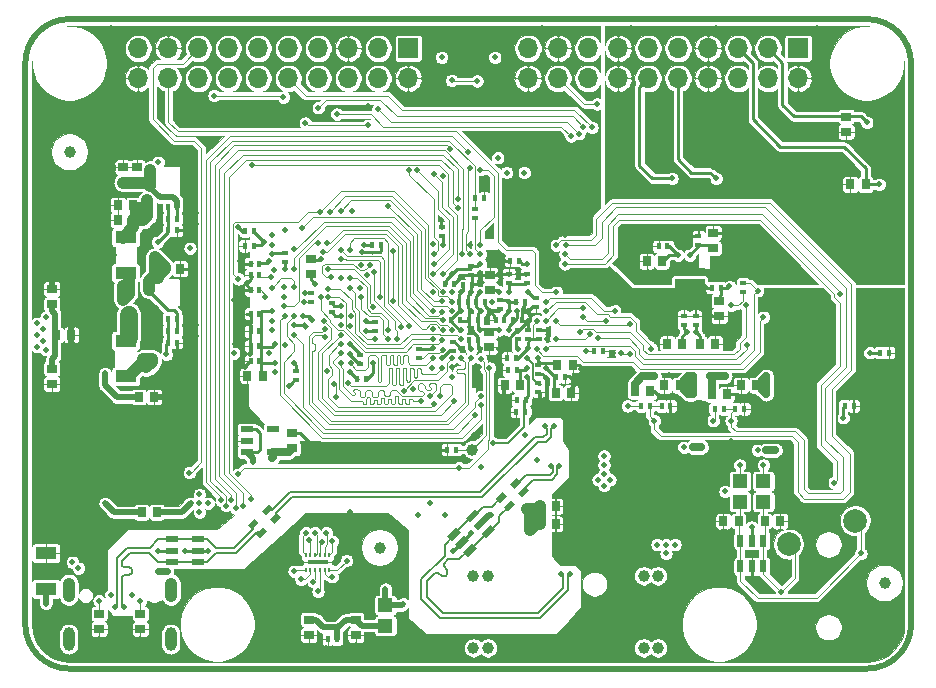
<source format=gbr>
%TF.GenerationSoftware,KiCad,Pcbnew,(5.1.10-1-10_14)*%
%TF.CreationDate,2021-07-27T15:44:47+02:00*%
%TF.ProjectId,EX-PCB-10108-001,45582d50-4342-42d3-9130-3130382d3030,A*%
%TF.SameCoordinates,Original*%
%TF.FileFunction,Copper,L4,Bot*%
%TF.FilePolarity,Positive*%
%FSLAX46Y46*%
G04 Gerber Fmt 4.6, Leading zero omitted, Abs format (unit mm)*
G04 Created by KiCad (PCBNEW (5.1.10-1-10_14)) date 2021-07-27 15:44:47*
%MOMM*%
%LPD*%
G01*
G04 APERTURE LIST*
%TA.AperFunction,Profile*%
%ADD10C,0.500000*%
%TD*%
%TA.AperFunction,SMDPad,CuDef*%
%ADD11C,2.000000*%
%TD*%
%TA.AperFunction,ComponentPad*%
%ADD12O,1.000000X2.000000*%
%TD*%
%TA.AperFunction,ComponentPad*%
%ADD13O,1.050000X2.100000*%
%TD*%
%TA.AperFunction,SMDPad,CuDef*%
%ADD14R,0.510000X0.450000*%
%TD*%
%TA.AperFunction,SMDPad,CuDef*%
%ADD15R,0.450000X0.510000*%
%TD*%
%TA.AperFunction,SMDPad,CuDef*%
%ADD16R,0.710000X0.810000*%
%TD*%
%TA.AperFunction,SMDPad,CuDef*%
%ADD17R,0.810000X0.710000*%
%TD*%
%TA.AperFunction,ComponentPad*%
%ADD18C,0.500000*%
%TD*%
%TA.AperFunction,SMDPad,CuDef*%
%ADD19R,2.500000X2.500000*%
%TD*%
%TA.AperFunction,SMDPad,CuDef*%
%ADD20R,0.200000X0.450000*%
%TD*%
%TA.AperFunction,SMDPad,CuDef*%
%ADD21R,1.800000X0.400000*%
%TD*%
%TA.AperFunction,SMDPad,CuDef*%
%ADD22C,1.000000*%
%TD*%
%TA.AperFunction,SMDPad,CuDef*%
%ADD23R,1.250000X1.150000*%
%TD*%
%TA.AperFunction,SMDPad,CuDef*%
%ADD24R,1.800000X1.070000*%
%TD*%
%TA.AperFunction,ComponentPad*%
%ADD25R,1.700000X1.700000*%
%TD*%
%TA.AperFunction,ComponentPad*%
%ADD26O,1.700000X1.700000*%
%TD*%
%TA.AperFunction,ComponentPad*%
%ADD27C,1.000000*%
%TD*%
%TA.AperFunction,SMDPad,CuDef*%
%ADD28R,0.550000X1.060000*%
%TD*%
%TA.AperFunction,SMDPad,CuDef*%
%ADD29R,1.060000X0.550000*%
%TD*%
%TA.AperFunction,SMDPad,CuDef*%
%ADD30C,0.100000*%
%TD*%
%TA.AperFunction,SMDPad,CuDef*%
%ADD31R,1.060000X0.500000*%
%TD*%
%TA.AperFunction,ViaPad*%
%ADD32C,0.500000*%
%TD*%
%TA.AperFunction,Conductor*%
%ADD33C,0.250000*%
%TD*%
%TA.AperFunction,Conductor*%
%ADD34C,0.125000*%
%TD*%
%TA.AperFunction,Conductor*%
%ADD35C,0.500000*%
%TD*%
%TA.AperFunction,Conductor*%
%ADD36C,1.000000*%
%TD*%
%TA.AperFunction,Conductor*%
%ADD37C,0.650000*%
%TD*%
%TA.AperFunction,Conductor*%
%ADD38C,0.200000*%
%TD*%
%TA.AperFunction,Conductor*%
%ADD39C,0.115000*%
%TD*%
%TA.AperFunction,Conductor*%
%ADD40C,0.100000*%
%TD*%
%TA.AperFunction,Conductor*%
%ADD41C,0.700000*%
%TD*%
%TA.AperFunction,Conductor*%
%ADD42C,0.600000*%
%TD*%
%TA.AperFunction,Conductor*%
%ADD43C,1.500000*%
%TD*%
G04 APERTURE END LIST*
D10*
X117700000Y-81500000D02*
G75*
G02*
X121450000Y-85250000I0J-3750000D01*
G01*
X46450000Y-85250000D02*
G75*
G02*
X50200000Y-81500000I3750000J0D01*
G01*
X50200000Y-136500000D02*
G75*
G02*
X46450000Y-132750000I0J3750000D01*
G01*
X121450000Y-132750000D02*
G75*
G02*
X117700000Y-136500000I-3750000J0D01*
G01*
X46450000Y-85250000D02*
X46450000Y-132750000D01*
X117700000Y-136500000D02*
X50200000Y-136500000D01*
X117700000Y-81500000D02*
X50200000Y-81500000D01*
X121450000Y-85250000D02*
X121450000Y-132750000D01*
D11*
X116725000Y-123975000D03*
X111075000Y-125950000D03*
D12*
X50130000Y-134000000D03*
X58770000Y-134000000D03*
D13*
X50130000Y-129820000D03*
X58770000Y-129820000D03*
D14*
X103450000Y-99875000D03*
X103450000Y-100625000D03*
X102200000Y-106625000D03*
X102200000Y-107375000D03*
D15*
X104575000Y-104250000D03*
X105325000Y-104250000D03*
D14*
X103200000Y-106625000D03*
X103200000Y-107375000D03*
D15*
X119575000Y-109750000D03*
X118825000Y-109750000D03*
X116575000Y-114250000D03*
X115825000Y-114250000D03*
D16*
X100345000Y-102000000D03*
X99055000Y-102000000D03*
D15*
X100075000Y-100750000D03*
X100825000Y-100750000D03*
D17*
X104700000Y-100895000D03*
X104700000Y-99605000D03*
D16*
X102095000Y-109000000D03*
X100805000Y-109000000D03*
D17*
X105200000Y-105355000D03*
X105200000Y-106645000D03*
D16*
X103555000Y-109000000D03*
X104845000Y-109000000D03*
D15*
X88075000Y-113750000D03*
X88825000Y-113750000D03*
X88025000Y-114750000D03*
X88775000Y-114750000D03*
X87325000Y-111250000D03*
X88075000Y-111250000D03*
D14*
X89700000Y-105875000D03*
X89700000Y-105125000D03*
X107200000Y-103875000D03*
X107200000Y-104625000D03*
D18*
X101700000Y-105750000D03*
X101700000Y-104750000D03*
X101700000Y-103750000D03*
X102700000Y-105750000D03*
X102700000Y-104750000D03*
X102700000Y-103750000D03*
X103700000Y-105750000D03*
X103700000Y-104750000D03*
X103700000Y-103750000D03*
D19*
X102700000Y-104750000D03*
D20*
X71000000Y-128125000D03*
X71400000Y-128125000D03*
X71800000Y-128125000D03*
X72200000Y-128125000D03*
X70200000Y-128125000D03*
X70600000Y-128125000D03*
X71800000Y-126875000D03*
X72200000Y-126875000D03*
X71000000Y-126875000D03*
X71400000Y-126875000D03*
X70600000Y-126875000D03*
X70200000Y-126875000D03*
D21*
X71200000Y-127500000D03*
D17*
X56200000Y-133145000D03*
X56200000Y-131855000D03*
X52700000Y-133145000D03*
X52700000Y-131855000D03*
X115950000Y-91045000D03*
X115950000Y-89755000D03*
D16*
X116305000Y-95500000D03*
X117595000Y-95500000D03*
D15*
X100325000Y-114250000D03*
X101075000Y-114250000D03*
X98575000Y-114250000D03*
X99325000Y-114250000D03*
X106575000Y-114500000D03*
X107325000Y-114500000D03*
X104825000Y-114500000D03*
X105575000Y-114500000D03*
D22*
X119200000Y-129250000D03*
D23*
X106950000Y-122375000D03*
X106950000Y-120625000D03*
X108950000Y-122375000D03*
X108950000Y-120625000D03*
X76950000Y-131125000D03*
X76950000Y-132875000D03*
D24*
X54950000Y-111755000D03*
X54950000Y-108745000D03*
X54950000Y-103005000D03*
X54950000Y-99995000D03*
D16*
X56305000Y-123250000D03*
X57595000Y-123250000D03*
X106845000Y-124000000D03*
X105555000Y-124000000D03*
X109055000Y-124000000D03*
X110345000Y-124000000D03*
X88345000Y-112500000D03*
X87055000Y-112500000D03*
X101845000Y-112500000D03*
X100555000Y-112500000D03*
X104555000Y-113250000D03*
X105845000Y-113250000D03*
D17*
X74450000Y-132355000D03*
X74450000Y-133645000D03*
X70450000Y-132355000D03*
X70450000Y-133645000D03*
D15*
X72075000Y-134000000D03*
X72825000Y-134000000D03*
D16*
X108345000Y-112500000D03*
X107055000Y-112500000D03*
X56055000Y-113500000D03*
X57345000Y-113500000D03*
X49055000Y-108250000D03*
X50345000Y-108250000D03*
X90055000Y-122750000D03*
X91345000Y-122750000D03*
X90055000Y-124250000D03*
X91345000Y-124250000D03*
D17*
X48700000Y-111105000D03*
X48700000Y-112395000D03*
D16*
X98055000Y-113000000D03*
X99345000Y-113000000D03*
D17*
X48700000Y-105645000D03*
X48700000Y-104355000D03*
D25*
X111880000Y-83980000D03*
D26*
X111880000Y-86520000D03*
X109340000Y-83980000D03*
X109340000Y-86520000D03*
X106800000Y-83980000D03*
X106800000Y-86520000D03*
X104260000Y-83980000D03*
X104260000Y-86520000D03*
X101720000Y-83980000D03*
X101720000Y-86520000D03*
X99180000Y-83980000D03*
X99180000Y-86520000D03*
X96640000Y-83980000D03*
X96640000Y-86520000D03*
X94100000Y-83980000D03*
X94100000Y-86520000D03*
X91560000Y-83980000D03*
X91560000Y-86520000D03*
X89020000Y-83980000D03*
X89020000Y-86520000D03*
D25*
X78880000Y-83980000D03*
D26*
X78880000Y-86520000D03*
X76340000Y-83980000D03*
X76340000Y-86520000D03*
X73800000Y-83980000D03*
X73800000Y-86520000D03*
X71260000Y-83980000D03*
X71260000Y-86520000D03*
X68720000Y-83980000D03*
X68720000Y-86520000D03*
X66180000Y-83980000D03*
X66180000Y-86520000D03*
X63640000Y-83980000D03*
X63640000Y-86520000D03*
X61100000Y-83980000D03*
X61100000Y-86520000D03*
X58560000Y-83980000D03*
X58560000Y-86520000D03*
X56020000Y-83980000D03*
X56020000Y-86520000D03*
D27*
X98800000Y-128650000D03*
X100000000Y-128650000D03*
X100000000Y-134750000D03*
X98800000Y-134750000D03*
X84400000Y-134750000D03*
X85600000Y-134750000D03*
X84400000Y-128650000D03*
X85600000Y-128650000D03*
D28*
X108900000Y-127850000D03*
X107950000Y-127850000D03*
X107000000Y-127850000D03*
X107000000Y-125650000D03*
X108900000Y-125650000D03*
X107950000Y-125650000D03*
D29*
X61050000Y-125550000D03*
X61050000Y-126500000D03*
X61050000Y-127450000D03*
X58850000Y-127450000D03*
X58850000Y-125550000D03*
X58850000Y-126500000D03*
%TA.AperFunction,SMDPad,CuDef*%
D30*
G36*
X83913622Y-127018790D02*
G01*
X83524713Y-126629881D01*
X84274246Y-125880348D01*
X84663155Y-126269257D01*
X83913622Y-127018790D01*
G37*
%TD.AperFunction*%
%TA.AperFunction,SMDPad,CuDef*%
G36*
X83241871Y-126347038D02*
G01*
X82852962Y-125958129D01*
X83602495Y-125208596D01*
X83991404Y-125597505D01*
X83241871Y-126347038D01*
G37*
%TD.AperFunction*%
%TA.AperFunction,SMDPad,CuDef*%
G36*
X82570119Y-125675287D02*
G01*
X82181210Y-125286378D01*
X82930743Y-124536845D01*
X83319652Y-124925754D01*
X82570119Y-125675287D01*
G37*
%TD.AperFunction*%
%TA.AperFunction,SMDPad,CuDef*%
G36*
X84125754Y-124119652D02*
G01*
X83736845Y-123730743D01*
X84486378Y-122981210D01*
X84875287Y-123370119D01*
X84125754Y-124119652D01*
G37*
%TD.AperFunction*%
%TA.AperFunction,SMDPad,CuDef*%
G36*
X85469257Y-125463155D02*
G01*
X85080348Y-125074246D01*
X85829881Y-124324713D01*
X86218790Y-124713622D01*
X85469257Y-125463155D01*
G37*
%TD.AperFunction*%
%TA.AperFunction,SMDPad,CuDef*%
G36*
X84797505Y-124791404D02*
G01*
X84408596Y-124402495D01*
X85158129Y-123652962D01*
X85547038Y-124041871D01*
X84797505Y-124791404D01*
G37*
%TD.AperFunction*%
%TA.AperFunction,SMDPad,CuDef*%
G36*
X67760660Y-123292894D02*
G01*
X68114213Y-123646447D01*
X67548528Y-124212132D01*
X67194975Y-123858579D01*
X67760660Y-123292894D01*
G37*
%TD.AperFunction*%
%TA.AperFunction,SMDPad,CuDef*%
G36*
X66558579Y-124494975D02*
G01*
X66912132Y-124848528D01*
X66346447Y-125414213D01*
X65992894Y-125060660D01*
X66558579Y-124494975D01*
G37*
%TD.AperFunction*%
%TA.AperFunction,SMDPad,CuDef*%
G36*
X65851472Y-123787868D02*
G01*
X66205025Y-124141421D01*
X65639340Y-124707106D01*
X65285787Y-124353553D01*
X65851472Y-123787868D01*
G37*
%TD.AperFunction*%
%TA.AperFunction,SMDPad,CuDef*%
G36*
X67053553Y-122585787D02*
G01*
X67407106Y-122939340D01*
X66841421Y-123505025D01*
X66487868Y-123151472D01*
X67053553Y-122585787D01*
G37*
%TD.AperFunction*%
D24*
X48200000Y-129755000D03*
X48200000Y-126745000D03*
%TA.AperFunction,SMDPad,CuDef*%
D30*
G36*
X88760660Y-121042894D02*
G01*
X89114213Y-121396447D01*
X88548528Y-121962132D01*
X88194975Y-121608579D01*
X88760660Y-121042894D01*
G37*
%TD.AperFunction*%
%TA.AperFunction,SMDPad,CuDef*%
G36*
X87558579Y-122244975D02*
G01*
X87912132Y-122598528D01*
X87346447Y-123164213D01*
X86992894Y-122810660D01*
X87558579Y-122244975D01*
G37*
%TD.AperFunction*%
%TA.AperFunction,SMDPad,CuDef*%
G36*
X86851472Y-121537868D02*
G01*
X87205025Y-121891421D01*
X86639340Y-122457106D01*
X86285787Y-122103553D01*
X86851472Y-121537868D01*
G37*
%TD.AperFunction*%
%TA.AperFunction,SMDPad,CuDef*%
G36*
X88053553Y-120335787D02*
G01*
X88407106Y-120689340D01*
X87841421Y-121255025D01*
X87487868Y-120901472D01*
X88053553Y-120335787D01*
G37*
%TD.AperFunction*%
D15*
X95350000Y-109600000D03*
X94600000Y-109600000D03*
D14*
X84500000Y-98325000D03*
X84500000Y-97575000D03*
D15*
X84525000Y-96650000D03*
X85275000Y-96650000D03*
D14*
X81700000Y-99125000D03*
X81700000Y-99875000D03*
D22*
X76450000Y-126250000D03*
X50200000Y-92750000D03*
D15*
X59275000Y-106900000D03*
X58525000Y-106900000D03*
X59275000Y-98400000D03*
X58525000Y-98400000D03*
X58525000Y-99400000D03*
X59275000Y-99400000D03*
X58525000Y-107900000D03*
X59275000Y-107900000D03*
X58525000Y-97400000D03*
X59275000Y-97400000D03*
D16*
X55595000Y-97250000D03*
X54305000Y-97250000D03*
D17*
X69050000Y-117845000D03*
X69050000Y-116555000D03*
D31*
X67400000Y-118150000D03*
X67400000Y-116250000D03*
X65200000Y-116250000D03*
X65200000Y-117200000D03*
X65200000Y-118150000D03*
D22*
X84300000Y-117950000D03*
D15*
X82175000Y-117950000D03*
X82925000Y-117950000D03*
D16*
X55595000Y-98500000D03*
X54305000Y-98500000D03*
D15*
X58525000Y-108900000D03*
X59275000Y-108900000D03*
D16*
X91355000Y-113150000D03*
X92645000Y-113150000D03*
X91505000Y-110750000D03*
X92795000Y-110750000D03*
X58255000Y-102650000D03*
X59545000Y-102650000D03*
D14*
X84200000Y-103175000D03*
X84200000Y-102425000D03*
D15*
X65525000Y-103200000D03*
X66275000Y-103200000D03*
X65525000Y-104450000D03*
X66275000Y-104450000D03*
D14*
X70650000Y-105447599D03*
X70650000Y-104697599D03*
X79750000Y-109475000D03*
X79750000Y-110225000D03*
D17*
X54725000Y-95345000D03*
X54725000Y-94055000D03*
X55925000Y-95345000D03*
X55925000Y-94055000D03*
D15*
X87525000Y-101950000D03*
X88275000Y-101950000D03*
D14*
X89000000Y-107800000D03*
X89000000Y-108550000D03*
D15*
X82775000Y-103950000D03*
X82025000Y-103950000D03*
X65525000Y-102200000D03*
X66275000Y-102200000D03*
X65525000Y-106450000D03*
X66275000Y-106450000D03*
X65525000Y-107950000D03*
X66275000Y-107950000D03*
X65525000Y-110450000D03*
X66275000Y-110450000D03*
D14*
X69400000Y-111325000D03*
X69400000Y-112075000D03*
%TA.AperFunction,SMDPad,CuDef*%
D30*
G36*
X70113622Y-107125754D02*
G01*
X70474246Y-107486378D01*
X70156048Y-107804576D01*
X69795424Y-107443952D01*
X70113622Y-107125754D01*
G37*
%TD.AperFunction*%
%TA.AperFunction,SMDPad,CuDef*%
G36*
X70643952Y-106595424D02*
G01*
X71004576Y-106956048D01*
X70686378Y-107274246D01*
X70325754Y-106913622D01*
X70643952Y-106595424D01*
G37*
%TD.AperFunction*%
D15*
X75275000Y-111950000D03*
X74525000Y-111950000D03*
D14*
X74800000Y-109975000D03*
X74800000Y-110725000D03*
D15*
X76575000Y-100650000D03*
X75825000Y-100650000D03*
D14*
X68400000Y-101325000D03*
X68400000Y-102075000D03*
X72400000Y-105575000D03*
X72400000Y-106325000D03*
X76050000Y-107925000D03*
X76050000Y-107175000D03*
D15*
X65525000Y-109200000D03*
X66275000Y-109200000D03*
D17*
X70650000Y-103095000D03*
X70650000Y-101805000D03*
D15*
X83925000Y-105450000D03*
X83175000Y-105450000D03*
X83275000Y-106950000D03*
X82525000Y-106950000D03*
X84275000Y-104050000D03*
X83525000Y-104050000D03*
D14*
X82650000Y-108825000D03*
X82650000Y-109575000D03*
D15*
X65025000Y-100700000D03*
X65775000Y-100700000D03*
X65025000Y-99450000D03*
X65775000Y-99450000D03*
X84775000Y-108700000D03*
X84025000Y-108700000D03*
D17*
X85800000Y-104420000D03*
X85800000Y-103130000D03*
D14*
X88900000Y-103075000D03*
X88900000Y-103825000D03*
X87400000Y-103075000D03*
X87400000Y-103825000D03*
D15*
X92175000Y-111800000D03*
X91425000Y-111800000D03*
D17*
X85750000Y-107955000D03*
X85750000Y-109245000D03*
D15*
X85375000Y-105450000D03*
X84625000Y-105450000D03*
D14*
X89900000Y-111575000D03*
X89900000Y-110825000D03*
D15*
X88525000Y-106950000D03*
X87775000Y-106950000D03*
D14*
X88150000Y-107825000D03*
X88150000Y-108575000D03*
D15*
X84025000Y-106950000D03*
X84775000Y-106950000D03*
D14*
X89900000Y-113075000D03*
X89900000Y-112325000D03*
D15*
X86275000Y-106950000D03*
X87025000Y-106950000D03*
D14*
X86650000Y-106075000D03*
X86650000Y-105325000D03*
X89950000Y-107800000D03*
X89950000Y-108550000D03*
D15*
X88775000Y-105450000D03*
X88025000Y-105450000D03*
X87275000Y-110200000D03*
X88025000Y-110200000D03*
D16*
X66545000Y-111700000D03*
X65255000Y-111700000D03*
D32*
X84950000Y-109450000D03*
X86550000Y-109450000D03*
X87350000Y-108650000D03*
X86650000Y-108650000D03*
X84834988Y-110956490D03*
X85775000Y-106225000D03*
X84175000Y-107825000D03*
X84175000Y-106225000D03*
X83349998Y-109425000D03*
X80985632Y-109392490D03*
X81000000Y-107762467D03*
X82600000Y-111000000D03*
X67325000Y-101425000D03*
X67350000Y-107040012D03*
X67575000Y-111425000D03*
X67475002Y-102750000D03*
X67325000Y-99800000D03*
X68375000Y-105025000D03*
X68407510Y-109073618D03*
X67350000Y-107855024D03*
X71525000Y-101825000D03*
X69200000Y-107425000D03*
X69175000Y-110650000D03*
X64650000Y-101950000D03*
X80942495Y-104647889D03*
X74150000Y-97750000D03*
X74950000Y-101192490D03*
X75388154Y-103211846D03*
X75300000Y-107950000D03*
X73963466Y-109025000D03*
X72007510Y-111300000D03*
X73999118Y-106616832D03*
X73144696Y-105807655D03*
X90360541Y-113752839D03*
X84951243Y-103001243D03*
X84149996Y-104649996D03*
X84950002Y-103800000D03*
X80923436Y-111027100D03*
X79291743Y-112784562D03*
X65175000Y-112775000D03*
X67050000Y-109750000D03*
X84450000Y-116700000D03*
X90575000Y-111850000D03*
X80964484Y-100587490D03*
X88197515Y-103062509D03*
X86536439Y-103062510D03*
X89039948Y-107029994D03*
X59400000Y-110150000D03*
X60400000Y-102650000D03*
X89030551Y-106221806D03*
X72800000Y-117849990D03*
X93480658Y-111124538D03*
X92937457Y-112497399D03*
X95554994Y-116187510D03*
X95080000Y-114380000D03*
X79199673Y-117621969D03*
X91312510Y-114750000D03*
X65075000Y-110950012D03*
X64860000Y-107210000D03*
X65200000Y-103875000D03*
X90575000Y-101425000D03*
X84145442Y-100606948D03*
X91400978Y-103798391D03*
X93533311Y-117247490D03*
X88800000Y-116700000D03*
X87450000Y-116500000D03*
X65442630Y-109830918D03*
X75892150Y-110582150D03*
X53375000Y-102525000D03*
X53950000Y-101500000D03*
X57500021Y-106000012D03*
X90584263Y-108574989D03*
X112700000Y-112750000D03*
X86520052Y-101429995D03*
X96200000Y-104750000D03*
X96200000Y-105500000D03*
X99450000Y-108500000D03*
X117450000Y-114250000D03*
X120450000Y-109750000D03*
X107700000Y-115500000D03*
X106950000Y-113500000D03*
X103700000Y-114000000D03*
X101200000Y-115250000D03*
X100200000Y-113500000D03*
X100950000Y-111600000D03*
X61950000Y-126500000D03*
X59950000Y-126500000D03*
X52700000Y-134000000D03*
X56200000Y-134000000D03*
X48200000Y-133500000D03*
X60050000Y-92900000D03*
X55950000Y-93000000D03*
X54700000Y-93000000D03*
X53450000Y-97250000D03*
X53450000Y-98500000D03*
X47450000Y-125500000D03*
X48200000Y-125500000D03*
X48950000Y-125500000D03*
X48700000Y-113500000D03*
X50700000Y-109250000D03*
X50700000Y-107250000D03*
X59690000Y-115530000D03*
X59700000Y-114500000D03*
X59700000Y-113500000D03*
X59700000Y-112500000D03*
X59700000Y-111500000D03*
X58450000Y-111000000D03*
X49550010Y-102462363D03*
X96200000Y-109750000D03*
X71950000Y-134750000D03*
X69450000Y-133750000D03*
X74450000Y-134500000D03*
X92450000Y-124250000D03*
X92700000Y-119500000D03*
X93950000Y-119500000D03*
X82700000Y-126500000D03*
X84200000Y-125000000D03*
X102200000Y-121000000D03*
X99200000Y-121000000D03*
X107950000Y-129000000D03*
X81650000Y-98500000D03*
X64750000Y-115400000D03*
X52050000Y-100500000D03*
X52150000Y-98500000D03*
X52250000Y-101900000D03*
X48850000Y-115300000D03*
X48550000Y-116800000D03*
X52250000Y-115300000D03*
X52350000Y-117600000D03*
X75450000Y-88900000D03*
X85350000Y-95600000D03*
X95550000Y-111500000D03*
X68950000Y-89250000D03*
X105950000Y-108500000D03*
X70200000Y-130000000D03*
X69450000Y-132500000D03*
X62025000Y-92000000D03*
X57875000Y-87925000D03*
X56225000Y-101450000D03*
X89780000Y-99830000D03*
X73250000Y-126600000D03*
X68070000Y-127250000D03*
X68790000Y-129110000D03*
X120580000Y-131640000D03*
X114860000Y-135610000D03*
X120700000Y-106250000D03*
X120700000Y-113500000D03*
X120700000Y-119750000D03*
X120700000Y-125500000D03*
X108200000Y-135750000D03*
X81950000Y-135750000D03*
X76200000Y-135750000D03*
X67950000Y-135750000D03*
X60200000Y-135750000D03*
X53200000Y-135750000D03*
X47450000Y-123250000D03*
X47450000Y-116500000D03*
X47450000Y-93500000D03*
X47450000Y-88750000D03*
X53700000Y-82250000D03*
X90200000Y-82250000D03*
X89450000Y-92000000D03*
X90950000Y-95500000D03*
X73950000Y-123250000D03*
X79700000Y-123500000D03*
X77950000Y-128750000D03*
X64200000Y-128500000D03*
X95200000Y-131750000D03*
X104450000Y-127000000D03*
X103200000Y-122750000D03*
X106200000Y-117250000D03*
X99700000Y-117250000D03*
X64100000Y-105250000D03*
X60400000Y-109800000D03*
X57140000Y-108110000D03*
X92181999Y-99787490D03*
X95700000Y-128000000D03*
X96950000Y-126500000D03*
X96950000Y-125500000D03*
X96950000Y-127250000D03*
X95950000Y-128750000D03*
X87750000Y-98800000D03*
X90950000Y-97800000D03*
X60930000Y-97940000D03*
X60910000Y-98890000D03*
X64200000Y-108990000D03*
X60900000Y-107420000D03*
X60900000Y-108370000D03*
X52700000Y-124000000D03*
X113950000Y-109250000D03*
X113950000Y-106000000D03*
X119200000Y-116750000D03*
X95700000Y-122500000D03*
X81950000Y-123500000D03*
X80700000Y-122500000D03*
X110950000Y-119250000D03*
X113700000Y-123500000D03*
X110950000Y-127500000D03*
X112700000Y-129000000D03*
X109950000Y-110500000D03*
X112200000Y-109500000D03*
X109700000Y-108250000D03*
X110200000Y-105750000D03*
X108950000Y-105500000D03*
X111200000Y-105500000D03*
X111700000Y-104500000D03*
X55950000Y-91000000D03*
X51700000Y-95750000D03*
X113450000Y-120750000D03*
X83200000Y-88250000D03*
X85825000Y-99875000D03*
X110375000Y-122575000D03*
X88944989Y-111839545D03*
X54708540Y-104109173D03*
X54700000Y-105250000D03*
X55275000Y-104675000D03*
X105700000Y-111750000D03*
X104450000Y-111750000D03*
X99700000Y-111750000D03*
X98700000Y-111750000D03*
X48945000Y-110045000D03*
X48945000Y-106455000D03*
X48200000Y-106750000D03*
X47950000Y-107750000D03*
X47950000Y-108750000D03*
X48200000Y-109500000D03*
X47450000Y-109250000D03*
X47450000Y-108250000D03*
X47450000Y-107250000D03*
X56450000Y-110250000D03*
X57200000Y-110250000D03*
X56700000Y-111000000D03*
X95450000Y-121000000D03*
X65699990Y-118999990D03*
X95450000Y-120000000D03*
X95950000Y-120500000D03*
X94950000Y-120500000D03*
X95450000Y-119250000D03*
X95450000Y-118500000D03*
X86050000Y-117400000D03*
X57650000Y-100400000D03*
X58400000Y-109900000D03*
X67350000Y-106232510D03*
X67125000Y-102025000D03*
X67567490Y-109025000D03*
X73975000Y-111425000D03*
X67350000Y-100625000D03*
X67575000Y-110625000D03*
X87375000Y-105425000D03*
X75162181Y-100631247D03*
X68742490Y-112550000D03*
X64477521Y-99125000D03*
X83375000Y-104625000D03*
X83375000Y-106225000D03*
X83375000Y-107825000D03*
X73975000Y-109825000D03*
X69950000Y-106650000D03*
X68393161Y-104206839D03*
X73175000Y-103450008D03*
X73981440Y-107451061D03*
X74902057Y-102307510D03*
X73146362Y-106606044D03*
X71000000Y-103900000D03*
X85970001Y-105460000D03*
X87394140Y-106244140D03*
X56900000Y-104400000D03*
X56900000Y-103650000D03*
X57650000Y-103400000D03*
X57400000Y-101650000D03*
X57700000Y-93625000D03*
X89055010Y-104650000D03*
X84991068Y-102267079D03*
X89800000Y-107025000D03*
X82563901Y-103087522D03*
X88962490Y-102225000D03*
X57050000Y-95050000D03*
X57050000Y-95800000D03*
X57050000Y-94275000D03*
X81822394Y-100614389D03*
X88977101Y-109373438D03*
X88700000Y-94500000D03*
X87200000Y-94500000D03*
X86450000Y-93250000D03*
X117950000Y-109750000D03*
X115700000Y-115250000D03*
X104700000Y-115500000D03*
X109949994Y-118000000D03*
X109200000Y-118000000D03*
X108450000Y-118000000D03*
X103699994Y-117750000D03*
X102200000Y-117750000D03*
X102950000Y-117750000D03*
X97450000Y-114250000D03*
X78450000Y-131000000D03*
X76950000Y-129750000D03*
X105700000Y-121500000D03*
X81700000Y-84750000D03*
X86200000Y-84750000D03*
X81846408Y-94791082D03*
X64102510Y-109800000D03*
X84975000Y-107825000D03*
X87375000Y-107825000D03*
X86575000Y-107825000D03*
X85000000Y-106225000D03*
X84975000Y-104625000D03*
X88049990Y-106260057D03*
X88150000Y-109450000D03*
X89839950Y-110229992D03*
X86600000Y-104600000D03*
X87400000Y-104650000D03*
X66675000Y-100350000D03*
X68400000Y-102625000D03*
X81775000Y-110225000D03*
X75300000Y-107050000D03*
X81780000Y-109489961D03*
X70075000Y-105425000D03*
X70100000Y-104675000D03*
X66765728Y-105012811D03*
X67225000Y-103375000D03*
X68350004Y-105825000D03*
X71263617Y-100460044D03*
X67329800Y-104233033D03*
X69175007Y-104187779D03*
X72070394Y-104996702D03*
X80975000Y-108577479D03*
X81782510Y-104576801D03*
X71430092Y-97842490D03*
X64499994Y-103500000D03*
X85027479Y-113446250D03*
X69175000Y-108225000D03*
X68400000Y-106600000D03*
X85000008Y-114200000D03*
X69175000Y-106625000D03*
X84550000Y-115050000D03*
X84175000Y-110224998D03*
X71800000Y-107750000D03*
X82780741Y-113880741D03*
X71749994Y-107050000D03*
X83375000Y-110225000D03*
X71800006Y-108450000D03*
X82575000Y-111825000D03*
X73157855Y-107421056D03*
X78549998Y-112950000D03*
X82550014Y-110225000D03*
X83375000Y-108625004D03*
X72051422Y-104350010D03*
X82553407Y-107830176D03*
X71955654Y-100460045D03*
X69200002Y-102625000D03*
X81800000Y-107000000D03*
X74757692Y-104247843D03*
X82572369Y-104629075D03*
X81557005Y-113377003D03*
X73145314Y-108236067D03*
X81016261Y-114091261D03*
X73159989Y-109043151D03*
X81750000Y-111025000D03*
X73799992Y-112350000D03*
X81775000Y-108655023D03*
X71450381Y-105057737D03*
X81802576Y-107840012D03*
X71640949Y-101203887D03*
X69193161Y-101006839D03*
X81775000Y-106272522D03*
X68425000Y-99350000D03*
X77200002Y-97300000D03*
X82539117Y-106189117D03*
X82575000Y-105425000D03*
X72210613Y-97800000D03*
X80741993Y-113425000D03*
X73166576Y-110640113D03*
X73150000Y-109800000D03*
X79950000Y-113850000D03*
X73995017Y-110641784D03*
X80950000Y-110212089D03*
X80964085Y-106207456D03*
X69900000Y-99200000D03*
X81749936Y-105392444D03*
X73150000Y-97750000D03*
X73974999Y-104262214D03*
X76100000Y-108600000D03*
X75953074Y-102922997D03*
X77950003Y-108599997D03*
X73162247Y-101037013D03*
X78250170Y-107535014D03*
X72050000Y-102675000D03*
X75908195Y-105838089D03*
X72758081Y-113509979D03*
X72610160Y-112363696D03*
X74900002Y-105050000D03*
X77202448Y-108615011D03*
X73975000Y-103425000D03*
X77200000Y-107800000D03*
X73975000Y-101050000D03*
X78950000Y-107519729D03*
X76457510Y-105050000D03*
X73188619Y-101792490D03*
X72304846Y-103374990D03*
X75600000Y-102307510D03*
X77600000Y-105350000D03*
X77600000Y-101175000D03*
X85008768Y-110258768D03*
X85750000Y-111050000D03*
X83150000Y-119500000D03*
X60350000Y-119900000D03*
X64464924Y-120045084D03*
X67300000Y-118700000D03*
X88925000Y-110225002D03*
X85000000Y-119400000D03*
X89750000Y-118800000D03*
X84218902Y-109439227D03*
X90575000Y-111075010D03*
X60400000Y-100900000D03*
X61200000Y-122500000D03*
X57700000Y-128250000D03*
X50950000Y-128000000D03*
X50450000Y-127500000D03*
X58450000Y-128250000D03*
X61200000Y-121750000D03*
X61200000Y-123250000D03*
X61950000Y-122500000D03*
X60450000Y-122500000D03*
X53200000Y-111500000D03*
X53200000Y-122500000D03*
X100700000Y-126000000D03*
X99950000Y-126000000D03*
X101450000Y-126000000D03*
X100700000Y-126750000D03*
X72950000Y-133000000D03*
X71950000Y-133000000D03*
X84700000Y-86750000D03*
X82550000Y-86699996D03*
X84987086Y-101379535D03*
X81025000Y-102275000D03*
X79650000Y-94300000D03*
X54075000Y-131250000D03*
X55450000Y-130250000D03*
X53700000Y-130250000D03*
X54825000Y-131250000D03*
X56775000Y-96825000D03*
X56800000Y-98150000D03*
X56797353Y-97480375D03*
X55300010Y-106145709D03*
X55300010Y-106900000D03*
X55300010Y-107689050D03*
X89200000Y-124750000D03*
X88950000Y-123000000D03*
X85925000Y-123475000D03*
X102450000Y-108000000D03*
X103200000Y-108000000D03*
X106075022Y-104144006D03*
X109200000Y-112500000D03*
X109200000Y-111750000D03*
X109200000Y-113250000D03*
X71612282Y-125736280D03*
X63469029Y-122693891D03*
X102700000Y-101500000D03*
X102950000Y-112500000D03*
X102950000Y-111750000D03*
X102949986Y-113250000D03*
X88944989Y-111026219D03*
X117700000Y-90250000D03*
X118750000Y-95500000D03*
X110200000Y-102750000D03*
X111450000Y-103500000D03*
X108950000Y-103500000D03*
X108950000Y-102750000D03*
X111450000Y-102750000D03*
X97450000Y-94500000D03*
X97700000Y-96250000D03*
X102200000Y-95000000D03*
X104700000Y-94000000D03*
X110700000Y-94000000D03*
X100950000Y-99250000D03*
X102200000Y-100750000D03*
X114950000Y-95500000D03*
X114950000Y-90700000D03*
X120700000Y-87750000D03*
X120700000Y-92250000D03*
X120700000Y-97250000D03*
X120700000Y-102000000D03*
X97700000Y-82250000D03*
X104950000Y-82250000D03*
X113450000Y-82250000D03*
X97450000Y-90200000D03*
X99150000Y-102900000D03*
X105150000Y-102200000D03*
X105950000Y-99500000D03*
X111450000Y-95750000D03*
X117450000Y-102500000D03*
X114200000Y-88500000D03*
X101700000Y-101500000D03*
X101200000Y-95000000D03*
X57700000Y-126500000D03*
X107950000Y-124500000D03*
X48200000Y-131000000D03*
X110450000Y-130000000D03*
X117200000Y-126750000D03*
X104950000Y-95000000D03*
X80975000Y-103075000D03*
X81070052Y-94598104D03*
X91375000Y-108575000D03*
X94250000Y-108200000D03*
X94850000Y-88700000D03*
X76325000Y-89125000D03*
X93337490Y-91200000D03*
X72825000Y-89550000D03*
X92650000Y-91400000D03*
X95641674Y-107025052D03*
X96849954Y-109777035D03*
X97674966Y-109837490D03*
X93650000Y-106700000D03*
X106950000Y-119250000D03*
X90575000Y-106225000D03*
X108950000Y-119250000D03*
X99450000Y-109400000D03*
X91675000Y-119349990D03*
X90925000Y-119349990D03*
X90425000Y-115950000D03*
X91175000Y-115950000D03*
X93900000Y-109600000D03*
X106200000Y-105750000D03*
X107450000Y-105750000D03*
X93450000Y-108000000D03*
X114950000Y-120750000D03*
X92120050Y-102229996D03*
X52700000Y-130750000D03*
X56200000Y-130750000D03*
X70820099Y-129128386D03*
X71240000Y-129959998D03*
X72442185Y-128715876D03*
X73650000Y-127350000D03*
X69200000Y-128250000D03*
X69791639Y-128941636D03*
X84120050Y-101429994D03*
X82450000Y-92500000D03*
X71950000Y-125000000D03*
X63881539Y-122250000D03*
X84066369Y-94144506D03*
X72437294Y-125722191D03*
X83050000Y-97500000D03*
X65550000Y-122150000D03*
X84990002Y-100610000D03*
X84950000Y-94250000D03*
X83950000Y-92750000D03*
X63037490Y-122250000D03*
X70950000Y-125000000D03*
X64294049Y-122933753D03*
X70483312Y-125633310D03*
X83387501Y-101378686D03*
X70200000Y-125000000D03*
X64864566Y-122747944D03*
X83050000Y-96700000D03*
X90550000Y-105425000D03*
X96350006Y-106200000D03*
X91350000Y-107050000D03*
X97658311Y-107291689D03*
X90550000Y-107025000D03*
X93675000Y-90625000D03*
X71259996Y-89015004D03*
X93650000Y-106000000D03*
X94425000Y-90675000D03*
X62425000Y-87975000D03*
X68307490Y-88120811D03*
X81025000Y-101425000D03*
X78950000Y-94312510D03*
X70150000Y-90300000D03*
X75450000Y-90500000D03*
X81808767Y-103058767D03*
X65625000Y-93850000D03*
X91425000Y-104625000D03*
X90575000Y-109400000D03*
X108450000Y-104500000D03*
X89775000Y-109450000D03*
X108950000Y-106750000D03*
X94950000Y-108500000D03*
X107550000Y-109100000D03*
X91825000Y-128500000D03*
X92575000Y-128500000D03*
X106200000Y-115500000D03*
X92200000Y-100650000D03*
X99700000Y-115500000D03*
X91400000Y-100650000D03*
X92151248Y-101401248D03*
X115450000Y-104750000D03*
D33*
X88425000Y-107025000D02*
X88425000Y-107000000D01*
X85775000Y-106225000D02*
X85375000Y-105825000D01*
X85375000Y-105825000D02*
X85375000Y-105425000D01*
X86175000Y-106825000D02*
X86175000Y-106625000D01*
X86175000Y-106625000D02*
X85775000Y-106225000D01*
X84050000Y-107025000D02*
X84050000Y-107700000D01*
X84050000Y-107700000D02*
X84175000Y-107825000D01*
X83300000Y-107025000D02*
X84050000Y-107025000D01*
X84050000Y-107025000D02*
X84050000Y-106350000D01*
X84050000Y-106350000D02*
X84175000Y-106225000D01*
X65625000Y-103300000D02*
X65625000Y-103275000D01*
X65625000Y-102125000D02*
X65525000Y-102125000D01*
X68400000Y-101275000D02*
X67475000Y-101275000D01*
X67475000Y-101275000D02*
X67325000Y-101425000D01*
X82575000Y-108800000D02*
X82724998Y-108800000D01*
X82724998Y-108800000D02*
X83349998Y-109425000D01*
X70725000Y-101875000D02*
X71475000Y-101875000D01*
X71475000Y-101875000D02*
X71525000Y-101825000D01*
X70119670Y-107380330D02*
X69244670Y-107380330D01*
X69244670Y-107380330D02*
X69200000Y-107425000D01*
X69400000Y-111300000D02*
X69400000Y-110875000D01*
X69400000Y-110875000D02*
X69175000Y-110650000D01*
X64899999Y-101700001D02*
X64650000Y-101950000D01*
X65025000Y-101575000D02*
X64899999Y-101700001D01*
X75825000Y-101275000D02*
X75812373Y-101262373D01*
X76467627Y-101262373D02*
X76575000Y-101155000D01*
X76575000Y-101155000D02*
X76575000Y-100650000D01*
X75812373Y-101262373D02*
X76467627Y-101262373D01*
X75812373Y-101262373D02*
X75742490Y-101192490D01*
X75742490Y-101192490D02*
X75303553Y-101192490D01*
X75303553Y-101192490D02*
X74950000Y-101192490D01*
X80903122Y-109475000D02*
X80985632Y-109392490D01*
X79750000Y-109475000D02*
X80903122Y-109475000D01*
X76050000Y-107950000D02*
X75300000Y-107950000D01*
X76100000Y-107900000D02*
X76050000Y-107950000D01*
X74800000Y-109861534D02*
X73963466Y-109025000D01*
X74800000Y-109975000D02*
X74800000Y-109861534D01*
X72791143Y-105807655D02*
X73144696Y-105807655D01*
X72632655Y-105807655D02*
X72791143Y-105807655D01*
X72500000Y-105675000D02*
X72632655Y-105807655D01*
X84149996Y-104296443D02*
X84149996Y-104649996D01*
X84149996Y-104075004D02*
X84149996Y-104296443D01*
X84250000Y-103975000D02*
X84149996Y-104075004D01*
X84951243Y-103798759D02*
X84950002Y-103800000D01*
X84951243Y-103001243D02*
X84951243Y-103798759D01*
X83925000Y-104874992D02*
X84149996Y-104649996D01*
X84175000Y-106225000D02*
X83925000Y-105975000D01*
X83925000Y-105975000D02*
X83925000Y-104874992D01*
X88150000Y-107825000D02*
X88075000Y-107825000D01*
X87599999Y-108400001D02*
X87350000Y-108650000D01*
X87599999Y-108300001D02*
X87599999Y-108400001D01*
X88075000Y-107825000D02*
X87599999Y-108300001D01*
X64650000Y-101950000D02*
X64650000Y-102325000D01*
X84275000Y-103250000D02*
X84200000Y-103175000D01*
X84275000Y-103950000D02*
X84275000Y-103250000D01*
X84800002Y-103950000D02*
X84950002Y-103800000D01*
X84275000Y-103950000D02*
X84800002Y-103950000D01*
X84777486Y-103175000D02*
X84951243Y-103001243D01*
X84200000Y-103175000D02*
X84777486Y-103175000D01*
X84775000Y-108425000D02*
X84175000Y-107825000D01*
X84775000Y-108700000D02*
X84775000Y-108425000D01*
X86475000Y-106225000D02*
X86128553Y-106225000D01*
X86675000Y-106025000D02*
X86475000Y-106225000D01*
X86128553Y-106225000D02*
X85775000Y-106225000D01*
X82775000Y-103950000D02*
X82775000Y-103876957D01*
X90275000Y-111550000D02*
X90325001Y-111600001D01*
X90000000Y-111550000D02*
X90275000Y-111550000D01*
X90325001Y-111600001D02*
X90575000Y-111850000D01*
X86889992Y-103062510D02*
X86536439Y-103062510D01*
X88551068Y-103062509D02*
X88197515Y-103062509D01*
X87262510Y-103062510D02*
X86889992Y-103062510D01*
X88712509Y-103062509D02*
X88551068Y-103062509D01*
X88825000Y-103175000D02*
X88712509Y-103062509D01*
X87375000Y-103175000D02*
X87262510Y-103062510D01*
X86468949Y-103130000D02*
X86536439Y-103062510D01*
X85800000Y-103130000D02*
X86468949Y-103130000D01*
X85080000Y-103130000D02*
X84951243Y-103001243D01*
X85800000Y-103130000D02*
X85080000Y-103130000D01*
X88775000Y-105450000D02*
X88775000Y-105675000D01*
X88775000Y-105675000D02*
X88525000Y-105925000D01*
X88525000Y-105925000D02*
X88525000Y-106950000D01*
X89039948Y-107383547D02*
X89039948Y-107029994D01*
X89039948Y-107785052D02*
X89039948Y-107383547D01*
X88975000Y-107850000D02*
X89039948Y-107785052D01*
X88094942Y-107975000D02*
X88789949Y-107279993D01*
X88025000Y-107975000D02*
X88094942Y-107975000D01*
X88789949Y-107279993D02*
X89039948Y-107029994D01*
X59275000Y-108900000D02*
X59275000Y-110025000D01*
X59275000Y-110025000D02*
X59400000Y-110150000D01*
X59545000Y-102650000D02*
X60400000Y-102650000D01*
X59275000Y-99400000D02*
X60150000Y-99400000D01*
X89452357Y-105800000D02*
X89030551Y-106221806D01*
X89750000Y-105800000D02*
X89452357Y-105800000D01*
X69050000Y-116555000D02*
X69705000Y-116555000D01*
X70999990Y-117849990D02*
X72800000Y-117849990D01*
X69705000Y-116555000D02*
X70999990Y-117849990D01*
X92687458Y-112747398D02*
X92937457Y-112497399D01*
X92575000Y-113125000D02*
X92575000Y-112859856D01*
X92575000Y-112859856D02*
X92687458Y-112747398D01*
X92695000Y-112950000D02*
X92695000Y-112739856D01*
X92695000Y-112739856D02*
X92937457Y-112497399D01*
X84775000Y-109275000D02*
X84950000Y-109450000D01*
X84775000Y-108700000D02*
X84775000Y-109275000D01*
X82175000Y-117950000D02*
X79527704Y-117950000D01*
X79527704Y-117950000D02*
X79199673Y-117621969D01*
X65075000Y-110900000D02*
X65075000Y-110950012D01*
X65525000Y-107950000D02*
X65525000Y-107377516D01*
X65525000Y-107377516D02*
X65472484Y-107325000D01*
X65525000Y-107272484D02*
X65472484Y-107325000D01*
X65525000Y-106450000D02*
X65525000Y-107272484D01*
X88954896Y-107075000D02*
X89039948Y-106989948D01*
X88650000Y-107075000D02*
X88954896Y-107075000D01*
X89039948Y-106989948D02*
X89039948Y-107029994D01*
X88525000Y-106950000D02*
X88650000Y-107075000D01*
X84950002Y-103175000D02*
X84950002Y-103800000D01*
X84200000Y-103175000D02*
X84950002Y-103175000D01*
X93480658Y-110905658D02*
X93480658Y-111124538D01*
X93350000Y-110775000D02*
X93480658Y-110905658D01*
X93100000Y-110775000D02*
X93350000Y-110775000D01*
X92900000Y-112125000D02*
X92900000Y-112459942D01*
X92525000Y-111750000D02*
X92900000Y-112125000D01*
X92900000Y-112459942D02*
X92937457Y-112497399D01*
X92100000Y-111750000D02*
X92525000Y-111750000D01*
X90307702Y-113700000D02*
X90360541Y-113752839D01*
X90025000Y-113700000D02*
X90307702Y-113700000D01*
X90000000Y-113675000D02*
X90025000Y-113700000D01*
X90000000Y-113150000D02*
X90000000Y-113675000D01*
X87486674Y-113300000D02*
X87513325Y-113326651D01*
X86900000Y-113150000D02*
X87050000Y-113300000D01*
X87050000Y-113300000D02*
X87486674Y-113300000D01*
X86900000Y-112400000D02*
X86900000Y-113150000D01*
X65525000Y-106450000D02*
X65150000Y-106450000D01*
X65525000Y-104450000D02*
X64775000Y-104450000D01*
X65200000Y-104050000D02*
X65200000Y-103875000D01*
X65600000Y-104450000D02*
X65200000Y-104050000D01*
X65625000Y-104450000D02*
X65600000Y-104450000D01*
X82775000Y-103950000D02*
X82775000Y-103925000D01*
X83525000Y-103175000D02*
X84200000Y-103175000D01*
X82775000Y-103925000D02*
X83525000Y-103175000D01*
X65472484Y-107325000D02*
X65472484Y-109801064D01*
X65525000Y-109200000D02*
X65525000Y-109748548D01*
X65472484Y-109801064D02*
X65442630Y-109830918D01*
X65525000Y-109748548D02*
X65442630Y-109830918D01*
X75892150Y-111457850D02*
X75892150Y-110935703D01*
X75892150Y-110935703D02*
X75892150Y-110582150D01*
X75375000Y-111975000D02*
X75892150Y-111457850D01*
X89950000Y-107800000D02*
X90455000Y-107800000D01*
X90455000Y-107800000D02*
X90584263Y-107929263D01*
X90584263Y-107929263D02*
X90584263Y-108574989D01*
X87525000Y-101950000D02*
X87040057Y-101950000D01*
X87040057Y-101950000D02*
X86520052Y-101429995D01*
X102700000Y-104750000D02*
X102700000Y-103895000D01*
X104200000Y-104250000D02*
X103700000Y-103750000D01*
X104575000Y-104250000D02*
X104200000Y-104250000D01*
X104595000Y-106645000D02*
X103700000Y-105750000D01*
X105200000Y-106645000D02*
X104595000Y-106645000D01*
D34*
X107325000Y-115125000D02*
X107700000Y-115500000D01*
X107325000Y-114500000D02*
X107325000Y-115125000D01*
D33*
X101075000Y-115125000D02*
X101200000Y-115250000D01*
X101075000Y-114250000D02*
X101075000Y-115125000D01*
D35*
X50345000Y-108895000D02*
X50700000Y-109250000D01*
X50345000Y-108250000D02*
X50345000Y-108895000D01*
X50345000Y-107605000D02*
X50700000Y-107250000D01*
X50345000Y-108250000D02*
X50345000Y-107605000D01*
X57345000Y-113500000D02*
X59700000Y-113500000D01*
X48700000Y-104355000D02*
X48700000Y-103312373D01*
X48700000Y-103312373D02*
X49550010Y-102462363D01*
D33*
X107950000Y-129000000D02*
X107950000Y-127850000D01*
X81775000Y-99200000D02*
X81650000Y-99075000D01*
X81650000Y-99075000D02*
X81650000Y-98853553D01*
X81650000Y-98853553D02*
X81650000Y-98500000D01*
X99700000Y-113000000D02*
X100200000Y-113500000D01*
X99345000Y-113000000D02*
X99700000Y-113000000D01*
X106700000Y-113250000D02*
X106950000Y-113500000D01*
X105845000Y-113250000D02*
X106700000Y-113250000D01*
X65462516Y-107210000D02*
X65525000Y-107272484D01*
X64860000Y-107210000D02*
X65462516Y-107210000D01*
X65525000Y-103550000D02*
X65200000Y-103875000D01*
X65525000Y-103200000D02*
X65525000Y-103550000D01*
X64900000Y-102200000D02*
X64650000Y-101950000D01*
X65525000Y-102200000D02*
X64900000Y-102200000D01*
X65075000Y-110875000D02*
X65075000Y-110950012D01*
X65500000Y-110450000D02*
X65075000Y-110875000D01*
X65525000Y-110450000D02*
X65500000Y-110450000D01*
X61050000Y-126500000D02*
X61950000Y-126500000D01*
X61050000Y-126500000D02*
X59950000Y-126500000D01*
X83422183Y-125777817D02*
X84200000Y-125000000D01*
X83422183Y-125777817D02*
X82700000Y-126500000D01*
X65980000Y-116250000D02*
X66300000Y-116570000D01*
X65200000Y-116250000D02*
X65980000Y-116250000D01*
X66300000Y-116570000D02*
X66300000Y-117950000D01*
X66100000Y-118150000D02*
X65200000Y-118150000D01*
X66300000Y-117950000D02*
X66100000Y-118150000D01*
D36*
X55200000Y-103125000D02*
X55200000Y-103750000D01*
X55200000Y-103750000D02*
X54840827Y-104109173D01*
X54840827Y-104109173D02*
X54708540Y-104109173D01*
X55200000Y-103125000D02*
X55200000Y-104750000D01*
X55200000Y-104750000D02*
X54700000Y-105250000D01*
X55200000Y-103750000D02*
X55200000Y-104627392D01*
X55200000Y-104627392D02*
X55205356Y-104632748D01*
X54708540Y-105241460D02*
X54700000Y-105250000D01*
X54708540Y-104109173D02*
X54708540Y-105241460D01*
D37*
X105700000Y-111750000D02*
X104450000Y-111750000D01*
X104555000Y-111855000D02*
X104450000Y-111750000D01*
X104555000Y-113250000D02*
X104555000Y-111855000D01*
X99700000Y-111750000D02*
X98700000Y-111750000D01*
X98055000Y-112395000D02*
X98700000Y-111750000D01*
X98055000Y-113000000D02*
X98055000Y-112395000D01*
D35*
X48700000Y-110290000D02*
X48945000Y-110045000D01*
X48700000Y-111105000D02*
X48700000Y-110290000D01*
X48700000Y-106210000D02*
X48945000Y-106455000D01*
X48700000Y-105645000D02*
X48700000Y-106210000D01*
X48945000Y-106455000D02*
X48945000Y-110045000D01*
D36*
X56450000Y-110500000D02*
X56450000Y-110250000D01*
X55200000Y-111750000D02*
X56450000Y-110500000D01*
X56450000Y-110250000D02*
X57200000Y-110250000D01*
D33*
X56450000Y-110250000D02*
X56700000Y-110500000D01*
X56949999Y-111249999D02*
X56700000Y-111000000D01*
X56700000Y-110500000D02*
X56700000Y-111000000D01*
D36*
X57200000Y-110500000D02*
X57200000Y-110250000D01*
X56700000Y-111000000D02*
X57200000Y-110500000D01*
D33*
X89000000Y-111894556D02*
X88944989Y-111839545D01*
X89000000Y-113450000D02*
X89000000Y-111894556D01*
X88700000Y-113750000D02*
X89000000Y-113450000D01*
X88700000Y-114750000D02*
X88700000Y-113750000D01*
D35*
X65699990Y-118649990D02*
X65200000Y-118150000D01*
X65699990Y-118999990D02*
X65699990Y-118649990D01*
D38*
X87351776Y-117400000D02*
X86050000Y-117400000D01*
X88700000Y-114750000D02*
X88700000Y-116051776D01*
X88700000Y-116051776D02*
X87351776Y-117400000D01*
D33*
X58525000Y-99400000D02*
X58525000Y-98400000D01*
X58525000Y-98400000D02*
X58525000Y-97400000D01*
X58525000Y-99400000D02*
X58525000Y-99525000D01*
X58525000Y-99525000D02*
X57650000Y-100400000D01*
X58400000Y-109025000D02*
X58525000Y-108900000D01*
X58400000Y-109900000D02*
X58400000Y-109025000D01*
X58525000Y-108900000D02*
X58525000Y-107900000D01*
X58525000Y-107900000D02*
X58525000Y-106900000D01*
X66375000Y-110650000D02*
X66375000Y-111700000D01*
X66375000Y-111700000D02*
X66425000Y-111750000D01*
X66375000Y-109225000D02*
X66375000Y-110650000D01*
X66375000Y-106225000D02*
X67342490Y-106225000D01*
X67342490Y-106225000D02*
X67350000Y-106232510D01*
X66375000Y-107850000D02*
X66375000Y-106225000D01*
X66375000Y-107850000D02*
X66375000Y-109225000D01*
X66375000Y-109225000D02*
X67367490Y-109225000D01*
X67367490Y-109225000D02*
X67567490Y-109025000D01*
X66375000Y-110650000D02*
X67550000Y-110650000D01*
X67550000Y-110650000D02*
X67575000Y-110625000D01*
X74625000Y-111975000D02*
X74525000Y-111975000D01*
X74525000Y-111975000D02*
X73975000Y-111425000D01*
X66375000Y-102125000D02*
X67025000Y-102125000D01*
X67025000Y-102125000D02*
X67125000Y-102025000D01*
X86675000Y-105275000D02*
X87225000Y-105275000D01*
X87225000Y-105275000D02*
X87375000Y-105425000D01*
X88050000Y-105425000D02*
X87375000Y-105425000D01*
X75515734Y-100631247D02*
X75162181Y-100631247D01*
X75718753Y-100631247D02*
X75515734Y-100631247D01*
X75825000Y-100525000D02*
X75718753Y-100631247D01*
X68992489Y-112300001D02*
X68742490Y-112550000D01*
X69400000Y-112050000D02*
X69242490Y-112050000D01*
X69242490Y-112050000D02*
X68992489Y-112300001D01*
X64877521Y-99525000D02*
X64727520Y-99374999D01*
X65025000Y-99525000D02*
X64877521Y-99525000D01*
X64727520Y-99374999D02*
X64477521Y-99125000D01*
X83175000Y-105425000D02*
X83175000Y-106025000D01*
X83175000Y-106025000D02*
X83375000Y-106225000D01*
X83175000Y-105425000D02*
X83175000Y-104825000D01*
X83175000Y-104825000D02*
X83375000Y-104625000D01*
X83500000Y-103975000D02*
X83500000Y-104500000D01*
X83500000Y-104500000D02*
X83375000Y-104625000D01*
X82550000Y-107025000D02*
X82550000Y-107125000D01*
X82550000Y-107125000D02*
X83300000Y-107875000D01*
X83300000Y-107875000D02*
X83350000Y-107825000D01*
X83350000Y-107825000D02*
X83375000Y-107825000D01*
X82550000Y-107025000D02*
X82525000Y-107000000D01*
X82525000Y-107000000D02*
X82525000Y-106950000D01*
X70725000Y-103225000D02*
X70725000Y-103000000D01*
X70725000Y-103225000D02*
X70700000Y-103225000D01*
X70650000Y-106850000D02*
X70450000Y-106650000D01*
X70450000Y-106650000D02*
X69950000Y-106650000D01*
X73975000Y-109950000D02*
X73975000Y-109825000D01*
X74575000Y-110550000D02*
X73975000Y-109950000D01*
X74750000Y-110550000D02*
X74575000Y-110550000D01*
X72681044Y-106606044D02*
X72792809Y-106606044D01*
X72792809Y-106606044D02*
X73146362Y-106606044D01*
X72500000Y-106425000D02*
X72681044Y-106606044D01*
X82525000Y-106875000D02*
X83150000Y-106250000D01*
X82525000Y-106950000D02*
X82525000Y-106875000D01*
X83350000Y-106250000D02*
X83375000Y-106225000D01*
X83150000Y-106250000D02*
X83350000Y-106250000D01*
X70650000Y-103550000D02*
X71000000Y-103900000D01*
X70650000Y-103095000D02*
X70650000Y-103550000D01*
X86925000Y-106825000D02*
X86925000Y-106713280D01*
X87144141Y-106494139D02*
X87394140Y-106244140D01*
X87375000Y-105425000D02*
X87375000Y-106225000D01*
X87375000Y-106225000D02*
X87394140Y-106244140D01*
X86925000Y-106713280D02*
X87144141Y-106494139D01*
D36*
X58255000Y-102505000D02*
X57400000Y-101650000D01*
X58255000Y-102650000D02*
X58255000Y-102505000D01*
X57400000Y-103150000D02*
X57650000Y-103400000D01*
X57400000Y-101650000D02*
X57400000Y-103150000D01*
X57650000Y-103255000D02*
X58255000Y-102650000D01*
X57650000Y-103400000D02*
X57650000Y-103255000D01*
X57150000Y-103400000D02*
X56900000Y-103650000D01*
X57650000Y-103400000D02*
X57150000Y-103400000D01*
X56900000Y-103650000D02*
X56900000Y-104400000D01*
D33*
X59275000Y-107900000D02*
X59275000Y-106900000D01*
X56900000Y-104050000D02*
X56900000Y-104400000D01*
X59075000Y-106150000D02*
X58500000Y-106150000D01*
X56650000Y-104300001D02*
X56900000Y-104050000D01*
X58500000Y-106150000D02*
X56650000Y-104300001D01*
X59275000Y-106350000D02*
X59075000Y-106150000D01*
X59275000Y-106900000D02*
X59275000Y-106350000D01*
D34*
X89450000Y-107375000D02*
X89800000Y-107025000D01*
D33*
X89950000Y-108550000D02*
X89450000Y-108550000D01*
D34*
X89450000Y-108550000D02*
X89450000Y-107375000D01*
D33*
X89450000Y-108550000D02*
X89000000Y-108550000D01*
X82050000Y-103601423D02*
X82313902Y-103337521D01*
X82313902Y-103337521D02*
X82563901Y-103087522D01*
X82050000Y-103950000D02*
X82050000Y-103601423D01*
X84690059Y-102450000D02*
X84050000Y-102450000D01*
X84975005Y-102165054D02*
X84690059Y-102450000D01*
X82976424Y-102674999D02*
X82563901Y-103087522D01*
X83550000Y-102674999D02*
X82976424Y-102674999D01*
X84075001Y-102674999D02*
X83476424Y-102674999D01*
X84300000Y-102450000D02*
X84075001Y-102674999D01*
X59275000Y-98400000D02*
X59275000Y-97400000D01*
X89480010Y-105075000D02*
X89055010Y-104650000D01*
X89750000Y-105075000D02*
X89480010Y-105075000D01*
X88608937Y-102225000D02*
X88962490Y-102225000D01*
X88350000Y-102025000D02*
X88550000Y-102225000D01*
X88550000Y-102225000D02*
X88608937Y-102225000D01*
D36*
X54725000Y-95345000D02*
X56595000Y-95345000D01*
D34*
X88912490Y-102175000D02*
X88962490Y-102225000D01*
X88525000Y-102175000D02*
X88912490Y-102175000D01*
X88300000Y-101950000D02*
X88525000Y-102175000D01*
X88275000Y-101950000D02*
X88300000Y-101950000D01*
D35*
X57850000Y-96600000D02*
X57050000Y-95800000D01*
X58975000Y-96600000D02*
X57850000Y-96600000D01*
X57050000Y-95800000D02*
X57050000Y-94275000D01*
X59275000Y-96900000D02*
X58975000Y-96600000D01*
X59275000Y-97400000D02*
X59275000Y-96900000D01*
D36*
X57050000Y-95670000D02*
X57050000Y-94275000D01*
D33*
X81822394Y-99997394D02*
X81822394Y-100260836D01*
X81775000Y-99950000D02*
X81822394Y-99997394D01*
X81822394Y-100260836D02*
X81822394Y-100614389D01*
X88150000Y-110275000D02*
X88150000Y-110200539D01*
X89125000Y-108725000D02*
X88977101Y-108872899D01*
X88150000Y-110200539D02*
X88727102Y-109623437D01*
X88977101Y-109019885D02*
X88977101Y-109373438D01*
X88977101Y-108872899D02*
X88977101Y-109019885D01*
X88727102Y-109623437D02*
X88977101Y-109373438D01*
X117950000Y-109750000D02*
X118825000Y-109750000D01*
X115700000Y-114375000D02*
X115825000Y-114250000D01*
X115700000Y-115250000D02*
X115700000Y-114375000D01*
D34*
X104825000Y-115375000D02*
X104700000Y-115500000D01*
X104825000Y-114500000D02*
X104825000Y-115375000D01*
D37*
X109949994Y-118000000D02*
X109200000Y-118000000D01*
X103699994Y-117750000D02*
X102950000Y-117750000D01*
D34*
X98575000Y-114250000D02*
X97450000Y-114250000D01*
D35*
X78325000Y-131125000D02*
X78450000Y-131000000D01*
X76950000Y-131125000D02*
X78325000Y-131125000D01*
X76950000Y-131125000D02*
X76950000Y-129750000D01*
D33*
X84800000Y-107025000D02*
X84800000Y-106425000D01*
X84800000Y-106425000D02*
X85000000Y-106225000D01*
X84800000Y-107025000D02*
X84800000Y-107650000D01*
X84800000Y-107650000D02*
X84975000Y-107825000D01*
X85750000Y-107775000D02*
X85025000Y-107775000D01*
X85025000Y-107775000D02*
X84975000Y-107825000D01*
X85750000Y-107775000D02*
X86525000Y-107775000D01*
X86525000Y-107775000D02*
X86575000Y-107825000D01*
X84625000Y-105425000D02*
X84625000Y-104975000D01*
X84625000Y-104975000D02*
X84975000Y-104625000D01*
X84625000Y-105425000D02*
X84625000Y-105850000D01*
X84625000Y-105850000D02*
X85000000Y-106225000D01*
X87375000Y-107825000D02*
X87375000Y-107471447D01*
X87375000Y-107471447D02*
X88049990Y-106796457D01*
X88049990Y-106796457D02*
X88049990Y-106613610D01*
X88049990Y-106613610D02*
X88049990Y-106260057D01*
X88025000Y-108725000D02*
X88025000Y-109325000D01*
X88025000Y-109325000D02*
X88150000Y-109450000D01*
X89900000Y-110290042D02*
X89839950Y-110229992D01*
X89900000Y-110825000D02*
X89900000Y-110290042D01*
X89839950Y-110414950D02*
X89839950Y-110229992D01*
X90025000Y-110600000D02*
X89839950Y-110414950D01*
X91350000Y-110600000D02*
X90025000Y-110600000D01*
X91475000Y-110725000D02*
X91350000Y-110600000D01*
X88825000Y-103925000D02*
X87375000Y-103925000D01*
X87375000Y-103925000D02*
X87375000Y-104625000D01*
X87375000Y-104625000D02*
X87400000Y-104650000D01*
X86400000Y-104400000D02*
X86600000Y-104600000D01*
X85800000Y-104400000D02*
X86400000Y-104400000D01*
X81775000Y-110225000D02*
X82450000Y-109550000D01*
X82450000Y-109550000D02*
X82575000Y-109550000D01*
X68400000Y-102625000D02*
X68400000Y-102025000D01*
X65775000Y-100600000D02*
X66425000Y-100600000D01*
X66425000Y-100600000D02*
X66675000Y-100350000D01*
X65775000Y-99525000D02*
X65850000Y-99525000D01*
X65850000Y-99525000D02*
X66675000Y-100350000D01*
X75400000Y-107150000D02*
X75300000Y-107050000D01*
X76050000Y-107150000D02*
X75400000Y-107150000D01*
D39*
X80120000Y-110225000D02*
X80545000Y-109800000D01*
X79750000Y-110225000D02*
X80120000Y-110225000D01*
X80545000Y-109800000D02*
X81469961Y-109800000D01*
X81469961Y-109800000D02*
X81780000Y-109489961D01*
D40*
X70675000Y-105425000D02*
X70075000Y-105425000D01*
X70675000Y-104675000D02*
X70100000Y-104675000D01*
D39*
X66375000Y-104475000D02*
X66765728Y-104865728D01*
X66375000Y-104450000D02*
X66375000Y-104475000D01*
X66765728Y-104865728D02*
X66765728Y-105012811D01*
X66375000Y-103300000D02*
X67150000Y-103300000D01*
X67150000Y-103300000D02*
X67225000Y-103375000D01*
X68375004Y-105800000D02*
X68350004Y-105825000D01*
X69162502Y-105800000D02*
X68375004Y-105800000D01*
X69625000Y-105337502D02*
X69162502Y-105800000D01*
X69625000Y-101725000D02*
X69625000Y-105337502D01*
X71263617Y-100460044D02*
X70889956Y-100460044D01*
X70889956Y-100460044D02*
X69625000Y-101725000D01*
X73046702Y-104996702D02*
X72070394Y-104996702D01*
X79222521Y-108577479D02*
X78450000Y-109350000D01*
X73567276Y-107617275D02*
X73567276Y-105517276D01*
X78450000Y-109350000D02*
X75300001Y-109350000D01*
X75300001Y-109350000D02*
X73567276Y-107617275D01*
X73567276Y-105517276D02*
X73046702Y-104996702D01*
X80975000Y-108577479D02*
X79222521Y-108577479D01*
X68100618Y-103462215D02*
X67579799Y-103983034D01*
X67579799Y-103983034D02*
X67329800Y-104233033D01*
X68962215Y-103462215D02*
X68100618Y-103462215D01*
X69175007Y-103675007D02*
X68962215Y-103462215D01*
X69175007Y-104187779D02*
X69175007Y-103675007D01*
X70407510Y-97842490D02*
X69550000Y-98700000D01*
X71430092Y-97842490D02*
X70407510Y-97842490D01*
X64070011Y-98876887D02*
X64070011Y-103070017D01*
X69550000Y-98700000D02*
X64246898Y-98700000D01*
X64070011Y-103070017D02*
X64249995Y-103250001D01*
X64246898Y-98700000D02*
X64070011Y-98876887D01*
X64249995Y-103250001D02*
X64499994Y-103500000D01*
X77700000Y-96100000D02*
X73172582Y-96100000D01*
X80515937Y-103310228D02*
X80515937Y-101231499D01*
X81782510Y-104576801D02*
X80515937Y-103310228D01*
X80515937Y-101231499D02*
X80517867Y-101229569D01*
X80517867Y-98917867D02*
X77700000Y-96100000D01*
X80517867Y-101229569D02*
X80517867Y-98917867D01*
X71680091Y-97592491D02*
X71430092Y-97842490D01*
X73172582Y-96100000D02*
X71680091Y-97592491D01*
X71850000Y-116200000D02*
X70000000Y-114350000D01*
X82675000Y-116200000D02*
X71850000Y-116200000D01*
X69424999Y-108474999D02*
X69175000Y-108225000D01*
X70000000Y-114350000D02*
X70000000Y-109050000D01*
X85027479Y-113446250D02*
X85003750Y-113446250D01*
X84500000Y-114375000D02*
X82675000Y-116200000D01*
X85003750Y-113446250D02*
X84500000Y-113950000D01*
X70000000Y-109050000D02*
X69424999Y-108474999D01*
X84500000Y-113950000D02*
X84500000Y-114375000D01*
X85000008Y-114553553D02*
X85000008Y-114200000D01*
X83400000Y-116950000D02*
X85000008Y-115349992D01*
X71600000Y-116950000D02*
X83400000Y-116950000D01*
X85000008Y-115349992D02*
X85000008Y-114553553D01*
X68000000Y-113350000D02*
X71600000Y-116950000D01*
X68000000Y-107000000D02*
X68000000Y-113350000D01*
X68400000Y-106600000D02*
X68000000Y-107000000D01*
X84300001Y-115299999D02*
X84550000Y-115050000D01*
X71700000Y-116550000D02*
X83050000Y-116550000D01*
X68334989Y-113184989D02*
X71700000Y-116550000D01*
X68334989Y-110515011D02*
X68334989Y-113184989D01*
X69225000Y-109625000D02*
X68334989Y-110515011D01*
X83050000Y-116550000D02*
X84300001Y-115299999D01*
X69225000Y-108975000D02*
X69225000Y-109625000D01*
X68575000Y-108325000D02*
X69225000Y-108975000D01*
X68575000Y-107225000D02*
X68575000Y-108325000D01*
X69175000Y-106625000D02*
X68575000Y-107225000D01*
D40*
X70850001Y-107999999D02*
X71550001Y-107999999D01*
X70500000Y-108350000D02*
X70850001Y-107999999D01*
X71550001Y-107999999D02*
X71800000Y-107750000D01*
X70500000Y-114075000D02*
X70500000Y-108350000D01*
X84175000Y-110224998D02*
X83900000Y-110499998D01*
X83900000Y-110499998D02*
X83900000Y-114075000D01*
X72175000Y-115750000D02*
X70500000Y-114075000D01*
X82225000Y-115750000D02*
X72175000Y-115750000D01*
X83900000Y-114075000D02*
X82225000Y-115750000D01*
D39*
X72357501Y-107657507D02*
X71999993Y-107299999D01*
X71999993Y-107299999D02*
X71749994Y-107050000D01*
X82780741Y-113880741D02*
X81611482Y-115050000D01*
X81611482Y-115050000D02*
X72600000Y-115050000D01*
X72600000Y-115050000D02*
X71250000Y-113700000D01*
X71250000Y-113700000D02*
X71250000Y-109703102D01*
X71250000Y-109703102D02*
X72357501Y-108595601D01*
X72357501Y-108595601D02*
X72357501Y-107657507D01*
D40*
X83650000Y-110550000D02*
X83375000Y-110275000D01*
X83650000Y-111000000D02*
X83650000Y-110550000D01*
X83617274Y-111093523D02*
X83635145Y-111065082D01*
X83593523Y-111117274D02*
X83617274Y-111093523D01*
X83565082Y-111135145D02*
X83593523Y-111117274D01*
X83500000Y-111150000D02*
X83533378Y-111146239D01*
X83006476Y-111182725D02*
X83034917Y-111164854D01*
X82982725Y-111206476D02*
X83006476Y-111182725D01*
X82953760Y-111333378D02*
X82950000Y-111300000D01*
X82964854Y-111365082D02*
X82953760Y-111333378D01*
X83006476Y-111417274D02*
X82982725Y-111393523D01*
X83034917Y-111435145D02*
X83006476Y-111417274D01*
X83066621Y-111446239D02*
X83034917Y-111435145D01*
X83500000Y-111450000D02*
X83100000Y-111450000D01*
X83533378Y-111453760D02*
X83500000Y-111450000D01*
X83100000Y-111150000D02*
X83500000Y-111150000D01*
X83565082Y-111464854D02*
X83533378Y-111453760D01*
X83066621Y-111153760D02*
X83100000Y-111150000D01*
X83593523Y-111482725D02*
X83565082Y-111464854D01*
X83034917Y-111164854D02*
X83066621Y-111153760D01*
X83617274Y-111506476D02*
X83593523Y-111482725D01*
X83635145Y-111534917D02*
X83617274Y-111506476D01*
X82964854Y-111234917D02*
X82982725Y-111206476D01*
X83650000Y-111600000D02*
X83646239Y-111566621D01*
X82950000Y-111300000D02*
X82953760Y-111266621D01*
X70925685Y-108984656D02*
X70948916Y-108999253D01*
X70750000Y-113950000D02*
X72300000Y-115500000D01*
X70819363Y-108960389D02*
X70845260Y-108969451D01*
X70948916Y-109545792D02*
X70925685Y-109560389D01*
X82100000Y-115500000D02*
X83650000Y-113950000D01*
X70968317Y-109018654D02*
X70982914Y-109041885D01*
X70796132Y-109599253D02*
X70776731Y-109618654D01*
X83646239Y-111566621D02*
X83635145Y-111534917D01*
X70776731Y-108926391D02*
X70796132Y-108945792D01*
X70991976Y-109067782D02*
X70995047Y-109095046D01*
X70796132Y-108945792D02*
X70819363Y-108960389D01*
X71600006Y-108250000D02*
X71000000Y-108250000D01*
X83533378Y-111146239D02*
X83565082Y-111135145D01*
X70899788Y-108975594D02*
X70925685Y-108984656D01*
X83635145Y-111065082D02*
X83646239Y-111033378D01*
X70982914Y-109041885D02*
X70991976Y-109067782D01*
X70750000Y-108850000D02*
X70753072Y-108877263D01*
X83375000Y-110275000D02*
X83375000Y-110225000D01*
X70845260Y-108969451D02*
X70899788Y-108975594D01*
X70762134Y-108903160D02*
X70776731Y-108926391D01*
X83100000Y-111450000D02*
X83066621Y-111446239D01*
X70899788Y-109569451D02*
X70845260Y-109575594D01*
X70776731Y-109618654D02*
X70762134Y-109641885D01*
X71800006Y-108450000D02*
X71600006Y-108250000D01*
X71000000Y-108250000D02*
X70750000Y-108500000D01*
X70948916Y-108999253D02*
X70968317Y-109018654D01*
X70753072Y-108877263D02*
X70762134Y-108903160D01*
X70995047Y-109095046D02*
X70995047Y-109450000D01*
X70991976Y-109477263D02*
X70982914Y-109503160D01*
X70995047Y-109450000D02*
X70991976Y-109477263D01*
X82982725Y-111393523D02*
X82964854Y-111365082D01*
X70750000Y-109695046D02*
X70750000Y-113950000D01*
X70982914Y-109503160D02*
X70968317Y-109526391D01*
X70750000Y-108500000D02*
X70750000Y-108850000D01*
X70968317Y-109526391D02*
X70948916Y-109545792D01*
X82953760Y-111266621D02*
X82964854Y-111234917D01*
X83650000Y-113950000D02*
X83650000Y-111600000D01*
X83646239Y-111033378D02*
X83650000Y-111000000D01*
X70925685Y-109560389D02*
X70899788Y-109569451D01*
X72300000Y-115500000D02*
X82100000Y-115500000D01*
X70762134Y-109641885D02*
X70753072Y-109667782D01*
X70845260Y-109575594D02*
X70819363Y-109584656D01*
X70819363Y-109584656D02*
X70796132Y-109599253D01*
X70753072Y-109667782D02*
X70750000Y-109695046D01*
D39*
X81396414Y-112096414D02*
X79403584Y-112096414D01*
X82192499Y-110582515D02*
X82192499Y-111300329D01*
X82192499Y-111300329D02*
X81396414Y-112096414D01*
X82550014Y-110225000D02*
X82192499Y-110582515D01*
X79403584Y-112096414D02*
X78549998Y-112950000D01*
X73100010Y-104350010D02*
X72404975Y-104350010D01*
X74077483Y-105327483D02*
X73100010Y-104350010D01*
X74406619Y-106351653D02*
X74077483Y-106022517D01*
X72404975Y-104350010D02*
X72051422Y-104350010D01*
X78200000Y-109050000D02*
X75392825Y-109050000D01*
X81529439Y-108169977D02*
X79080023Y-108169977D01*
X74406619Y-108063794D02*
X74406619Y-106351653D01*
X82997509Y-108247513D02*
X81606975Y-108247513D01*
X75392825Y-109050000D02*
X74406619Y-108063794D01*
X83375000Y-108625004D02*
X82997509Y-108247513D01*
X79080023Y-108169977D02*
X78200000Y-109050000D01*
X74077483Y-106022517D02*
X74077483Y-105327483D01*
X81606975Y-108247513D02*
X81529439Y-108169977D01*
X82303408Y-107580177D02*
X82553407Y-107830176D01*
X82131981Y-107408750D02*
X82303408Y-107580177D01*
X72239955Y-100460045D02*
X73350000Y-99350000D01*
X81555648Y-107408750D02*
X82131981Y-107408750D01*
X81246898Y-107100000D02*
X81555648Y-107408750D01*
X77050000Y-99350000D02*
X78350000Y-100650000D01*
X78350000Y-105500000D02*
X79950000Y-107100000D01*
X71955654Y-100460045D02*
X72239955Y-100460045D01*
X79950000Y-107100000D02*
X81246898Y-107100000D01*
X73350000Y-99350000D02*
X77050000Y-99350000D01*
X78350000Y-100650000D02*
X78350000Y-105500000D01*
X81629977Y-106829977D02*
X81800000Y-107000000D01*
X69200002Y-102625000D02*
X69200002Y-101699998D01*
X69200002Y-101699998D02*
X71900000Y-99000000D01*
X77250000Y-99000000D02*
X78700000Y-100450000D01*
X71900000Y-99000000D02*
X77250000Y-99000000D01*
X78700000Y-105250000D02*
X80279977Y-106829977D01*
X80279977Y-106829977D02*
X81629977Y-106829977D01*
X78700000Y-100450000D02*
X78700000Y-105250000D01*
X71600000Y-113626777D02*
X71600000Y-109781381D01*
X82570000Y-113280000D02*
X81150000Y-114700000D01*
X81557005Y-113377003D02*
X81557005Y-112632995D01*
X81557005Y-112632995D02*
X81830000Y-112360000D01*
X82570000Y-112540000D02*
X82570000Y-113280000D01*
X72895315Y-108486066D02*
X73145314Y-108236067D01*
X82390000Y-112360000D02*
X82570000Y-112540000D01*
X71600000Y-109781381D02*
X72895315Y-108486066D01*
X72673223Y-114700000D02*
X71600000Y-113626777D01*
X81150000Y-114700000D02*
X72673223Y-114700000D01*
X81830000Y-112360000D02*
X82390000Y-112360000D01*
X80766262Y-114341260D02*
X81016261Y-114091261D01*
X72891260Y-114341260D02*
X80766262Y-114341260D01*
X72050000Y-113500000D02*
X72891260Y-114341260D01*
X72050000Y-112000000D02*
X72050000Y-113500000D01*
X73159989Y-109043151D02*
X73006849Y-109043151D01*
X73006849Y-109043151D02*
X72126570Y-109923430D01*
X72126570Y-110776570D02*
X72450000Y-111100000D01*
X72126570Y-109923430D02*
X72126570Y-110776570D01*
X72450000Y-111100000D02*
X72450000Y-111600000D01*
X72450000Y-111600000D02*
X72050000Y-112000000D01*
X73999992Y-112550000D02*
X73799992Y-112350000D01*
X76990000Y-112550000D02*
X73999992Y-112550000D01*
X77227500Y-112312500D02*
X76990000Y-112550000D01*
X77227500Y-111162500D02*
X77227500Y-112312500D01*
X77344121Y-111016260D02*
X77312417Y-111027354D01*
X77512645Y-111097417D02*
X77494774Y-111068976D01*
X77523739Y-111129121D02*
X77512645Y-111097417D01*
X77560225Y-112456024D02*
X77542354Y-112427583D01*
X77612417Y-112497646D02*
X77583976Y-112479775D01*
X77644121Y-112508740D02*
X77612417Y-112497646D01*
X77677500Y-112512500D02*
X77644121Y-112508740D01*
X77710878Y-112508740D02*
X77677500Y-112512500D01*
X77794774Y-112456024D02*
X77771023Y-112479775D01*
X77812645Y-112427583D02*
X77794774Y-112456024D01*
X77827500Y-111162500D02*
X77827500Y-112362500D01*
X77231260Y-111129121D02*
X77227500Y-111162500D01*
X77831260Y-111129121D02*
X77827500Y-111162500D01*
X77860225Y-111068976D02*
X77842354Y-111097417D01*
X77883976Y-111045225D02*
X77860225Y-111068976D01*
X77471023Y-111045225D02*
X77442582Y-111027354D01*
X77912417Y-111027354D02*
X77883976Y-111045225D01*
X77977500Y-111012500D02*
X77944121Y-111016260D01*
X78010878Y-111016260D02*
X77977500Y-111012500D01*
X78094774Y-111068976D02*
X78071023Y-111045225D01*
X78042582Y-111027354D02*
X78010878Y-111016260D01*
X78127500Y-111162500D02*
X78123739Y-111129121D01*
X78127500Y-112362500D02*
X78127500Y-111162500D01*
X78142354Y-112427583D02*
X78131260Y-112395879D01*
X78212417Y-112497646D02*
X78183976Y-112479775D01*
X79683976Y-111045225D02*
X79660225Y-111068976D01*
X79294774Y-111068976D02*
X79271023Y-111045225D01*
X78244121Y-112508740D02*
X78212417Y-112497646D01*
X78277500Y-112512500D02*
X78244121Y-112508740D01*
X77823739Y-112395879D02*
X77812645Y-112427583D01*
X78512417Y-111027354D02*
X78483976Y-111045225D01*
X78342582Y-112497646D02*
X78310878Y-112508740D01*
X77260225Y-111068976D02*
X77242354Y-111097417D01*
X78160225Y-112456024D02*
X78142354Y-112427583D01*
X78412645Y-112427583D02*
X78394774Y-112456024D01*
X79642354Y-111097417D02*
X79631260Y-111129121D01*
X78310878Y-112508740D02*
X78277500Y-112512500D01*
X78427500Y-112362500D02*
X78423739Y-112395879D01*
X78431260Y-111129121D02*
X78427500Y-111162500D01*
X79477500Y-111862500D02*
X79444121Y-111858740D01*
X78442354Y-111097417D02*
X78431260Y-111129121D01*
X78460225Y-111068976D02*
X78442354Y-111097417D01*
X79612645Y-111777583D02*
X79594774Y-111806024D01*
X78544121Y-111016260D02*
X78512417Y-111027354D01*
X78427500Y-111162500D02*
X78427500Y-112362500D01*
X77242354Y-111097417D02*
X77231260Y-111129121D01*
X78610878Y-111016260D02*
X78577500Y-111012500D01*
X78642582Y-111027354D02*
X78610878Y-111016260D01*
X77583976Y-112479775D02*
X77560225Y-112456024D01*
X78694774Y-111068976D02*
X78671023Y-111045225D01*
X78712645Y-111097417D02*
X78694774Y-111068976D01*
X78731260Y-112095879D02*
X78727500Y-112062500D01*
X79571023Y-111829775D02*
X79542582Y-111847646D01*
X78783976Y-112179775D02*
X78760225Y-112156024D01*
X77377500Y-111012500D02*
X77344121Y-111016260D01*
X78844121Y-112208740D02*
X78812417Y-112197646D01*
X77283976Y-111045225D02*
X77260225Y-111068976D01*
X78483976Y-111045225D02*
X78460225Y-111068976D01*
X80044121Y-111508739D02*
X80012417Y-111497645D01*
X78910878Y-112208740D02*
X78877500Y-112212500D01*
X77442582Y-111027354D02*
X77410878Y-111016260D01*
X78942582Y-112197646D02*
X78910878Y-112208740D01*
X79023739Y-112095879D02*
X79012645Y-112127583D01*
X78423739Y-112395879D02*
X78412645Y-112427583D01*
X78123739Y-111129121D02*
X78112645Y-111097417D01*
X79027500Y-112062500D02*
X79023739Y-112095879D01*
X79542582Y-111847646D02*
X79510878Y-111858740D01*
X79027500Y-111162500D02*
X79027500Y-112062500D01*
X79031260Y-111129121D02*
X79027500Y-111162500D01*
X77531260Y-112395879D02*
X77527500Y-112362500D01*
X79112417Y-111027354D02*
X79083976Y-111045225D01*
X78727500Y-111162500D02*
X78723739Y-111129121D01*
X79271023Y-111045225D02*
X79242582Y-111027354D01*
X77527500Y-111162500D02*
X77523739Y-111129121D01*
X79960225Y-111456023D02*
X79942354Y-111427582D01*
X79912645Y-111097417D02*
X79894774Y-111068976D01*
X78131260Y-112395879D02*
X78127500Y-112362500D01*
X79342354Y-111777583D02*
X79331260Y-111745879D01*
X79777500Y-111012500D02*
X79744121Y-111016260D01*
X78971023Y-112179775D02*
X78942582Y-112197646D01*
X79312645Y-111097417D02*
X79294774Y-111068976D01*
X78112645Y-111097417D02*
X78094774Y-111068976D01*
X79177500Y-111012500D02*
X79144121Y-111016260D01*
X79927500Y-111162500D02*
X79923739Y-111129121D01*
X78394774Y-112456024D02*
X78371023Y-112479775D01*
X77410878Y-111016260D02*
X77377500Y-111012500D01*
X79323739Y-111129121D02*
X79312645Y-111097417D01*
X79327500Y-111162500D02*
X79323739Y-111129121D01*
X78812417Y-112197646D02*
X78783976Y-112179775D01*
X77842354Y-111097417D02*
X77831260Y-111129121D01*
X78071023Y-111045225D02*
X78042582Y-111027354D01*
X78371023Y-112479775D02*
X78342582Y-112497646D01*
X77527500Y-112362500D02*
X77527500Y-111162500D01*
X78577500Y-111012500D02*
X78544121Y-111016260D01*
X79242582Y-111027354D02*
X79210878Y-111016260D01*
X79360225Y-111806024D02*
X79342354Y-111777583D01*
X79042354Y-111097417D02*
X79031260Y-111129121D01*
X79331260Y-111745879D02*
X79327500Y-111712500D01*
X79383976Y-111829775D02*
X79360225Y-111806024D01*
X77542354Y-112427583D02*
X77531260Y-112395879D01*
X79144121Y-111016260D02*
X79112417Y-111027354D01*
X79623739Y-111745879D02*
X79612645Y-111777583D01*
X77494774Y-111068976D02*
X77471023Y-111045225D01*
X79927500Y-111362500D02*
X79927500Y-111162500D01*
X79627500Y-111712500D02*
X79623739Y-111745879D01*
X79510878Y-111858740D02*
X79477500Y-111862500D01*
X78727500Y-112062500D02*
X78727500Y-111162500D01*
X77312417Y-111027354D02*
X77283976Y-111045225D01*
X79631260Y-111129121D02*
X79627500Y-111162500D01*
X77771023Y-112479775D02*
X77742582Y-112497646D01*
X79923739Y-111129121D02*
X79912645Y-111097417D01*
X79744121Y-111016260D02*
X79712417Y-111027354D01*
X81750000Y-111025000D02*
X81262500Y-111512500D01*
X79660225Y-111068976D02*
X79642354Y-111097417D01*
X79810878Y-111016260D02*
X79777500Y-111012500D01*
X79594774Y-111806024D02*
X79571023Y-111829775D01*
X78994774Y-112156024D02*
X78971023Y-112179775D01*
X80077500Y-111512500D02*
X80044121Y-111508739D01*
X78671023Y-111045225D02*
X78642582Y-111027354D01*
X77827500Y-112362500D02*
X77823739Y-112395879D01*
X78877500Y-112212500D02*
X78844121Y-112208740D01*
X79842582Y-111027354D02*
X79810878Y-111016260D01*
X77742582Y-112497646D02*
X77710878Y-112508740D01*
X79444121Y-111858740D02*
X79412417Y-111847646D01*
X77944121Y-111016260D02*
X77912417Y-111027354D01*
X79931260Y-111395878D02*
X79927500Y-111362500D01*
X79627500Y-111162500D02*
X79627500Y-111712500D01*
X79712417Y-111027354D02*
X79683976Y-111045225D01*
X79871023Y-111045225D02*
X79842582Y-111027354D01*
X78742354Y-112127583D02*
X78731260Y-112095879D01*
X79412417Y-111847646D02*
X79383976Y-111829775D01*
X81262500Y-111512500D02*
X80077500Y-111512500D01*
X79327500Y-111712500D02*
X79327500Y-111162500D01*
X79210878Y-111016260D02*
X79177500Y-111012500D01*
X78183976Y-112479775D02*
X78160225Y-112456024D01*
X79012645Y-112127583D02*
X78994774Y-112156024D01*
X79983976Y-111479774D02*
X79960225Y-111456023D01*
X78760225Y-112156024D02*
X78742354Y-112127583D01*
X79083976Y-111045225D02*
X79060225Y-111068976D01*
X78723739Y-111129121D02*
X78712645Y-111097417D01*
X79942354Y-111427582D02*
X79931260Y-111395878D01*
X79060225Y-111068976D02*
X79042354Y-111097417D01*
X80012417Y-111497645D02*
X79983976Y-111479774D01*
X79894774Y-111068976D02*
X79871023Y-111045225D01*
X71450381Y-105411290D02*
X71450381Y-105057737D01*
X71450381Y-106150381D02*
X71450381Y-105411290D01*
X72250000Y-107150000D02*
X72250000Y-106950000D01*
X72250000Y-106950000D02*
X71450381Y-106150381D01*
X72928557Y-107828557D02*
X72250000Y-107150000D01*
X73367002Y-107828557D02*
X72928557Y-107828557D01*
X81422521Y-108984989D02*
X79315011Y-108984989D01*
X79315011Y-108984989D02*
X78650000Y-109650000D01*
X75188445Y-109650000D02*
X73367002Y-107828557D01*
X78650000Y-109650000D02*
X75188445Y-109650000D01*
X81775000Y-108632510D02*
X81422521Y-108984989D01*
X78000000Y-105146896D02*
X78000000Y-101578104D01*
X78007502Y-105707502D02*
X78007502Y-105154398D01*
X78007502Y-105154398D02*
X78000000Y-105146896D01*
X81682839Y-107840012D02*
X81192827Y-107350000D01*
X78000000Y-101578104D02*
X78007502Y-101570602D01*
X81192827Y-107350000D02*
X80750000Y-107350000D01*
X80050000Y-107750000D02*
X78007502Y-105707502D01*
X78007502Y-100753431D02*
X76954071Y-99700000D01*
X76954071Y-99700000D02*
X73498389Y-99700000D01*
X71994502Y-101203887D02*
X71640949Y-101203887D01*
X80750000Y-107350000D02*
X80350000Y-107750000D01*
X78007502Y-101570602D02*
X78007502Y-100753431D01*
X81802576Y-107840012D02*
X81682839Y-107840012D01*
X80350000Y-107750000D02*
X80050000Y-107750000D01*
X73498389Y-99700000D02*
X71994502Y-101203887D01*
X71750000Y-98650000D02*
X69393161Y-101006839D01*
X81775000Y-106272522D02*
X81432556Y-106614966D01*
X69393161Y-101006839D02*
X69193161Y-101006839D01*
X80664966Y-106614966D02*
X79002535Y-104952535D01*
X81432556Y-106614966D02*
X80664966Y-106614966D01*
X77400000Y-98650000D02*
X71750000Y-98650000D01*
X79002535Y-104952535D02*
X79002535Y-100252535D01*
X79002535Y-100252535D02*
X77400000Y-98650000D01*
X79632557Y-99732555D02*
X79632557Y-104482557D01*
X80949954Y-105799954D02*
X82149954Y-105799954D01*
X77200002Y-97300000D02*
X79632557Y-99732555D01*
X82149954Y-105799954D02*
X82289118Y-105939118D01*
X79632557Y-104482557D02*
X80949954Y-105799954D01*
X82289118Y-105939118D02*
X82539117Y-106189117D01*
X73560613Y-96450000D02*
X72210613Y-97800000D01*
X77500000Y-96450000D02*
X73560613Y-96450000D01*
X80284989Y-99234989D02*
X77500000Y-96450000D01*
X82134942Y-104984942D02*
X81509942Y-104984942D01*
X81375000Y-104850000D02*
X81375000Y-104473362D01*
X82575000Y-105425000D02*
X82134942Y-104984942D01*
X81509942Y-104984942D02*
X81375000Y-104850000D01*
X81375000Y-104473362D02*
X80284989Y-103383351D01*
X80284989Y-103383351D02*
X80284989Y-99234989D01*
X76850000Y-113300000D02*
X76850000Y-113050000D01*
X76300000Y-113050000D02*
X76300000Y-113400000D01*
X73342499Y-112545601D02*
X73342499Y-111169589D01*
X75200000Y-113400000D02*
X75100000Y-113500000D01*
X77350000Y-113050000D02*
X77350000Y-113300000D01*
X77200000Y-113450000D02*
X77000000Y-113450000D01*
X77350000Y-113300000D02*
X77200000Y-113450000D01*
X77800000Y-112900000D02*
X77500000Y-112900000D01*
X77000000Y-113450000D02*
X76850000Y-113300000D01*
X75200000Y-113100000D02*
X75200000Y-113400000D01*
X76200000Y-113500000D02*
X75900000Y-113500000D01*
X78325000Y-113425000D02*
X77800000Y-112900000D01*
X76700000Y-112900000D02*
X76450000Y-112900000D01*
X73166576Y-110993666D02*
X73166576Y-110640113D01*
X75650000Y-112900000D02*
X75400000Y-112900000D01*
X75400000Y-112900000D02*
X75200000Y-113100000D01*
X76850000Y-113050000D02*
X76700000Y-112900000D01*
X75900000Y-113500000D02*
X75800000Y-113400000D01*
X73342499Y-111169589D02*
X73166576Y-110993666D01*
X76450000Y-112900000D02*
X76300000Y-113050000D01*
X77500000Y-112900000D02*
X77350000Y-113050000D01*
X75800000Y-113400000D02*
X75800000Y-113050000D01*
X76300000Y-113400000D02*
X76200000Y-113500000D01*
X75800000Y-113050000D02*
X75650000Y-112900000D01*
X80741993Y-113425000D02*
X81250000Y-112916993D01*
X81250000Y-112916993D02*
X81250000Y-112470000D01*
X81250000Y-112470000D02*
X81120000Y-112340000D01*
X81120000Y-112340000D02*
X80750000Y-112340000D01*
X80750000Y-112340000D02*
X80640000Y-112450000D01*
X80640000Y-112450000D02*
X80640000Y-112570000D01*
X80640000Y-112570000D02*
X80800000Y-112730000D01*
X80800000Y-112730000D02*
X80800000Y-112810000D01*
X80800000Y-112810000D02*
X80700000Y-112910000D01*
X80700000Y-112910000D02*
X80430000Y-112910000D01*
X80430000Y-112910000D02*
X80300000Y-112780000D01*
X80300000Y-112780000D02*
X80300000Y-112570000D01*
X80300000Y-112570000D02*
X80080000Y-112350000D01*
X80080000Y-112350000D02*
X79830000Y-112350000D01*
X79830000Y-112350000D02*
X79720000Y-112460000D01*
X79720000Y-112460000D02*
X79720000Y-112840000D01*
X79720000Y-112840000D02*
X79900000Y-113020000D01*
X79900000Y-113020000D02*
X80040000Y-113020000D01*
X80040000Y-113020000D02*
X80170000Y-113150000D01*
X80170000Y-113280000D02*
X80025000Y-113425000D01*
X80170000Y-113150000D02*
X80170000Y-113280000D01*
X80025000Y-113425000D02*
X78325000Y-113425000D01*
X74860000Y-113500000D02*
X74860000Y-113480000D01*
X75100000Y-113500000D02*
X74860000Y-113500000D01*
X74860000Y-113480000D02*
X74780000Y-113400000D01*
X74780000Y-113400000D02*
X74780000Y-113010000D01*
X74780000Y-113010000D02*
X74560000Y-112790000D01*
X74560000Y-112790000D02*
X74340000Y-112790000D01*
X74340000Y-112790000D02*
X74230000Y-112900000D01*
X74230000Y-112900000D02*
X74230000Y-112990000D01*
X74230000Y-112990000D02*
X74360000Y-113120000D01*
X74360000Y-113120000D02*
X74360000Y-113240000D01*
X74263449Y-113336551D02*
X74133449Y-113336551D01*
X74360000Y-113240000D02*
X74263449Y-113336551D01*
X74133449Y-113336551D02*
X73342499Y-112545601D01*
X72900001Y-110049999D02*
X73150000Y-109800000D01*
X72498224Y-110451776D02*
X72900001Y-110049999D01*
X72498224Y-110648224D02*
X72498224Y-110451776D01*
X73017662Y-112817662D02*
X73017662Y-111167662D01*
X74050000Y-113850000D02*
X73017662Y-112817662D01*
X74915000Y-113850000D02*
X74050000Y-113850000D01*
X74992936Y-113877272D02*
X74969235Y-113862379D01*
X75012728Y-113897064D02*
X74992936Y-113877272D01*
X75043134Y-114002816D02*
X75036865Y-113947185D01*
X75052378Y-114029236D02*
X75043134Y-114002816D01*
X75087063Y-114072729D02*
X75067271Y-114052937D01*
X75110764Y-114087622D02*
X75087063Y-114072729D01*
X75242815Y-114096866D02*
X75215000Y-114100000D01*
X75269235Y-114087622D02*
X75242815Y-114096866D01*
X75312728Y-114052937D02*
X75292936Y-114072729D01*
X75327621Y-114029236D02*
X75312728Y-114052937D01*
X75336865Y-114002816D02*
X75327621Y-114029236D01*
X75340000Y-113975000D02*
X75336865Y-114002816D01*
X75396476Y-113532725D02*
X75372725Y-113556476D01*
X75424917Y-113514854D02*
X75396476Y-113532725D01*
X75456621Y-113503760D02*
X75424917Y-113514854D01*
X75490000Y-113500000D02*
X75456621Y-113503760D01*
X75583523Y-113532725D02*
X75555082Y-113514854D01*
X75607274Y-113556476D02*
X75583523Y-113532725D01*
X75625145Y-113584917D02*
X75607274Y-113556476D01*
X75636239Y-113616621D02*
X75625145Y-113584917D01*
X75067271Y-114052937D02*
X75052378Y-114029236D01*
X75640000Y-113650000D02*
X75636239Y-113616621D01*
X75643134Y-114002816D02*
X75640000Y-113975000D01*
X78927621Y-114029236D02*
X78912728Y-114052937D01*
X75667271Y-114052937D02*
X75652378Y-114029236D01*
X79249903Y-113793388D02*
X79242507Y-113772252D01*
X75687063Y-114072729D02*
X75667271Y-114052937D01*
X76365000Y-114100000D02*
X76337184Y-114096866D01*
X75710764Y-114087622D02*
X75687063Y-114072729D01*
X75765000Y-114100000D02*
X75737184Y-114096866D01*
X78652378Y-114029236D02*
X78643134Y-114002816D01*
X75892936Y-114072729D02*
X75869235Y-114087622D01*
X76965000Y-114100000D02*
X76937184Y-114096866D01*
X75912728Y-114052937D02*
X75892936Y-114072729D01*
X75927621Y-114029236D02*
X75912728Y-114052937D01*
X75340000Y-113650000D02*
X75340000Y-113975000D01*
X75354854Y-113584917D02*
X75343760Y-113616621D01*
X75940000Y-113800000D02*
X75940000Y-113975000D01*
X75958825Y-113760908D02*
X75950908Y-113768825D01*
X75968305Y-113754951D02*
X75958825Y-113760908D01*
X76536865Y-114002816D02*
X76527621Y-114029236D01*
X76211694Y-113754951D02*
X76201126Y-113751253D01*
X76201126Y-113751253D02*
X76190000Y-113750000D01*
X76240000Y-113975000D02*
X76240000Y-113800000D01*
X76243134Y-114002816D02*
X76240000Y-113975000D01*
X75137184Y-114096866D02*
X75110764Y-114087622D01*
X75523378Y-113503760D02*
X75490000Y-113500000D01*
X76267271Y-114052937D02*
X76252378Y-114029236D01*
X76310764Y-114087622D02*
X76287063Y-114072729D01*
X76337184Y-114096866D02*
X76310764Y-114087622D01*
X76492936Y-114072729D02*
X76469235Y-114087622D01*
X76527621Y-114029236D02*
X76512728Y-114052937D01*
X75944951Y-113778305D02*
X75941253Y-113788873D01*
X76540000Y-113700000D02*
X76540000Y-113975000D01*
X75869235Y-114087622D02*
X75842815Y-114096866D01*
X75842815Y-114096866D02*
X75815000Y-114100000D01*
X76235048Y-113778305D02*
X76229091Y-113768825D01*
X76543760Y-113666621D02*
X76540000Y-113700000D01*
X75941253Y-113788873D02*
X75940000Y-113800000D01*
X78667271Y-114052937D02*
X78652378Y-114029236D01*
X76554854Y-113634917D02*
X76543760Y-113666621D01*
X76624917Y-113564854D02*
X76596476Y-113582725D01*
X73017662Y-111167662D02*
X72498224Y-110648224D01*
X76656621Y-113553760D02*
X76624917Y-113564854D01*
X76723378Y-113553760D02*
X76690000Y-113550000D01*
X76755082Y-113564854D02*
X76723378Y-113553760D01*
X78869235Y-114087622D02*
X78842815Y-114096866D01*
X78340000Y-113750000D02*
X78340000Y-113975000D01*
X76287063Y-114072729D02*
X76267271Y-114052937D01*
X78765000Y-114100000D02*
X78737184Y-114096866D01*
X76807274Y-113606476D02*
X76783523Y-113582725D01*
X78961816Y-113687651D02*
X78949903Y-113706611D01*
X76825145Y-113634917D02*
X76807274Y-113606476D01*
X75292936Y-114072729D02*
X75269235Y-114087622D01*
X76836239Y-113666621D02*
X76825145Y-113634917D01*
X75652378Y-114029236D02*
X75643134Y-114002816D01*
X76840000Y-113975000D02*
X76840000Y-113700000D01*
X79140000Y-113650000D02*
X79040000Y-113650000D01*
X76852378Y-114029236D02*
X76843134Y-114002816D01*
X76910764Y-114087622D02*
X76887063Y-114072729D01*
X74969235Y-113862379D02*
X74942815Y-113853135D01*
X76937184Y-114096866D02*
X76910764Y-114087622D01*
X77015000Y-114100000D02*
X76965000Y-114100000D01*
X77069235Y-114087622D02*
X77042815Y-114096866D01*
X77140000Y-113775000D02*
X77140000Y-113975000D01*
X77141880Y-113758310D02*
X77140000Y-113775000D01*
X76240000Y-113800000D02*
X76238746Y-113788873D01*
X77168238Y-113716362D02*
X77156362Y-113728238D01*
X77127621Y-114029236D02*
X77112728Y-114052937D01*
X77147427Y-113742458D02*
X77141880Y-113758310D01*
X78007274Y-113456476D02*
X77983523Y-113432725D01*
X77198310Y-113701880D02*
X77182458Y-113707427D01*
X78242815Y-114096866D02*
X78215000Y-114100000D01*
X76783523Y-113582725D02*
X76755082Y-113564854D01*
X75555082Y-113514854D02*
X75523378Y-113503760D01*
X77215000Y-113700000D02*
X77198310Y-113701880D01*
X76867271Y-114052937D02*
X76852378Y-114029236D01*
X77365000Y-113700000D02*
X77215000Y-113700000D01*
X76221174Y-113760908D02*
X76211694Y-113754951D01*
X76229091Y-113768825D02*
X76221174Y-113760908D01*
X77381689Y-113701880D02*
X77365000Y-113700000D01*
X78940000Y-113975000D02*
X78936865Y-114002816D01*
X77397541Y-113707427D02*
X77381689Y-113701880D01*
X77411761Y-113716362D02*
X77397541Y-113707427D01*
X77440000Y-113775000D02*
X77438119Y-113758310D01*
X77443134Y-114002816D02*
X77440000Y-113975000D01*
X78342507Y-113727747D02*
X78340000Y-113750000D01*
X77467271Y-114052937D02*
X77452378Y-114029236D01*
X78396611Y-113659903D02*
X78377651Y-113671816D01*
X77487063Y-114072729D02*
X77467271Y-114052937D01*
X76238746Y-113788873D02*
X76235048Y-113778305D01*
X77092936Y-114072729D02*
X77069235Y-114087622D01*
X77140000Y-113975000D02*
X77136865Y-114002816D01*
X78737184Y-114096866D02*
X78710764Y-114087622D01*
X78087063Y-114072729D02*
X78067271Y-114052937D01*
X77537184Y-114096866D02*
X77510764Y-114087622D01*
X78815000Y-114100000D02*
X78765000Y-114100000D01*
X77565000Y-114100000D02*
X77537184Y-114096866D01*
X76540000Y-113975000D02*
X76536865Y-114002816D01*
X77642815Y-114096866D02*
X77615000Y-114100000D01*
X76843134Y-114002816D02*
X76840000Y-113975000D01*
X79242507Y-113772252D02*
X79237492Y-113727747D01*
X77669235Y-114087622D02*
X77642815Y-114096866D01*
X77692936Y-114072729D02*
X77669235Y-114087622D01*
X77712728Y-114052937D02*
X77692936Y-114072729D01*
X77740000Y-113550000D02*
X77740000Y-113975000D01*
X77727621Y-114029236D02*
X77712728Y-114052937D01*
X78052378Y-114029236D02*
X78043134Y-114002816D01*
X77736865Y-114002816D02*
X77727621Y-114029236D01*
X77740000Y-113975000D02*
X77736865Y-114002816D01*
X75815000Y-114100000D02*
X75765000Y-114100000D01*
X77754854Y-113484917D02*
X77743760Y-113516621D01*
X77923378Y-113403760D02*
X77890000Y-113400000D01*
X77856621Y-113403760D02*
X77824917Y-113414854D01*
X75936865Y-114002816D02*
X75927621Y-114029236D01*
X78540000Y-113650000D02*
X78440000Y-113650000D01*
X78040000Y-113975000D02*
X78040000Y-113550000D01*
X77510764Y-114087622D02*
X77487063Y-114072729D01*
X77772725Y-113456476D02*
X77754854Y-113484917D01*
X78687063Y-114072729D02*
X78667271Y-114052937D01*
X77824917Y-113414854D02*
X77796476Y-113432725D01*
X78842815Y-114096866D02*
X78815000Y-114100000D01*
X77955082Y-113414854D02*
X77923378Y-113403760D01*
X76442815Y-114096866D02*
X76415000Y-114100000D01*
X77983523Y-113432725D02*
X77955082Y-113414854D01*
X75737184Y-114096866D02*
X75710764Y-114087622D01*
X76415000Y-114100000D02*
X76365000Y-114100000D01*
X78036239Y-113516621D02*
X78025145Y-113484917D01*
X78269235Y-114087622D02*
X78242815Y-114096866D01*
X78025145Y-113484917D02*
X78007274Y-113456476D01*
X79261816Y-113812348D02*
X79249903Y-113793388D01*
X76190000Y-113750000D02*
X75990000Y-113750000D01*
X78583388Y-113659903D02*
X78562252Y-113652507D01*
X77615000Y-114100000D02*
X77565000Y-114100000D01*
X79202348Y-113671816D02*
X79183388Y-113659903D01*
X79277651Y-113828183D02*
X79261816Y-113812348D01*
X78067271Y-114052937D02*
X78052378Y-114029236D01*
X77743760Y-113516621D02*
X77740000Y-113550000D01*
X78137184Y-114096866D02*
X78110764Y-114087622D01*
X77438119Y-113758310D02*
X77432572Y-113742458D01*
X78215000Y-114100000D02*
X78165000Y-114100000D01*
X78292936Y-114072729D02*
X78269235Y-114087622D01*
X78165000Y-114100000D02*
X78137184Y-114096866D01*
X78312728Y-114052937D02*
X78292936Y-114072729D01*
X77432572Y-113742458D02*
X77423637Y-113728238D01*
X75027621Y-113920765D02*
X75012728Y-113897064D01*
X77112728Y-114052937D02*
X77092936Y-114072729D01*
X78040000Y-113550000D02*
X78036239Y-113516621D01*
X78327621Y-114029236D02*
X78312728Y-114052937D01*
X78340000Y-113975000D02*
X78336865Y-114002816D01*
X79017747Y-113652507D02*
X78996611Y-113659903D01*
X78630096Y-113706611D02*
X78618183Y-113687651D01*
X78043134Y-114002816D02*
X78040000Y-113975000D01*
X78602348Y-113671816D02*
X78583388Y-113659903D01*
X75940000Y-113975000D02*
X75936865Y-114002816D01*
X78349903Y-113706611D02*
X78342507Y-113727747D01*
X79340000Y-113850000D02*
X79317747Y-113847492D01*
X78110764Y-114087622D02*
X78087063Y-114072729D01*
X78562252Y-113652507D02*
X78540000Y-113650000D01*
X75372725Y-113556476D02*
X75354854Y-113584917D01*
X78912728Y-114052937D02*
X78892936Y-114072729D01*
X78640000Y-113750000D02*
X78637492Y-113727747D01*
X78640000Y-113975000D02*
X78640000Y-113750000D01*
X78710764Y-114087622D02*
X78687063Y-114072729D01*
X76887063Y-114072729D02*
X76867271Y-114052937D01*
X78949903Y-113706611D02*
X78942507Y-113727747D01*
X78892936Y-114072729D02*
X78869235Y-114087622D01*
X76572725Y-113606476D02*
X76554854Y-113634917D01*
X78936865Y-114002816D02*
X78927621Y-114029236D01*
X77440000Y-113975000D02*
X77440000Y-113775000D01*
X75343760Y-113616621D02*
X75340000Y-113650000D01*
X76252378Y-114029236D02*
X76243134Y-114002816D01*
X76469235Y-114087622D02*
X76442815Y-114096866D01*
X79230096Y-113706611D02*
X79218183Y-113687651D01*
X76840000Y-113700000D02*
X76836239Y-113666621D01*
X78440000Y-113650000D02*
X78417747Y-113652507D01*
X78336865Y-114002816D02*
X78327621Y-114029236D01*
X77423637Y-113728238D02*
X77411761Y-113716362D01*
X75950908Y-113768825D02*
X75944951Y-113778305D01*
X77796476Y-113432725D02*
X77772725Y-113456476D01*
X76596476Y-113582725D02*
X76572725Y-113606476D01*
X77452378Y-114029236D02*
X77443134Y-114002816D01*
X75036865Y-113947185D02*
X75027621Y-113920765D01*
X78618183Y-113687651D02*
X78602348Y-113671816D01*
X78942507Y-113727747D02*
X78940000Y-113750000D01*
X78361816Y-113687651D02*
X78349903Y-113706611D01*
X78977651Y-113671816D02*
X78961816Y-113687651D01*
X78377651Y-113671816D02*
X78361816Y-113687651D01*
X75165000Y-114100000D02*
X75137184Y-114096866D01*
X75990000Y-113750000D02*
X75978873Y-113751253D01*
X78996611Y-113659903D02*
X78977651Y-113671816D01*
X79950000Y-113850000D02*
X79340000Y-113850000D01*
X78637492Y-113727747D02*
X78630096Y-113706611D01*
X74942815Y-113853135D02*
X74915000Y-113850000D01*
X78643134Y-114002816D02*
X78640000Y-113975000D01*
X76690000Y-113550000D02*
X76656621Y-113553760D01*
X79040000Y-113650000D02*
X79017747Y-113652507D01*
X76512728Y-114052937D02*
X76492936Y-114072729D01*
X77890000Y-113400000D02*
X77856621Y-113403760D01*
X77182458Y-113707427D02*
X77168238Y-113716362D01*
X79183388Y-113659903D02*
X79162252Y-113652507D01*
X78940000Y-113750000D02*
X78940000Y-113975000D01*
X75215000Y-114100000D02*
X75165000Y-114100000D01*
X79162252Y-113652507D02*
X79140000Y-113650000D01*
X79218183Y-113687651D02*
X79202348Y-113671816D01*
X79296611Y-113840096D02*
X79277651Y-113828183D01*
X79317747Y-113847492D02*
X79296611Y-113840096D01*
X77042815Y-114096866D02*
X77015000Y-114100000D01*
X79237492Y-113727747D02*
X79230096Y-113706611D01*
X75640000Y-113975000D02*
X75640000Y-113650000D01*
X77136865Y-114002816D02*
X77127621Y-114029236D01*
X77156362Y-113728238D02*
X77147427Y-113742458D01*
X78417747Y-113652507D02*
X78396611Y-113659903D01*
X75978873Y-113751253D02*
X75968305Y-113754951D01*
X74000000Y-110636843D02*
X73999958Y-110636843D01*
X73999958Y-110636843D02*
X73995017Y-110641784D01*
X80412089Y-110750000D02*
X80950000Y-110212089D01*
X78470000Y-110020000D02*
X78560000Y-109930000D01*
X78390000Y-110720000D02*
X78470000Y-110640000D01*
X78270000Y-110720000D02*
X78390000Y-110720000D01*
X78560000Y-109930000D02*
X78740000Y-109930000D01*
X78200000Y-110040000D02*
X78200000Y-110650000D01*
X78004917Y-109944854D02*
X78104854Y-109944854D01*
X78740000Y-109930000D02*
X78830000Y-110020000D01*
X77976476Y-109962725D02*
X78004917Y-109944854D01*
X77952725Y-109986476D02*
X77976476Y-109962725D01*
X79030000Y-110750000D02*
X80412089Y-110750000D01*
X77934854Y-110014917D02*
X77952725Y-109986476D01*
X77920000Y-110080000D02*
X77923760Y-110046621D01*
X77916239Y-110713378D02*
X77920000Y-110680000D01*
X77863523Y-110797274D02*
X77887274Y-110773523D01*
X77835082Y-110815145D02*
X77863523Y-110797274D01*
X77803378Y-110826239D02*
X77835082Y-110815145D01*
X77770000Y-110830000D02*
X77803378Y-110826239D01*
X77652725Y-110773523D02*
X77676476Y-110797274D01*
X77623760Y-110713378D02*
X77634854Y-110745082D01*
X77923760Y-110046621D02*
X77934854Y-110014917D01*
X77616239Y-110046621D02*
X77620000Y-110080000D01*
X77905145Y-110745082D02*
X77916239Y-110713378D01*
X77563523Y-109962725D02*
X77587274Y-109986476D01*
X77503378Y-109933760D02*
X77535082Y-109944854D01*
X77470000Y-109930000D02*
X77503378Y-109933760D01*
X77436621Y-109933760D02*
X77470000Y-109930000D01*
X77535082Y-109944854D02*
X77563523Y-109962725D01*
X78830000Y-110550000D02*
X79030000Y-110750000D01*
X77076476Y-110797274D02*
X77104917Y-110815145D01*
X77404917Y-109944854D02*
X77436621Y-109933760D01*
X77376476Y-109962725D02*
X77404917Y-109944854D01*
X77634854Y-110745082D02*
X77652725Y-110773523D01*
X77334854Y-110014917D02*
X77352725Y-109986476D01*
X77104917Y-110815145D02*
X77136621Y-110826239D01*
X77352725Y-109986476D02*
X77376476Y-109962725D01*
X77920000Y-110680000D02*
X77920000Y-110080000D01*
X77320000Y-110680000D02*
X77320000Y-110080000D01*
X77203378Y-110826239D02*
X77235082Y-110815145D01*
X77305145Y-110745082D02*
X77316239Y-110713378D01*
X77287274Y-110773523D02*
X77305145Y-110745082D01*
X77620000Y-110080000D02*
X77620000Y-110680000D01*
X77235082Y-110815145D02*
X77263523Y-110797274D01*
X77263523Y-110797274D02*
X77287274Y-110773523D01*
X77170000Y-110830000D02*
X77203378Y-110826239D01*
X77052725Y-110773523D02*
X77076476Y-110797274D01*
X77034854Y-110745082D02*
X77052725Y-110773523D01*
X77736621Y-110826239D02*
X77770000Y-110830000D01*
X73995017Y-110745017D02*
X74450000Y-111200000D01*
X77136621Y-110826239D02*
X77170000Y-110830000D01*
X74450000Y-111200000D02*
X75250000Y-111200000D01*
X73995017Y-110641784D02*
X73995017Y-110745017D01*
X78200000Y-110650000D02*
X78270000Y-110720000D01*
X76903378Y-109933760D02*
X76935082Y-109944854D01*
X76676240Y-109933760D02*
X76903378Y-109933760D01*
X77704917Y-110815145D02*
X77736621Y-110826239D01*
X77020000Y-110680000D02*
X77023760Y-110713378D01*
X77020000Y-110080000D02*
X77020000Y-110680000D01*
X78470000Y-110640000D02*
X78470000Y-110020000D01*
X77587274Y-109986476D02*
X77605145Y-110014917D01*
X77023760Y-110713378D02*
X77034854Y-110745082D01*
X77676476Y-110797274D02*
X77704917Y-110815145D01*
X77323760Y-110046621D02*
X77334854Y-110014917D01*
X76963523Y-109962725D02*
X76987274Y-109986476D01*
X76935082Y-109944854D02*
X76963523Y-109962725D01*
X78830000Y-110020000D02*
X78830000Y-110550000D01*
X78104854Y-109944854D02*
X78200000Y-110040000D01*
X76610000Y-110000000D02*
X76676240Y-109933760D01*
X77887274Y-110773523D02*
X77905145Y-110745082D01*
X76987274Y-109986476D02*
X77005145Y-110014917D01*
X77620000Y-110680000D02*
X77623760Y-110713378D01*
X76610000Y-112160000D02*
X76610000Y-110000000D01*
X76510000Y-112260000D02*
X76610000Y-112160000D01*
X76380000Y-112260000D02*
X76510000Y-112260000D01*
X76080000Y-109980000D02*
X76300000Y-110200000D01*
X77605145Y-110014917D02*
X77616239Y-110046621D01*
X76300000Y-110200000D02*
X76300000Y-112180000D01*
X76300000Y-112180000D02*
X76380000Y-112260000D01*
X77320000Y-110080000D02*
X77323760Y-110046621D01*
X75620000Y-109980000D02*
X76080000Y-109980000D01*
X77316239Y-110713378D02*
X77320000Y-110680000D01*
X75250000Y-111200000D02*
X75450000Y-111000000D01*
X77005145Y-110014917D02*
X77016239Y-110046621D01*
X75450000Y-111000000D02*
X75450000Y-110150000D01*
X75450000Y-110150000D02*
X75620000Y-109980000D01*
X77016239Y-110046621D02*
X77020000Y-110080000D01*
X70149999Y-98950001D02*
X69900000Y-99200000D01*
X80807456Y-106207456D02*
X79300000Y-104700000D01*
X79300000Y-104700000D02*
X79300000Y-99900000D01*
X80964085Y-106207456D02*
X80807456Y-106207456D01*
X70850000Y-98250000D02*
X70149999Y-98950001D01*
X79300000Y-99900000D02*
X77650000Y-98250000D01*
X77650000Y-98250000D02*
X70850000Y-98250000D01*
X74050000Y-96850000D02*
X73150000Y-97750000D01*
X77350000Y-96850000D02*
X74050000Y-96850000D01*
X79950000Y-104325000D02*
X79950000Y-99450000D01*
X81749936Y-105392444D02*
X81017444Y-105392444D01*
X79950000Y-99450000D02*
X77350000Y-96850000D01*
X81017444Y-105392444D02*
X79950000Y-104325000D01*
X74375000Y-104662215D02*
X73974999Y-104262214D01*
X74700000Y-107953553D02*
X74700000Y-106200000D01*
X75346447Y-108600000D02*
X74700000Y-107953553D01*
X74375000Y-105875000D02*
X74375000Y-104662215D01*
X74700000Y-106200000D02*
X74375000Y-105875000D01*
X76100000Y-108600000D02*
X75346447Y-108600000D01*
X75953074Y-105298845D02*
X75953074Y-102922997D01*
X77751552Y-107097323D02*
X75953074Y-105298845D01*
X77751552Y-107748448D02*
X77751552Y-107097323D01*
X77950003Y-107946899D02*
X77751552Y-107748448D01*
X77950003Y-108599997D02*
X77950003Y-107946899D01*
X78300000Y-107200000D02*
X78300000Y-107485184D01*
X78300000Y-107485184D02*
X78250170Y-107535014D01*
X73725234Y-101600000D02*
X76550000Y-101600000D01*
X73162247Y-101037013D02*
X73725234Y-101600000D01*
X76550000Y-101600000D02*
X76865011Y-101915011D01*
X76865011Y-101915011D02*
X76865011Y-105765011D01*
X76865011Y-105765011D02*
X78300000Y-107200000D01*
X75650000Y-105579894D02*
X75908195Y-105838089D01*
X75650000Y-104050000D02*
X75650000Y-105579894D01*
X72050000Y-102675000D02*
X74275000Y-102675000D01*
X74275000Y-102675000D02*
X75650000Y-104050000D01*
X72758081Y-113509979D02*
X72758081Y-112511617D01*
X72758081Y-112511617D02*
X72610160Y-112363696D01*
X74900002Y-105403553D02*
X74900002Y-105050000D01*
X74900002Y-106050002D02*
X74900002Y-105403553D01*
X76718718Y-107018718D02*
X76375000Y-106675000D01*
X75525000Y-106675000D02*
X74900002Y-106050002D01*
X76718718Y-108131281D02*
X76718718Y-107018718D01*
X76375000Y-106675000D02*
X75525000Y-106675000D01*
X77202448Y-108615011D02*
X76718718Y-108131281D01*
X75350000Y-104200000D02*
X74575000Y-103425000D01*
X75750000Y-106350000D02*
X75350000Y-105950000D01*
X75350000Y-105950000D02*
X75350000Y-104200000D01*
X74575000Y-103425000D02*
X73975000Y-103425000D01*
X76550000Y-106350000D02*
X75750000Y-106350000D01*
X77200000Y-107000000D02*
X76550000Y-106350000D01*
X77200000Y-107800000D02*
X77200000Y-107000000D01*
X77180022Y-105564887D02*
X78950000Y-107334865D01*
X78950000Y-107334865D02*
X78950000Y-107519729D01*
X74325000Y-100075000D02*
X76825000Y-100075000D01*
X77180022Y-100430022D02*
X77180022Y-105564887D01*
X73975000Y-100425000D02*
X74325000Y-100075000D01*
X76825000Y-100075000D02*
X77180022Y-100430022D01*
X73975000Y-101050000D02*
X73975000Y-100425000D01*
X73649682Y-101900000D02*
X73542172Y-101792490D01*
X73542172Y-101792490D02*
X73188619Y-101792490D01*
X76300000Y-101900000D02*
X73649682Y-101900000D01*
X76457510Y-102057510D02*
X76300000Y-101900000D01*
X76457510Y-105050000D02*
X76457510Y-102057510D01*
X74200000Y-102200000D02*
X74750000Y-102750000D01*
X71850000Y-102200000D02*
X74200000Y-102200000D01*
X71600000Y-103023697D02*
X71600000Y-102450000D01*
X75157510Y-102750000D02*
X75350001Y-102557509D01*
X71951293Y-103374990D02*
X71600000Y-103023697D01*
X72304846Y-103374990D02*
X71951293Y-103374990D01*
X75350001Y-102557509D02*
X75600000Y-102307510D01*
X71600000Y-102450000D02*
X71850000Y-102200000D01*
X74750000Y-102750000D02*
X75157510Y-102750000D01*
X77600000Y-104996447D02*
X77600000Y-101175000D01*
X77600000Y-105350000D02*
X77600000Y-104996447D01*
D34*
X85500000Y-116750000D02*
X84300000Y-117950000D01*
X85500000Y-111410502D02*
X85500000Y-116750000D01*
X85258767Y-111169269D02*
X85500000Y-111410502D01*
X85008768Y-110258768D02*
X85258767Y-110508767D01*
X85258767Y-110508767D02*
X85258767Y-111169269D01*
X84300000Y-117950000D02*
X82925000Y-117950000D01*
X83150000Y-119500000D02*
X65010008Y-119500000D01*
X65010008Y-119500000D02*
X64464924Y-120045084D01*
X84028553Y-119500000D02*
X83150000Y-119500000D01*
X85637498Y-117891055D02*
X84028553Y-119500000D01*
X85750000Y-117089496D02*
X85637498Y-117201998D01*
X85750000Y-111050000D02*
X85750000Y-117089496D01*
X85637498Y-117201998D02*
X85637498Y-117891055D01*
X59805000Y-85275000D02*
X61100000Y-83980000D01*
X57600000Y-85275000D02*
X59805000Y-85275000D01*
X57250000Y-85625000D02*
X57600000Y-85275000D01*
X57250000Y-90000000D02*
X57250000Y-85625000D01*
X59050000Y-91800000D02*
X57250000Y-90000000D01*
X61370000Y-92420000D02*
X60750000Y-91800000D01*
X60750000Y-91800000D02*
X59050000Y-91800000D01*
X60350000Y-119900000D02*
X60450000Y-119900000D01*
X61370000Y-118980000D02*
X61370000Y-92420000D01*
X60450000Y-119900000D02*
X61370000Y-118980000D01*
D33*
X90000000Y-112400000D02*
X89839998Y-112400000D01*
X67300000Y-118150000D02*
X67300000Y-118700000D01*
D41*
X68745000Y-118150000D02*
X69050000Y-117845000D01*
X67400000Y-118150000D02*
X68745000Y-118150000D01*
X67400000Y-118600000D02*
X67300000Y-118700000D01*
X67400000Y-118150000D02*
X67400000Y-118600000D01*
D38*
X89839998Y-112400000D02*
X89419999Y-111980001D01*
X89419999Y-110720001D02*
X88925000Y-110225002D01*
D33*
X89010078Y-110320020D02*
X88925000Y-110234942D01*
D38*
X89419999Y-111980001D02*
X89419999Y-110720001D01*
D33*
X88925000Y-110234942D02*
X88925000Y-110225002D01*
X84000000Y-108625000D02*
X84000000Y-109220325D01*
X84000000Y-109220325D02*
X84218902Y-109439227D01*
X90824999Y-111325009D02*
X90575000Y-111075010D01*
X91225000Y-113125000D02*
X91225000Y-111725010D01*
X91225000Y-111725010D02*
X90824999Y-111325009D01*
D42*
X57700000Y-128250000D02*
X58450000Y-128250000D01*
D35*
X59700000Y-123250000D02*
X60450000Y-122500000D01*
X57595000Y-123250000D02*
X59700000Y-123250000D01*
X56055000Y-113500000D02*
X54200000Y-113500000D01*
X53200000Y-112500000D02*
X53200000Y-111500000D01*
X54200000Y-113500000D02*
X53200000Y-112500000D01*
X53950000Y-123250000D02*
X53200000Y-122500000D01*
X56305000Y-123250000D02*
X53950000Y-123250000D01*
X74970000Y-132875000D02*
X74450000Y-132355000D01*
X76950000Y-132875000D02*
X74970000Y-132875000D01*
X73595000Y-132355000D02*
X72950000Y-133000000D01*
X74450000Y-132355000D02*
X73595000Y-132355000D01*
X72950000Y-133000000D02*
X71950000Y-133000000D01*
X72825000Y-133125000D02*
X72950000Y-133000000D01*
X72825000Y-134000000D02*
X72825000Y-133125000D01*
X71055000Y-132355000D02*
X70450000Y-132355000D01*
X71700000Y-133000000D02*
X71055000Y-132355000D01*
X71950000Y-133000000D02*
X71700000Y-133000000D01*
D34*
X84700000Y-86750000D02*
X82700000Y-86750000D01*
X82700000Y-86750000D02*
X82649996Y-86699996D01*
X82649996Y-86699996D02*
X82550000Y-86699996D01*
X84557943Y-98382943D02*
X84500000Y-98325000D01*
X84557943Y-100950392D02*
X84557943Y-98382943D01*
X84987086Y-101379535D02*
X84557943Y-100950392D01*
X81400000Y-97550000D02*
X81400000Y-96050000D01*
X82350000Y-100950000D02*
X82350000Y-98500000D01*
X81400000Y-96050000D02*
X79650000Y-94300000D01*
X81025000Y-102275000D02*
X82350000Y-100950000D01*
X82350000Y-98500000D02*
X81400000Y-97550000D01*
D38*
X61050000Y-125550000D02*
X58850000Y-125550000D01*
X65745406Y-124636395D02*
X64106801Y-126275000D01*
X65745406Y-124247487D02*
X65745406Y-124636395D01*
X64106801Y-126275000D02*
X62570001Y-126275000D01*
X62570001Y-126275000D02*
X61845001Y-125550000D01*
X61845001Y-125550000D02*
X61050000Y-125550000D01*
X54225000Y-131100000D02*
X54075000Y-131250000D01*
X54225000Y-127156800D02*
X54225000Y-131100000D01*
X55106800Y-126275000D02*
X54225000Y-127156800D01*
X57002499Y-126275000D02*
X55106800Y-126275000D01*
X57727499Y-125550000D02*
X57002499Y-126275000D01*
X58850000Y-125550000D02*
X57727499Y-125550000D01*
X61050000Y-127450000D02*
X58850000Y-127450000D01*
X66063605Y-124954594D02*
X64293199Y-126725000D01*
X66452513Y-124954594D02*
X66063605Y-124954594D01*
X61845001Y-127450000D02*
X61050000Y-127450000D01*
X62570001Y-126725000D02*
X61845001Y-127450000D01*
X64293199Y-126725000D02*
X62570001Y-126725000D01*
X54675000Y-131100000D02*
X54825000Y-131250000D01*
X56925000Y-126725000D02*
X55293200Y-126725000D01*
X55450000Y-128400000D02*
X55250000Y-128600000D01*
X55450000Y-128100000D02*
X55450000Y-128400000D01*
X55250000Y-127900000D02*
X55450000Y-128100000D01*
X54800000Y-127900000D02*
X55250000Y-127900000D01*
X54675000Y-127343200D02*
X54675000Y-127775000D01*
X55293200Y-126725000D02*
X54675000Y-127343200D01*
X55250000Y-128600000D02*
X54850000Y-128600000D01*
X57650000Y-127450000D02*
X56925000Y-126725000D01*
X54675000Y-128775000D02*
X54675000Y-131100000D01*
X54675000Y-127775000D02*
X54800000Y-127900000D01*
X54850000Y-128600000D02*
X54675000Y-128775000D01*
X58850000Y-127450000D02*
X57650000Y-127450000D01*
D36*
X56450000Y-98500000D02*
X56800000Y-98150000D01*
X55595000Y-98500000D02*
X56450000Y-98500000D01*
X56800000Y-97483022D02*
X56797353Y-97480375D01*
X56775000Y-97458022D02*
X56797353Y-97480375D01*
X56800000Y-98150000D02*
X56800000Y-97483022D01*
X56775000Y-96825000D02*
X56775000Y-97458022D01*
X55595000Y-99105000D02*
X55595000Y-98500000D01*
X54700000Y-100000000D02*
X55595000Y-99105000D01*
D35*
X55595000Y-97250000D02*
X55595000Y-98500000D01*
X56350000Y-97250000D02*
X56775000Y-96825000D01*
X55595000Y-97250000D02*
X56350000Y-97250000D01*
X55595000Y-97645000D02*
X56450000Y-98500000D01*
X55595000Y-97250000D02*
X55595000Y-97645000D01*
X55900000Y-97250000D02*
X56800000Y-98150000D01*
X55595000Y-97250000D02*
X55900000Y-97250000D01*
D43*
X55200000Y-106535753D02*
X55194599Y-106530352D01*
X55200000Y-108500000D02*
X55200000Y-106535753D01*
D36*
X90055000Y-124250000D02*
X90055000Y-122750000D01*
X89700000Y-124250000D02*
X89200000Y-124750000D01*
X90055000Y-124250000D02*
X89700000Y-124250000D01*
X89200000Y-123250000D02*
X88950000Y-123000000D01*
X89200000Y-124750000D02*
X89200000Y-123250000D01*
X89805000Y-123000000D02*
X90055000Y-122750000D01*
X88950000Y-123000000D02*
X89805000Y-123000000D01*
D35*
X85725000Y-123475000D02*
X85925000Y-123475000D01*
X84977817Y-124222183D02*
X85725000Y-123475000D01*
D33*
X103555000Y-108355000D02*
X103200000Y-108000000D01*
X103555000Y-109000000D02*
X103555000Y-108355000D01*
X102095000Y-108355000D02*
X102450000Y-108000000D01*
X102095000Y-109000000D02*
X102095000Y-108355000D01*
X106075022Y-104125022D02*
X106075022Y-104144006D01*
X105969028Y-104250000D02*
X106075022Y-104144006D01*
X105450000Y-104250000D02*
X105969028Y-104250000D01*
X105200000Y-105355000D02*
X105200000Y-105000000D01*
X105325000Y-104875000D02*
X105325000Y-104250000D01*
X105200000Y-105000000D02*
X105325000Y-104875000D01*
X102200000Y-107750000D02*
X102450000Y-108000000D01*
X102200000Y-107500000D02*
X102200000Y-107750000D01*
X103200000Y-107500000D02*
X103200000Y-108000000D01*
D37*
X108450000Y-112500000D02*
X109200000Y-111750000D01*
X108450000Y-112500000D02*
X109200000Y-113250000D01*
X108345000Y-112500000D02*
X108450000Y-112500000D01*
X109200000Y-113250000D02*
X109200000Y-111750000D01*
D34*
X84500000Y-96675000D02*
X84525000Y-96650000D01*
X84500000Y-97575000D02*
X84500000Y-96675000D01*
X71400000Y-125948562D02*
X71612282Y-125736280D01*
X71400000Y-126875000D02*
X71400000Y-125948562D01*
X62130000Y-120580000D02*
X63469029Y-121919029D01*
X62130000Y-93620000D02*
X62130000Y-120580000D01*
X84525000Y-93964498D02*
X82360502Y-91800000D01*
X63950000Y-91800000D02*
X62130000Y-93620000D01*
X63469029Y-121919029D02*
X63469029Y-122693891D01*
X82360502Y-91800000D02*
X63950000Y-91800000D01*
X84525000Y-96650000D02*
X84525000Y-93964498D01*
D37*
X102950000Y-111750000D02*
X102950000Y-113249986D01*
X102950000Y-113249986D02*
X102949986Y-113250000D01*
X102595000Y-113250000D02*
X101845000Y-112500000D01*
X102949986Y-113250000D02*
X102595000Y-113250000D01*
X102595000Y-111750000D02*
X101845000Y-112500000D01*
X102950000Y-111750000D02*
X102595000Y-111750000D01*
X101845000Y-112500000D02*
X102950000Y-112500000D01*
D33*
X103450000Y-100750000D02*
X102700000Y-101500000D01*
X104430000Y-100625000D02*
X104700000Y-100895000D01*
X103450000Y-100625000D02*
X104430000Y-100625000D01*
X88150000Y-111225000D02*
X88775000Y-111225000D01*
X88400000Y-111225000D02*
X88775000Y-111225000D01*
X88775000Y-111225000D02*
X88944989Y-111055011D01*
X88300000Y-111325000D02*
X88400000Y-111225000D01*
X88300000Y-112400000D02*
X88300000Y-111325000D01*
X88944989Y-111055011D02*
X88944989Y-111026219D01*
X110550000Y-85190000D02*
X109340000Y-83980000D01*
X111500000Y-89750000D02*
X110550000Y-88800000D01*
X110550000Y-88800000D02*
X110550000Y-85190000D01*
X117200000Y-89750000D02*
X111500000Y-89750000D01*
X117700000Y-90250000D02*
X117200000Y-89750000D01*
X118750000Y-95500000D02*
X117595000Y-95500000D01*
X108050000Y-85230000D02*
X106800000Y-83980000D01*
X108050000Y-90000000D02*
X108050000Y-85230000D01*
X110350000Y-92300000D02*
X108050000Y-90000000D01*
X117595000Y-95500000D02*
X117595000Y-94145000D01*
X115750000Y-92300000D02*
X110350000Y-92300000D01*
X117595000Y-94145000D02*
X115750000Y-92300000D01*
X101575000Y-99875000D02*
X100950000Y-99250000D01*
X103450000Y-99875000D02*
X101575000Y-99875000D01*
X105845000Y-99605000D02*
X105950000Y-99500000D01*
X104700000Y-99605000D02*
X105845000Y-99605000D01*
X100950000Y-101500000D02*
X101700000Y-101500000D01*
X100450000Y-102000000D02*
X100950000Y-101500000D01*
X100345000Y-102000000D02*
X100450000Y-102000000D01*
X100950000Y-100750000D02*
X101700000Y-101500000D01*
X98450000Y-87250000D02*
X99180000Y-86520000D01*
X98450000Y-93900000D02*
X98450000Y-87250000D01*
X99550000Y-95000000D02*
X98450000Y-93900000D01*
X101200000Y-95000000D02*
X99550000Y-95000000D01*
X57700000Y-126500000D02*
X58850000Y-126500000D01*
X107950000Y-125650000D02*
X107950000Y-124500000D01*
D35*
X48200000Y-131000000D02*
X48200000Y-129755000D01*
D34*
X108950000Y-123895000D02*
X109055000Y-124000000D01*
X108950000Y-122375000D02*
X108950000Y-123895000D01*
X109055000Y-125495000D02*
X108900000Y-125650000D01*
X109055000Y-124000000D02*
X109055000Y-125495000D01*
X108900000Y-125650000D02*
X108900000Y-127850000D01*
X108900000Y-128450000D02*
X110450000Y-130000000D01*
X108900000Y-127850000D02*
X108900000Y-128450000D01*
X110450000Y-130000000D02*
X111625000Y-128825000D01*
X111625000Y-126500000D02*
X111075000Y-125950000D01*
X111625000Y-128825000D02*
X111625000Y-126500000D01*
X106950000Y-123895000D02*
X106845000Y-124000000D01*
X106950000Y-122375000D02*
X106950000Y-123895000D01*
X106845000Y-125495000D02*
X107000000Y-125650000D01*
X106845000Y-124000000D02*
X106845000Y-125495000D01*
X107000000Y-125650000D02*
X107000000Y-127850000D01*
X107000000Y-127850000D02*
X107000000Y-129050000D01*
X107000000Y-129050000D02*
X108450000Y-130500000D01*
X113450000Y-130500000D02*
X117200000Y-126750000D01*
X108450000Y-130500000D02*
X113450000Y-130500000D01*
X117200000Y-124450000D02*
X116725000Y-123975000D01*
X117200000Y-126750000D02*
X117200000Y-124450000D01*
D33*
X101720000Y-93370000D02*
X101720000Y-86520000D01*
X102850000Y-94500000D02*
X101720000Y-93370000D01*
X104450000Y-94500000D02*
X102850000Y-94500000D01*
X104950000Y-95000000D02*
X104450000Y-94500000D01*
D34*
X81749991Y-95278043D02*
X81070052Y-94598104D01*
X80975000Y-103075000D02*
X82650000Y-101400000D01*
X81749991Y-97399991D02*
X81749991Y-95278043D01*
X82650000Y-101400000D02*
X82650000Y-98300000D01*
X82650000Y-98300000D02*
X81749991Y-97399991D01*
X91375000Y-108575000D02*
X93875000Y-108575000D01*
X93875000Y-108575000D02*
X94250000Y-108200000D01*
X93740000Y-88700000D02*
X94850000Y-88700000D01*
X91560000Y-86520000D02*
X93740000Y-88700000D01*
X92337490Y-90200000D02*
X93337490Y-91200000D01*
X77400000Y-90200000D02*
X92337490Y-90200000D01*
X76325000Y-89125000D02*
X77400000Y-90200000D01*
X91850000Y-90600000D02*
X92650000Y-91400000D01*
X75725000Y-89550000D02*
X76775000Y-90600000D01*
X76775000Y-90600000D02*
X91850000Y-90600000D01*
X72825000Y-89550000D02*
X75725000Y-89550000D01*
X96910409Y-109837490D02*
X96849954Y-109777035D01*
X97674966Y-109837490D02*
X96910409Y-109837490D01*
X95641674Y-107025052D02*
X93975052Y-107025052D01*
X93975052Y-107025052D02*
X93650000Y-106700000D01*
X106950000Y-119250000D02*
X106950000Y-120625000D01*
X108950000Y-119250000D02*
X108950000Y-120625000D01*
X98150000Y-107900000D02*
X99450000Y-109200000D01*
X98150000Y-107200000D02*
X98150000Y-107900000D01*
X99450000Y-109200000D02*
X99450000Y-109400000D01*
X97650000Y-106700000D02*
X98150000Y-107200000D01*
X95971286Y-106700000D02*
X97650000Y-106700000D01*
X95771286Y-106500000D02*
X95971286Y-106700000D01*
X90575000Y-106225000D02*
X91383278Y-105416722D01*
X94900000Y-106500000D02*
X95771286Y-106500000D01*
X93816722Y-105416722D02*
X94900000Y-106500000D01*
X91383278Y-105416722D02*
X93816722Y-105416722D01*
D38*
X91675000Y-119349990D02*
X91675000Y-119463593D01*
X89450000Y-120500000D02*
X88654594Y-121295406D01*
X91675000Y-119349990D02*
X91500000Y-119524990D01*
X91500000Y-120050000D02*
X91050000Y-120500000D01*
X88654594Y-121295406D02*
X88654594Y-121502513D01*
X91500000Y-119524990D02*
X91500000Y-120050000D01*
X91050000Y-120500000D02*
X89450000Y-120500000D01*
X88154594Y-120795406D02*
X87947487Y-120795406D01*
X88850000Y-120100000D02*
X88154594Y-120795406D01*
X90850000Y-120100000D02*
X88850000Y-120100000D01*
X91100000Y-119524990D02*
X91100000Y-119850000D01*
X91100000Y-119850000D02*
X90850000Y-120100000D01*
X90925000Y-119349990D02*
X91100000Y-119524990D01*
X68856801Y-121525000D02*
X67336395Y-123045406D01*
X67336395Y-123045406D02*
X66947487Y-123045406D01*
X84963601Y-121525000D02*
X68856801Y-121525000D01*
X90600000Y-116250000D02*
X90600000Y-116600000D01*
X90425000Y-115950000D02*
X90425000Y-116075000D01*
X90425000Y-116075000D02*
X90600000Y-116250000D01*
X90300000Y-116900000D02*
X89588601Y-116900000D01*
X89588601Y-116900000D02*
X84963601Y-121525000D01*
X90600000Y-116600000D02*
X90300000Y-116900000D01*
X67654594Y-123363605D02*
X67654594Y-123752513D01*
X69043199Y-121975000D02*
X67654594Y-123363605D01*
X90500000Y-117300000D02*
X89825001Y-117300000D01*
X90950000Y-116212500D02*
X90950000Y-116850000D01*
X90950000Y-116850000D02*
X90500000Y-117300000D01*
X85150001Y-121975000D02*
X69043199Y-121975000D01*
X91175000Y-115987500D02*
X90950000Y-116212500D01*
X89825001Y-117300000D02*
X85150001Y-121975000D01*
X91175000Y-115950000D02*
X91175000Y-115987500D01*
D34*
X94600000Y-109600000D02*
X93900000Y-109600000D01*
X106800000Y-105750000D02*
X106200000Y-105750000D01*
X107200000Y-105350000D02*
X106800000Y-105750000D01*
X107200000Y-104625000D02*
X107200000Y-105350000D01*
X93699999Y-107750001D02*
X93450000Y-108000000D01*
X107450000Y-108425000D02*
X106950000Y-108925000D01*
X94760504Y-108000000D02*
X94510505Y-107750001D01*
X94510505Y-107750001D02*
X93699999Y-107750001D01*
X98750000Y-109118213D02*
X97631787Y-108000000D01*
X99150000Y-109900000D02*
X98750000Y-109500000D01*
X106950000Y-108925000D02*
X106950000Y-109400000D01*
X106450000Y-109900000D02*
X99150000Y-109900000D01*
X97631787Y-108000000D02*
X94760504Y-108000000D01*
X98750000Y-109500000D02*
X98750000Y-109118213D01*
X106950000Y-109400000D02*
X106450000Y-109900000D01*
X107450000Y-105750000D02*
X107450000Y-108425000D01*
X113787498Y-112462502D02*
X113787498Y-117587498D01*
X115400000Y-105500000D02*
X115400000Y-110850000D01*
X115400000Y-110850000D02*
X113787498Y-112462502D01*
X114950000Y-105050000D02*
X115400000Y-105500000D01*
X96750000Y-98500000D02*
X108700000Y-98500000D01*
X115150000Y-118950000D02*
X115150000Y-120550000D01*
X95520004Y-102229996D02*
X96250000Y-101500000D01*
X108700000Y-98500000D02*
X114950000Y-104750000D01*
X96250000Y-99000000D02*
X96750000Y-98500000D01*
X115150000Y-120550000D02*
X114950000Y-120750000D01*
X114950000Y-104750000D02*
X114950000Y-105050000D01*
X113787498Y-117587498D02*
X115150000Y-118950000D01*
X96250000Y-101500000D02*
X96250000Y-99000000D01*
X92120050Y-102229996D02*
X95520004Y-102229996D01*
X52700000Y-130750000D02*
X52700000Y-131855000D01*
X56200000Y-130750000D02*
X56200000Y-131855000D01*
X71000000Y-128125000D02*
X71000000Y-128948485D01*
X71000000Y-128948485D02*
X70820099Y-129128386D01*
X71400000Y-128125000D02*
X71400000Y-129799998D01*
X71400000Y-129799998D02*
X71240000Y-129959998D01*
X71800000Y-128125000D02*
X71800000Y-128475000D01*
X72040876Y-128715876D02*
X72442185Y-128715876D01*
X71800000Y-128475000D02*
X72040876Y-128715876D01*
X72875000Y-128125000D02*
X73650000Y-127350000D01*
X72200000Y-128125000D02*
X72875000Y-128125000D01*
X69325000Y-128125000D02*
X69200000Y-128250000D01*
X70200000Y-128125000D02*
X69325000Y-128125000D01*
X70133364Y-128941636D02*
X69791639Y-128941636D01*
X70600000Y-128125000D02*
X70600000Y-128475000D01*
X70600000Y-128475000D02*
X70133364Y-128941636D01*
X72024784Y-125074784D02*
X71950000Y-125000000D01*
X71800000Y-126159066D02*
X72024784Y-125934282D01*
X72024784Y-125934282D02*
X72024784Y-125074784D01*
X71800000Y-126875000D02*
X71800000Y-126159066D01*
X83950000Y-99485503D02*
X83950000Y-94260875D01*
X83732941Y-99702562D02*
X83950000Y-99485503D01*
X83732941Y-101042885D02*
X83732941Y-99702562D01*
X83950000Y-94260875D02*
X84066369Y-94144506D01*
X84120050Y-101429994D02*
X83732941Y-101042885D01*
X63881539Y-121786527D02*
X63881539Y-122250000D01*
X62510000Y-120414988D02*
X63881539Y-121786527D01*
X62510000Y-93840000D02*
X62510000Y-120414988D01*
X64150000Y-92200000D02*
X62510000Y-93840000D01*
X82150000Y-92200000D02*
X64150000Y-92200000D01*
X82450000Y-92500000D02*
X82150000Y-92200000D01*
X72437294Y-126637706D02*
X72437294Y-125722191D01*
X72200000Y-126875000D02*
X72437294Y-126637706D01*
X65550000Y-121796447D02*
X65550000Y-122150000D01*
X63690000Y-119936447D02*
X65550000Y-121796447D01*
X63687499Y-105448001D02*
X63690000Y-105450502D01*
X63690000Y-105049498D02*
X63687499Y-105051999D01*
X63687499Y-105051999D02*
X63687499Y-105448001D01*
X82637499Y-94387499D02*
X81650000Y-93400000D01*
X81650000Y-93400000D02*
X65150000Y-93400000D01*
X65150000Y-93400000D02*
X63690000Y-94860000D01*
X83050000Y-97500000D02*
X82637499Y-97087499D01*
X63690000Y-94860000D02*
X63690000Y-105049498D01*
X82637499Y-97087499D02*
X82637499Y-94387499D01*
X63690000Y-105450502D02*
X63690000Y-119936447D01*
X71112502Y-126762498D02*
X71112502Y-125162502D01*
X71000000Y-126875000D02*
X71112502Y-126762498D01*
X71112502Y-125162502D02*
X70950000Y-125000000D01*
X84959891Y-94259891D02*
X84950000Y-94250000D01*
X85009891Y-94259891D02*
X84959891Y-94259891D01*
X84950000Y-94319782D02*
X85009891Y-94259891D01*
X85669782Y-94319782D02*
X84950000Y-94319782D01*
X86100000Y-98250000D02*
X86100000Y-94750000D01*
X86100000Y-94750000D02*
X85669782Y-94319782D01*
X84990002Y-99359998D02*
X86100000Y-98250000D01*
X84990002Y-100610000D02*
X84990002Y-99359998D01*
X63037490Y-121991968D02*
X63037490Y-122250000D01*
X61750000Y-93400000D02*
X61750000Y-120704478D01*
X61750000Y-120704478D02*
X63037490Y-121991968D01*
X63750000Y-91400000D02*
X61750000Y-93400000D01*
X82600000Y-91400000D02*
X63750000Y-91400000D01*
X83950000Y-92750000D02*
X82600000Y-91400000D01*
X70600000Y-125749998D02*
X70483312Y-125633310D01*
X70600000Y-126875000D02*
X70600000Y-125749998D01*
X83387501Y-99362499D02*
X83387501Y-101378686D01*
X83550000Y-99200000D02*
X83387501Y-99362499D01*
X83550000Y-94200000D02*
X83550000Y-99200000D01*
X64450000Y-92600000D02*
X81950000Y-92600000D01*
X62890000Y-94160000D02*
X64450000Y-92600000D01*
X62890000Y-120190000D02*
X62890000Y-94160000D01*
X81950000Y-92600000D02*
X83550000Y-94200000D01*
X64294049Y-121594049D02*
X62890000Y-120190000D01*
X64294049Y-122933753D02*
X64294049Y-121594049D01*
X69950001Y-126625001D02*
X69950001Y-125249999D01*
X69950001Y-125249999D02*
X70200000Y-125000000D01*
X70200000Y-126875000D02*
X69950001Y-126625001D01*
X81850000Y-93000000D02*
X83050000Y-94200000D01*
X64864566Y-121614566D02*
X63290000Y-120040000D01*
X64850000Y-93000000D02*
X81850000Y-93000000D01*
X63290000Y-120040000D02*
X63290000Y-94560000D01*
X83050000Y-94200000D02*
X83050000Y-96700000D01*
X63290000Y-94560000D02*
X64850000Y-93000000D01*
X64864566Y-122747944D02*
X64864566Y-121614566D01*
X90799999Y-105175001D02*
X90550000Y-105425000D01*
X90875000Y-105100000D02*
X90799999Y-105175001D01*
X94100000Y-105100000D02*
X90875000Y-105100000D01*
X94250000Y-105100000D02*
X94100000Y-105100000D01*
X95475000Y-106200000D02*
X96350006Y-106200000D01*
X94375000Y-105100000D02*
X95475000Y-106200000D01*
X94100000Y-105100000D02*
X94375000Y-105100000D01*
X91737554Y-107437554D02*
X97512446Y-107437554D01*
X97512446Y-107437554D02*
X97658311Y-107291689D01*
X91350000Y-107050000D02*
X91737554Y-107437554D01*
X92800000Y-89750000D02*
X77900000Y-89750000D01*
X93675000Y-90625000D02*
X92800000Y-89750000D01*
X77900000Y-89750000D02*
X76525000Y-88375000D01*
X76525000Y-88375000D02*
X71900000Y-88375000D01*
X71900000Y-88375000D02*
X71259996Y-89015004D01*
X91575000Y-106000000D02*
X93650000Y-106000000D01*
X90550000Y-107025000D02*
X91575000Y-106000000D01*
X92950011Y-89200011D02*
X78350011Y-89200011D01*
X94425000Y-90675000D02*
X92950011Y-89200011D01*
X78350011Y-89200011D02*
X77150000Y-88000000D01*
X77150000Y-88000000D02*
X70250004Y-88000000D01*
X70200000Y-88000000D02*
X68720000Y-86520000D01*
X70250004Y-88000000D02*
X70200000Y-88000000D01*
X62425000Y-87975000D02*
X68161679Y-87975000D01*
X68161679Y-87975000D02*
X68307490Y-88120811D01*
X78950000Y-94666063D02*
X78950000Y-94312510D01*
X81025000Y-101425000D02*
X81376985Y-101073015D01*
X81376985Y-101073015D02*
X81376985Y-100301985D01*
X81025000Y-96741063D02*
X78950000Y-94666063D01*
X81025000Y-99950000D02*
X81025000Y-96741063D01*
X81376985Y-100301985D02*
X81025000Y-99950000D01*
X70350000Y-90500000D02*
X75450000Y-90500000D01*
X70150000Y-90300000D02*
X70350000Y-90500000D01*
X82250000Y-97350000D02*
X82250000Y-94997992D01*
X81500000Y-93850000D02*
X65978553Y-93850000D01*
X82258909Y-94989083D02*
X82258909Y-94608909D01*
X82975000Y-101892534D02*
X82975000Y-98075000D01*
X65978553Y-93850000D02*
X65625000Y-93850000D01*
X81808767Y-103058767D02*
X82975000Y-101892534D01*
X82250000Y-94997992D02*
X82258909Y-94989083D01*
X82975000Y-98075000D02*
X82250000Y-97350000D01*
X82258909Y-94608909D02*
X81500000Y-93850000D01*
X86450000Y-100400000D02*
X86450000Y-94500000D01*
X87125000Y-101075000D02*
X86450000Y-100400000D01*
X89375000Y-101075000D02*
X87125000Y-101075000D01*
X59350000Y-91000000D02*
X58560000Y-90210000D01*
X89600000Y-101300000D02*
X89375000Y-101075000D01*
X89600000Y-104050000D02*
X89600000Y-101300000D01*
X58560000Y-90210000D02*
X58560000Y-86520000D01*
X82950000Y-91000000D02*
X59350000Y-91000000D01*
X90175000Y-104625000D02*
X89600000Y-104050000D01*
X86450000Y-94500000D02*
X82950000Y-91000000D01*
X91425000Y-104625000D02*
X90175000Y-104625000D01*
X107200000Y-103875000D02*
X107825000Y-103875000D01*
X107825000Y-103875000D02*
X108450000Y-104500000D01*
X106950000Y-110700000D02*
X108150000Y-109500000D01*
X108150000Y-104800000D02*
X108450000Y-104500000D01*
X108150000Y-109500000D02*
X108150000Y-104800000D01*
X98750000Y-110700000D02*
X106950000Y-110700000D01*
X98087476Y-110037476D02*
X98750000Y-110700000D01*
X98087476Y-109615594D02*
X98087476Y-110037476D01*
X97621883Y-109150001D02*
X98087476Y-109615594D01*
X90824999Y-109150001D02*
X97621883Y-109150001D01*
X90575000Y-109400000D02*
X90824999Y-109150001D01*
X108650000Y-107050000D02*
X108950000Y-106750000D01*
X98484857Y-111100000D02*
X107250000Y-111100000D01*
X108650000Y-109700000D02*
X108650000Y-107050000D01*
X93700000Y-110500000D02*
X97884857Y-110500000D01*
X93200000Y-110000000D02*
X93700000Y-110500000D01*
X90325000Y-110000000D02*
X93200000Y-110000000D01*
X107250000Y-111100000D02*
X108650000Y-109700000D01*
X97884857Y-110500000D02*
X98484857Y-111100000D01*
X89775000Y-109450000D02*
X90325000Y-110000000D01*
X97550000Y-108500000D02*
X94950000Y-108500000D01*
X98450000Y-109400000D02*
X97550000Y-108500000D01*
X98850000Y-110300000D02*
X98450000Y-109900000D01*
X98450000Y-109900000D02*
X98450000Y-109400000D01*
X106650000Y-110300000D02*
X98850000Y-110300000D01*
X107550000Y-109400000D02*
X106650000Y-110300000D01*
X107550000Y-109100000D02*
X107550000Y-109400000D01*
D38*
X84093934Y-126449569D02*
X85649569Y-124893934D01*
X86550000Y-124050000D02*
X85706066Y-124893934D01*
X85706066Y-124893934D02*
X85649569Y-124893934D01*
X86550000Y-123607107D02*
X86550000Y-124050000D01*
X87452513Y-122704594D02*
X86550000Y-123607107D01*
X91975000Y-128650000D02*
X91825000Y-128500000D01*
X80425000Y-130406800D02*
X81793200Y-131775000D01*
X80425000Y-129093200D02*
X80425000Y-130406800D01*
X81134100Y-128384100D02*
X80425000Y-129093200D01*
X84000431Y-126449569D02*
X83200000Y-127250000D01*
X81700000Y-128650000D02*
X81434100Y-128384100D01*
X84093934Y-126449569D02*
X84000431Y-126449569D01*
X82050000Y-128650000D02*
X81700000Y-128650000D01*
X91975000Y-129656800D02*
X91975000Y-128650000D01*
X82200000Y-128500000D02*
X82050000Y-128650000D01*
X82200000Y-128150000D02*
X82200000Y-128500000D01*
X83200000Y-127250000D02*
X82268200Y-127250000D01*
X81900000Y-127850000D02*
X82200000Y-128150000D01*
X81793200Y-131775000D02*
X89856800Y-131775000D01*
X81900000Y-127618200D02*
X81900000Y-127850000D01*
X81434100Y-128384100D02*
X81134100Y-128384100D01*
X89856800Y-131775000D02*
X91975000Y-129656800D01*
X82268200Y-127250000D02*
X81900000Y-127618200D01*
X92425000Y-128650000D02*
X92575000Y-128500000D01*
X81606800Y-132225000D02*
X90043200Y-132225000D01*
X79975000Y-130593200D02*
X81606800Y-132225000D01*
X81950000Y-126931800D02*
X79975000Y-128906800D01*
X81950000Y-126000000D02*
X81950000Y-126931800D01*
X92425000Y-129843200D02*
X92425000Y-128650000D01*
X90043200Y-132225000D02*
X92425000Y-129843200D01*
X79975000Y-128906800D02*
X79975000Y-130593200D01*
X82750431Y-125199569D02*
X81950000Y-126000000D01*
X82750431Y-125106066D02*
X82750431Y-125199569D01*
X84306066Y-123550431D02*
X82750431Y-125106066D01*
X84449569Y-123550431D02*
X84306066Y-123550431D01*
X85200000Y-122800000D02*
X84449569Y-123550431D01*
X85942893Y-122800000D02*
X85200000Y-122800000D01*
X86745406Y-121997487D02*
X85942893Y-122800000D01*
D34*
X106200000Y-114875000D02*
X106575000Y-114500000D01*
X106200000Y-115500000D02*
X106200000Y-114875000D01*
X106575000Y-114500000D02*
X105575000Y-114500000D01*
X106200000Y-116000000D02*
X106200000Y-115500000D01*
X112350000Y-121250000D02*
X112350000Y-117150000D01*
X115450000Y-121650000D02*
X112750000Y-121650000D01*
X115900000Y-111000000D02*
X114200000Y-112700000D01*
X115900000Y-104300000D02*
X115900000Y-111000000D01*
X114200000Y-117100000D02*
X115700000Y-118600000D01*
X109050000Y-97450000D02*
X115900000Y-104300000D01*
X112350000Y-117150000D02*
X111600000Y-116400000D01*
X95250000Y-98700000D02*
X96500000Y-97450000D01*
X112750000Y-121650000D02*
X112350000Y-121250000D01*
X114200000Y-112700000D02*
X114200000Y-117100000D01*
X115700000Y-121400000D02*
X115450000Y-121650000D01*
X96500000Y-97450000D02*
X109050000Y-97450000D01*
X115700000Y-118600000D02*
X115700000Y-121400000D01*
X106600000Y-116400000D02*
X106200000Y-116000000D01*
X111600000Y-116400000D02*
X106600000Y-116400000D01*
X95250000Y-100050000D02*
X95250000Y-98700000D01*
X94650000Y-100650000D02*
X95250000Y-100050000D01*
X92200000Y-100650000D02*
X94650000Y-100650000D01*
X99325000Y-115125000D02*
X99325000Y-114250000D01*
X99700000Y-115500000D02*
X99325000Y-115125000D01*
X99325000Y-114250000D02*
X100325000Y-114250000D01*
X111850000Y-117300000D02*
X111350000Y-116800000D01*
X111350000Y-116800000D02*
X100250000Y-116800000D01*
X111850000Y-121550000D02*
X111850000Y-117300000D01*
X112400000Y-122100000D02*
X111850000Y-121550000D01*
X115700000Y-122100000D02*
X112400000Y-122100000D01*
X116250000Y-121550000D02*
X115700000Y-122100000D01*
X114750000Y-116800000D02*
X116250000Y-118300000D01*
X114750000Y-112850000D02*
X114750000Y-116800000D01*
X91400000Y-100650000D02*
X91850000Y-100200000D01*
X116400000Y-111200000D02*
X114750000Y-112850000D01*
X99700000Y-116250000D02*
X99700000Y-115500000D01*
X109500000Y-97050000D02*
X116400000Y-103950000D01*
X91850000Y-100200000D02*
X94350000Y-100200000D01*
X94800000Y-98400000D02*
X96150000Y-97050000D01*
X96150000Y-97050000D02*
X109500000Y-97050000D01*
X100250000Y-116800000D02*
X99700000Y-116250000D01*
X116250000Y-118300000D02*
X116250000Y-121550000D01*
X94350000Y-100200000D02*
X94800000Y-99750000D01*
X116400000Y-103950000D02*
X116400000Y-111200000D01*
X94800000Y-99750000D02*
X94800000Y-98400000D01*
X115450000Y-104600000D02*
X115450000Y-104750000D01*
X96650000Y-98000000D02*
X108850000Y-98000000D01*
X108850000Y-98000000D02*
X115450000Y-104600000D01*
X95750000Y-101300000D02*
X95750000Y-98900000D01*
X95750000Y-98900000D02*
X96650000Y-98000000D01*
X92151248Y-101401248D02*
X92550000Y-101800000D01*
X92550000Y-101800000D02*
X95250000Y-101800000D01*
X95250000Y-101800000D02*
X95750000Y-101300000D01*
X95137500Y-83446988D02*
X95130194Y-83429350D01*
X95002973Y-83238949D01*
X94841051Y-83077027D01*
X94650650Y-82949806D01*
X94439089Y-82862174D01*
X94214496Y-82817500D01*
X93985504Y-82817500D01*
X93760911Y-82862174D01*
X93549350Y-82949806D01*
X93358949Y-83077027D01*
X93197027Y-83238949D01*
X93069806Y-83429350D01*
X92982174Y-83640911D01*
X92937500Y-83865504D01*
X92937500Y-84094496D01*
X92982174Y-84319089D01*
X93069806Y-84530650D01*
X93197027Y-84721051D01*
X93358949Y-84882973D01*
X93549350Y-85010194D01*
X93760911Y-85097826D01*
X93985504Y-85142500D01*
X94214496Y-85142500D01*
X94439089Y-85097826D01*
X94650650Y-85010194D01*
X94841051Y-84882973D01*
X95002973Y-84721051D01*
X95130194Y-84530650D01*
X95137500Y-84513012D01*
X95137500Y-85986988D01*
X95130194Y-85969350D01*
X95002973Y-85778949D01*
X94841051Y-85617027D01*
X94650650Y-85489806D01*
X94439089Y-85402174D01*
X94214496Y-85357500D01*
X93985504Y-85357500D01*
X93760911Y-85402174D01*
X93549350Y-85489806D01*
X93358949Y-85617027D01*
X93197027Y-85778949D01*
X93069806Y-85969350D01*
X92982174Y-86180911D01*
X92937500Y-86405504D01*
X92937500Y-86634496D01*
X92982174Y-86859089D01*
X93069806Y-87070650D01*
X93197027Y-87261051D01*
X93358949Y-87422973D01*
X93549350Y-87550194D01*
X93760911Y-87637826D01*
X93985504Y-87682500D01*
X94214496Y-87682500D01*
X94439089Y-87637826D01*
X94650650Y-87550194D01*
X94841051Y-87422973D01*
X95002973Y-87261051D01*
X95130194Y-87070650D01*
X95137500Y-87053012D01*
X95137500Y-88215588D01*
X95116444Y-88201519D01*
X95014075Y-88159116D01*
X94905401Y-88137500D01*
X94794599Y-88137500D01*
X94685925Y-88159116D01*
X94583556Y-88201519D01*
X94491427Y-88263077D01*
X94429504Y-88325000D01*
X93895330Y-88325000D01*
X92605069Y-87034739D01*
X92677826Y-86859089D01*
X92722500Y-86634496D01*
X92722500Y-86405504D01*
X92677826Y-86180911D01*
X92590194Y-85969350D01*
X92462973Y-85778949D01*
X92301051Y-85617027D01*
X92110650Y-85489806D01*
X91899089Y-85402174D01*
X91674496Y-85357500D01*
X91445504Y-85357500D01*
X91220911Y-85402174D01*
X91009350Y-85489806D01*
X90818949Y-85617027D01*
X90657027Y-85778949D01*
X90529806Y-85969350D01*
X90442174Y-86180911D01*
X90397500Y-86405504D01*
X90397500Y-86634496D01*
X90442174Y-86859089D01*
X90529806Y-87070650D01*
X90657027Y-87261051D01*
X90818949Y-87422973D01*
X91009350Y-87550194D01*
X91220911Y-87637826D01*
X91445504Y-87682500D01*
X91674496Y-87682500D01*
X91899089Y-87637826D01*
X92074739Y-87565069D01*
X93461809Y-88952139D01*
X93473552Y-88966448D01*
X93487859Y-88978189D01*
X93530653Y-89013310D01*
X93575107Y-89037070D01*
X93595800Y-89048131D01*
X93666487Y-89069574D01*
X93721581Y-89075000D01*
X93721584Y-89075000D01*
X93740000Y-89076814D01*
X93758416Y-89075000D01*
X94429504Y-89075000D01*
X94491427Y-89136923D01*
X94583556Y-89198481D01*
X94685925Y-89240884D01*
X94794599Y-89262500D01*
X94905401Y-89262500D01*
X95014075Y-89240884D01*
X95116444Y-89198481D01*
X95137500Y-89184412D01*
X95137500Y-97532170D01*
X94547861Y-98121809D01*
X94533553Y-98133552D01*
X94520055Y-98150000D01*
X94486691Y-98190654D01*
X94463762Y-98233552D01*
X94451870Y-98255800D01*
X94431330Y-98323512D01*
X94430427Y-98326488D01*
X94423186Y-98400000D01*
X94425001Y-98418426D01*
X94425000Y-99594670D01*
X94194671Y-99825000D01*
X91868415Y-99825000D01*
X91849999Y-99823186D01*
X91831583Y-99825000D01*
X91831581Y-99825000D01*
X91776487Y-99830426D01*
X91705800Y-99851869D01*
X91705798Y-99851870D01*
X91686253Y-99862317D01*
X91640653Y-99886691D01*
X91583552Y-99933552D01*
X91571810Y-99947860D01*
X91432170Y-100087500D01*
X91344599Y-100087500D01*
X91235925Y-100109116D01*
X91133556Y-100151519D01*
X91041427Y-100213077D01*
X90963077Y-100291427D01*
X90901519Y-100383556D01*
X90859116Y-100485925D01*
X90837500Y-100594599D01*
X90837500Y-100705401D01*
X90859116Y-100814075D01*
X90901519Y-100916444D01*
X90963077Y-101008573D01*
X91041427Y-101086923D01*
X91133556Y-101148481D01*
X91235925Y-101190884D01*
X91344599Y-101212500D01*
X91455401Y-101212500D01*
X91564075Y-101190884D01*
X91643096Y-101158152D01*
X91610364Y-101237173D01*
X91588748Y-101345847D01*
X91588748Y-101456649D01*
X91610364Y-101565323D01*
X91652767Y-101667692D01*
X91714325Y-101759821D01*
X91754527Y-101800023D01*
X91683127Y-101871423D01*
X91621569Y-101963552D01*
X91579166Y-102065921D01*
X91557550Y-102174595D01*
X91557550Y-102285397D01*
X91579166Y-102394071D01*
X91621569Y-102496440D01*
X91683127Y-102588569D01*
X91761477Y-102666919D01*
X91853606Y-102728477D01*
X91955975Y-102770880D01*
X92064649Y-102792496D01*
X92175451Y-102792496D01*
X92284125Y-102770880D01*
X92386494Y-102728477D01*
X92478623Y-102666919D01*
X92540546Y-102604996D01*
X95501588Y-102604996D01*
X95520004Y-102606810D01*
X95538420Y-102604996D01*
X95538423Y-102604996D01*
X95593517Y-102599570D01*
X95664204Y-102578127D01*
X95729351Y-102543305D01*
X95786452Y-102496444D01*
X95798199Y-102482130D01*
X95894194Y-102386136D01*
X97729029Y-104220971D01*
X97776384Y-104259834D01*
X97830411Y-104288712D01*
X97889034Y-104306495D01*
X97950000Y-104312500D01*
X104055625Y-104312500D01*
X104037500Y-104330625D01*
X104035988Y-104505000D01*
X104042022Y-104566261D01*
X104059891Y-104625167D01*
X104088909Y-104679456D01*
X104127960Y-104727040D01*
X104175544Y-104766091D01*
X104229833Y-104795109D01*
X104288739Y-104812978D01*
X104350000Y-104819012D01*
X104494375Y-104817500D01*
X104572498Y-104739377D01*
X104572498Y-104778523D01*
X104533909Y-104825544D01*
X104504891Y-104879833D01*
X104487022Y-104938739D01*
X104480988Y-105000000D01*
X104480988Y-105710000D01*
X104487022Y-105771261D01*
X104504891Y-105830167D01*
X104533909Y-105884456D01*
X104572960Y-105932040D01*
X104620544Y-105971091D01*
X104674629Y-106000000D01*
X104620544Y-106028909D01*
X104572960Y-106067960D01*
X104533909Y-106115544D01*
X104504891Y-106169833D01*
X104487022Y-106228739D01*
X104480988Y-106290000D01*
X104482500Y-106564375D01*
X104560625Y-106642500D01*
X105197500Y-106642500D01*
X105197500Y-106622500D01*
X105202500Y-106622500D01*
X105202500Y-106642500D01*
X105839375Y-106642500D01*
X105917500Y-106564375D01*
X105919012Y-106290000D01*
X105913610Y-106235154D01*
X105933556Y-106248481D01*
X106035925Y-106290884D01*
X106144599Y-106312500D01*
X106255401Y-106312500D01*
X106364075Y-106290884D01*
X106466444Y-106248481D01*
X106558573Y-106186923D01*
X106620496Y-106125000D01*
X106781584Y-106125000D01*
X106800000Y-106126814D01*
X106818416Y-106125000D01*
X106818419Y-106125000D01*
X106873513Y-106119574D01*
X106944200Y-106098131D01*
X106989810Y-106073752D01*
X107013077Y-106108573D01*
X107075000Y-106170496D01*
X107075001Y-108269669D01*
X106697866Y-108646805D01*
X106683552Y-108658552D01*
X106636691Y-108715654D01*
X106601869Y-108780801D01*
X106580426Y-108851488D01*
X106575405Y-108902468D01*
X106573186Y-108925000D01*
X106575000Y-108943417D01*
X106575001Y-109244670D01*
X106294671Y-109525000D01*
X105490160Y-109525000D01*
X105507978Y-109466261D01*
X105514012Y-109405000D01*
X105512500Y-109080625D01*
X105434375Y-109002500D01*
X104847500Y-109002500D01*
X104847500Y-109022500D01*
X104842500Y-109022500D01*
X104842500Y-109002500D01*
X104822500Y-109002500D01*
X104822500Y-108997500D01*
X104842500Y-108997500D01*
X104842500Y-108360625D01*
X104847500Y-108360625D01*
X104847500Y-108997500D01*
X105434375Y-108997500D01*
X105512500Y-108919375D01*
X105514012Y-108595000D01*
X105507978Y-108533739D01*
X105490109Y-108474833D01*
X105461091Y-108420544D01*
X105422040Y-108372960D01*
X105374456Y-108333909D01*
X105320167Y-108304891D01*
X105261261Y-108287022D01*
X105200000Y-108280988D01*
X104925625Y-108282500D01*
X104847500Y-108360625D01*
X104842500Y-108360625D01*
X104764375Y-108282500D01*
X104490000Y-108280988D01*
X104428739Y-108287022D01*
X104369833Y-108304891D01*
X104315544Y-108333909D01*
X104267960Y-108372960D01*
X104228909Y-108420544D01*
X104200000Y-108474629D01*
X104171091Y-108420544D01*
X104132040Y-108372960D01*
X104084456Y-108333909D01*
X104030167Y-108304891D01*
X103988434Y-108292231D01*
X103986169Y-108269235D01*
X103961152Y-108186766D01*
X103920527Y-108110762D01*
X103910162Y-108098132D01*
X103879550Y-108060832D01*
X103879549Y-108060831D01*
X103865855Y-108044145D01*
X103849168Y-108030450D01*
X103762297Y-107943580D01*
X103740884Y-107835925D01*
X103715647Y-107774997D01*
X103716091Y-107774456D01*
X103745109Y-107720167D01*
X103762978Y-107661261D01*
X103769012Y-107600000D01*
X103769012Y-107150000D01*
X103762978Y-107088739D01*
X103745109Y-107029833D01*
X103729163Y-107000000D01*
X104480988Y-107000000D01*
X104487022Y-107061261D01*
X104504891Y-107120167D01*
X104533909Y-107174456D01*
X104572960Y-107222040D01*
X104620544Y-107261091D01*
X104674833Y-107290109D01*
X104733739Y-107307978D01*
X104795000Y-107314012D01*
X105119375Y-107312500D01*
X105197500Y-107234375D01*
X105197500Y-106647500D01*
X105202500Y-106647500D01*
X105202500Y-107234375D01*
X105280625Y-107312500D01*
X105605000Y-107314012D01*
X105666261Y-107307978D01*
X105725167Y-107290109D01*
X105779456Y-107261091D01*
X105827040Y-107222040D01*
X105866091Y-107174456D01*
X105895109Y-107120167D01*
X105912978Y-107061261D01*
X105919012Y-107000000D01*
X105917500Y-106725625D01*
X105839375Y-106647500D01*
X105202500Y-106647500D01*
X105197500Y-106647500D01*
X104560625Y-106647500D01*
X104482500Y-106725625D01*
X104480988Y-107000000D01*
X103729163Y-107000000D01*
X103745109Y-106970167D01*
X103762978Y-106911261D01*
X103769012Y-106850000D01*
X103767500Y-106705625D01*
X103689375Y-106627500D01*
X103202500Y-106627500D01*
X103202500Y-106647500D01*
X103197500Y-106647500D01*
X103197500Y-106627500D01*
X102710625Y-106627500D01*
X102700000Y-106638125D01*
X102689375Y-106627500D01*
X102202500Y-106627500D01*
X102202500Y-106647500D01*
X102197500Y-106647500D01*
X102197500Y-106627500D01*
X101710625Y-106627500D01*
X101632500Y-106705625D01*
X101630988Y-106850000D01*
X101637022Y-106911261D01*
X101654891Y-106970167D01*
X101670837Y-107000000D01*
X101654891Y-107029833D01*
X101637022Y-107088739D01*
X101630988Y-107150000D01*
X101630988Y-107600000D01*
X101637022Y-107661261D01*
X101654891Y-107720167D01*
X101683909Y-107774456D01*
X101722960Y-107822040D01*
X101770544Y-107861091D01*
X101777669Y-107864899D01*
X101793848Y-107918234D01*
X101810212Y-107948848D01*
X101834473Y-107994237D01*
X101835633Y-107995650D01*
X101800832Y-108030451D01*
X101784146Y-108044145D01*
X101770452Y-108060831D01*
X101770450Y-108060833D01*
X101729473Y-108110763D01*
X101688848Y-108186767D01*
X101673634Y-108236923D01*
X101663832Y-108269235D01*
X101661567Y-108292231D01*
X101619833Y-108304891D01*
X101565544Y-108333909D01*
X101517960Y-108372960D01*
X101478909Y-108420544D01*
X101450000Y-108474629D01*
X101421091Y-108420544D01*
X101382040Y-108372960D01*
X101334456Y-108333909D01*
X101280167Y-108304891D01*
X101221261Y-108287022D01*
X101160000Y-108280988D01*
X100885625Y-108282500D01*
X100807500Y-108360625D01*
X100807500Y-108997500D01*
X100827500Y-108997500D01*
X100827500Y-109002500D01*
X100807500Y-109002500D01*
X100807500Y-109022500D01*
X100802500Y-109022500D01*
X100802500Y-109002500D01*
X100215625Y-109002500D01*
X100137500Y-109080625D01*
X100135988Y-109405000D01*
X100142022Y-109466261D01*
X100159840Y-109525000D01*
X99998656Y-109525000D01*
X100012500Y-109455401D01*
X100012500Y-109344599D01*
X99990884Y-109235925D01*
X99948481Y-109133556D01*
X99886923Y-109041427D01*
X99808573Y-108963077D01*
X99716444Y-108901519D01*
X99657386Y-108877056D01*
X99375330Y-108595000D01*
X100135988Y-108595000D01*
X100137500Y-108919375D01*
X100215625Y-108997500D01*
X100802500Y-108997500D01*
X100802500Y-108360625D01*
X100724375Y-108282500D01*
X100450000Y-108280988D01*
X100388739Y-108287022D01*
X100329833Y-108304891D01*
X100275544Y-108333909D01*
X100227960Y-108372960D01*
X100188909Y-108420544D01*
X100159891Y-108474833D01*
X100142022Y-108533739D01*
X100135988Y-108595000D01*
X99375330Y-108595000D01*
X98525000Y-107744671D01*
X98525000Y-107218416D01*
X98526814Y-107200000D01*
X98524576Y-107177280D01*
X98519574Y-107126487D01*
X98498131Y-107055800D01*
X98463309Y-106990653D01*
X98416448Y-106933552D01*
X98402140Y-106921810D01*
X97928195Y-106447866D01*
X97916448Y-106433552D01*
X97875565Y-106400000D01*
X101630988Y-106400000D01*
X101632500Y-106544375D01*
X101710625Y-106622500D01*
X102197500Y-106622500D01*
X102197500Y-106165625D01*
X102202500Y-106165625D01*
X102202500Y-106622500D01*
X102689375Y-106622500D01*
X102700000Y-106611875D01*
X102710625Y-106622500D01*
X103197500Y-106622500D01*
X103197500Y-106165625D01*
X103202500Y-106165625D01*
X103202500Y-106622500D01*
X103689375Y-106622500D01*
X103767500Y-106544375D01*
X103769012Y-106400000D01*
X103762978Y-106338739D01*
X103745109Y-106279833D01*
X103716091Y-106225544D01*
X103677040Y-106177960D01*
X103629456Y-106138909D01*
X103575167Y-106109891D01*
X103516261Y-106092022D01*
X103455000Y-106085988D01*
X103280625Y-106087500D01*
X103202500Y-106165625D01*
X103197500Y-106165625D01*
X103119375Y-106087500D01*
X102945000Y-106085988D01*
X102883739Y-106092022D01*
X102824833Y-106109891D01*
X102770544Y-106138909D01*
X102722960Y-106177960D01*
X102700000Y-106205937D01*
X102677040Y-106177960D01*
X102629456Y-106138909D01*
X102575167Y-106109891D01*
X102516261Y-106092022D01*
X102455000Y-106085988D01*
X102280625Y-106087500D01*
X102202500Y-106165625D01*
X102197500Y-106165625D01*
X102119375Y-106087500D01*
X101945000Y-106085988D01*
X101883739Y-106092022D01*
X101824833Y-106109891D01*
X101770544Y-106138909D01*
X101722960Y-106177960D01*
X101683909Y-106225544D01*
X101654891Y-106279833D01*
X101637022Y-106338739D01*
X101630988Y-106400000D01*
X97875565Y-106400000D01*
X97859347Y-106386691D01*
X97794200Y-106351869D01*
X97723513Y-106330426D01*
X97668419Y-106325000D01*
X97668416Y-106325000D01*
X97650000Y-106323186D01*
X97631584Y-106325000D01*
X96898662Y-106325000D01*
X96912506Y-106255401D01*
X96912506Y-106144599D01*
X96890890Y-106035925D01*
X96848487Y-105933556D01*
X96786929Y-105841427D01*
X96708579Y-105763077D01*
X96616450Y-105701519D01*
X96514081Y-105659116D01*
X96405407Y-105637500D01*
X96294605Y-105637500D01*
X96185931Y-105659116D01*
X96083562Y-105701519D01*
X95991433Y-105763077D01*
X95929510Y-105825000D01*
X95630330Y-105825000D01*
X94653195Y-104847866D01*
X94641448Y-104833552D01*
X94584347Y-104786691D01*
X94519200Y-104751869D01*
X94448513Y-104730426D01*
X94393419Y-104725000D01*
X94393416Y-104725000D01*
X94375000Y-104723186D01*
X94356584Y-104725000D01*
X91978629Y-104725000D01*
X91987500Y-104680401D01*
X91987500Y-104569599D01*
X91965884Y-104460925D01*
X91923481Y-104358556D01*
X91861923Y-104266427D01*
X91783573Y-104188077D01*
X91691444Y-104126519D01*
X91589075Y-104084116D01*
X91480401Y-104062500D01*
X91369599Y-104062500D01*
X91260925Y-104084116D01*
X91158556Y-104126519D01*
X91066427Y-104188077D01*
X91004504Y-104250000D01*
X90330330Y-104250000D01*
X89975000Y-103894671D01*
X89975000Y-101318415D01*
X89976814Y-101299999D01*
X89974974Y-101281319D01*
X89969574Y-101226487D01*
X89948131Y-101155800D01*
X89944236Y-101148512D01*
X89913309Y-101090653D01*
X89898572Y-101072696D01*
X89866448Y-101033552D01*
X89852134Y-101021805D01*
X89653195Y-100822866D01*
X89641448Y-100808552D01*
X89584347Y-100761691D01*
X89519200Y-100726869D01*
X89448513Y-100705426D01*
X89393419Y-100700000D01*
X89393416Y-100700000D01*
X89375000Y-100698186D01*
X89356584Y-100700000D01*
X87280330Y-100700000D01*
X86825000Y-100244671D01*
X86825000Y-94920496D01*
X86841427Y-94936923D01*
X86933556Y-94998481D01*
X87035925Y-95040884D01*
X87144599Y-95062500D01*
X87255401Y-95062500D01*
X87364075Y-95040884D01*
X87466444Y-94998481D01*
X87558573Y-94936923D01*
X87636923Y-94858573D01*
X87698481Y-94766444D01*
X87740884Y-94664075D01*
X87762500Y-94555401D01*
X87762500Y-94444599D01*
X88137500Y-94444599D01*
X88137500Y-94555401D01*
X88159116Y-94664075D01*
X88201519Y-94766444D01*
X88263077Y-94858573D01*
X88341427Y-94936923D01*
X88433556Y-94998481D01*
X88535925Y-95040884D01*
X88644599Y-95062500D01*
X88755401Y-95062500D01*
X88864075Y-95040884D01*
X88966444Y-94998481D01*
X89058573Y-94936923D01*
X89136923Y-94858573D01*
X89198481Y-94766444D01*
X89240884Y-94664075D01*
X89262500Y-94555401D01*
X89262500Y-94444599D01*
X89240884Y-94335925D01*
X89198481Y-94233556D01*
X89136923Y-94141427D01*
X89058573Y-94063077D01*
X88966444Y-94001519D01*
X88864075Y-93959116D01*
X88755401Y-93937500D01*
X88644599Y-93937500D01*
X88535925Y-93959116D01*
X88433556Y-94001519D01*
X88341427Y-94063077D01*
X88263077Y-94141427D01*
X88201519Y-94233556D01*
X88159116Y-94335925D01*
X88137500Y-94444599D01*
X87762500Y-94444599D01*
X87740884Y-94335925D01*
X87698481Y-94233556D01*
X87636923Y-94141427D01*
X87558573Y-94063077D01*
X87466444Y-94001519D01*
X87364075Y-93959116D01*
X87255401Y-93937500D01*
X87144599Y-93937500D01*
X87035925Y-93959116D01*
X86933556Y-94001519D01*
X86841427Y-94063077D01*
X86763077Y-94141427D01*
X86706808Y-94225641D01*
X86702139Y-94221809D01*
X86260811Y-93780482D01*
X86285925Y-93790884D01*
X86394599Y-93812500D01*
X86505401Y-93812500D01*
X86614075Y-93790884D01*
X86716444Y-93748481D01*
X86808573Y-93686923D01*
X86886923Y-93608573D01*
X86948481Y-93516444D01*
X86990884Y-93414075D01*
X87012500Y-93305401D01*
X87012500Y-93194599D01*
X86990884Y-93085925D01*
X86948481Y-92983556D01*
X86886923Y-92891427D01*
X86808573Y-92813077D01*
X86716444Y-92751519D01*
X86614075Y-92709116D01*
X86505401Y-92687500D01*
X86394599Y-92687500D01*
X86285925Y-92709116D01*
X86183556Y-92751519D01*
X86091427Y-92813077D01*
X86013077Y-92891427D01*
X85951519Y-92983556D01*
X85909116Y-93085925D01*
X85887500Y-93194599D01*
X85887500Y-93305401D01*
X85909116Y-93414075D01*
X85919519Y-93439189D01*
X83455329Y-90975000D01*
X91694671Y-90975000D01*
X92087500Y-91367830D01*
X92087500Y-91455401D01*
X92109116Y-91564075D01*
X92151519Y-91666444D01*
X92213077Y-91758573D01*
X92291427Y-91836923D01*
X92383556Y-91898481D01*
X92485925Y-91940884D01*
X92594599Y-91962500D01*
X92705401Y-91962500D01*
X92814075Y-91940884D01*
X92916444Y-91898481D01*
X93008573Y-91836923D01*
X93086923Y-91758573D01*
X93114929Y-91716658D01*
X93173415Y-91740884D01*
X93282089Y-91762500D01*
X93392891Y-91762500D01*
X93501565Y-91740884D01*
X93603934Y-91698481D01*
X93696063Y-91636923D01*
X93774413Y-91558573D01*
X93835971Y-91466444D01*
X93878374Y-91364075D01*
X93899990Y-91255401D01*
X93899990Y-91144599D01*
X93899265Y-91140952D01*
X93941444Y-91123481D01*
X94023295Y-91068791D01*
X94066427Y-91111923D01*
X94158556Y-91173481D01*
X94260925Y-91215884D01*
X94369599Y-91237500D01*
X94480401Y-91237500D01*
X94589075Y-91215884D01*
X94691444Y-91173481D01*
X94783573Y-91111923D01*
X94861923Y-91033573D01*
X94923481Y-90941444D01*
X94965884Y-90839075D01*
X94987500Y-90730401D01*
X94987500Y-90619599D01*
X94965884Y-90510925D01*
X94923481Y-90408556D01*
X94861923Y-90316427D01*
X94783573Y-90238077D01*
X94691444Y-90176519D01*
X94589075Y-90134116D01*
X94480401Y-90112500D01*
X94392830Y-90112500D01*
X93228206Y-88947877D01*
X93216459Y-88933563D01*
X93159358Y-88886702D01*
X93094211Y-88851880D01*
X93023524Y-88830437D01*
X92968430Y-88825011D01*
X92968427Y-88825011D01*
X92950011Y-88823197D01*
X92931595Y-88825011D01*
X78505341Y-88825011D01*
X77428195Y-87747866D01*
X77416448Y-87733552D01*
X77359347Y-87686691D01*
X77294200Y-87651869D01*
X77223513Y-87630426D01*
X77168419Y-87625000D01*
X77168416Y-87625000D01*
X77150000Y-87623186D01*
X77131584Y-87625000D01*
X76710054Y-87625000D01*
X76890650Y-87550194D01*
X77081051Y-87422973D01*
X77242973Y-87261051D01*
X77370194Y-87070650D01*
X77457826Y-86859089D01*
X77488610Y-86704324D01*
X77732206Y-86704324D01*
X77790220Y-86924706D01*
X77890114Y-87129535D01*
X78028049Y-87310940D01*
X78198724Y-87461950D01*
X78395580Y-87576761D01*
X78611052Y-87650961D01*
X78695676Y-87667794D01*
X78877500Y-87604372D01*
X78877500Y-86522500D01*
X78882500Y-86522500D01*
X78882500Y-87604372D01*
X79064324Y-87667794D01*
X79148948Y-87650961D01*
X79364420Y-87576761D01*
X79561276Y-87461950D01*
X79731951Y-87310940D01*
X79869886Y-87129535D01*
X79969780Y-86924706D01*
X80027794Y-86704324D01*
X80006960Y-86644595D01*
X81987500Y-86644595D01*
X81987500Y-86755397D01*
X82009116Y-86864071D01*
X82051519Y-86966440D01*
X82113077Y-87058569D01*
X82191427Y-87136919D01*
X82283556Y-87198477D01*
X82385925Y-87240880D01*
X82494599Y-87262496D01*
X82605401Y-87262496D01*
X82714075Y-87240880D01*
X82816444Y-87198477D01*
X82908573Y-87136919D01*
X82920492Y-87125000D01*
X84279504Y-87125000D01*
X84341427Y-87186923D01*
X84433556Y-87248481D01*
X84535925Y-87290884D01*
X84644599Y-87312500D01*
X84755401Y-87312500D01*
X84864075Y-87290884D01*
X84966444Y-87248481D01*
X85058573Y-87186923D01*
X85136923Y-87108573D01*
X85198481Y-87016444D01*
X85240884Y-86914075D01*
X85262500Y-86805401D01*
X85262500Y-86704324D01*
X87872206Y-86704324D01*
X87930220Y-86924706D01*
X88030114Y-87129535D01*
X88168049Y-87310940D01*
X88338724Y-87461950D01*
X88535580Y-87576761D01*
X88751052Y-87650961D01*
X88835676Y-87667794D01*
X89017500Y-87604372D01*
X89017500Y-86522500D01*
X89022500Y-86522500D01*
X89022500Y-87604372D01*
X89204324Y-87667794D01*
X89288948Y-87650961D01*
X89504420Y-87576761D01*
X89701276Y-87461950D01*
X89871951Y-87310940D01*
X90009886Y-87129535D01*
X90109780Y-86924706D01*
X90167794Y-86704324D01*
X90104372Y-86522500D01*
X89022500Y-86522500D01*
X89017500Y-86522500D01*
X87935628Y-86522500D01*
X87872206Y-86704324D01*
X85262500Y-86704324D01*
X85262500Y-86694599D01*
X85240884Y-86585925D01*
X85198481Y-86483556D01*
X85136923Y-86391427D01*
X85081172Y-86335676D01*
X87872206Y-86335676D01*
X87935628Y-86517500D01*
X89017500Y-86517500D01*
X89017500Y-85435628D01*
X89022500Y-85435628D01*
X89022500Y-86517500D01*
X90104372Y-86517500D01*
X90167794Y-86335676D01*
X90109780Y-86115294D01*
X90009886Y-85910465D01*
X89871951Y-85729060D01*
X89701276Y-85578050D01*
X89504420Y-85463239D01*
X89288948Y-85389039D01*
X89204324Y-85372206D01*
X89022500Y-85435628D01*
X89017500Y-85435628D01*
X88835676Y-85372206D01*
X88751052Y-85389039D01*
X88535580Y-85463239D01*
X88338724Y-85578050D01*
X88168049Y-85729060D01*
X88030114Y-85910465D01*
X87930220Y-86115294D01*
X87872206Y-86335676D01*
X85081172Y-86335676D01*
X85058573Y-86313077D01*
X84966444Y-86251519D01*
X84864075Y-86209116D01*
X84755401Y-86187500D01*
X84644599Y-86187500D01*
X84535925Y-86209116D01*
X84433556Y-86251519D01*
X84341427Y-86313077D01*
X84279504Y-86375000D01*
X83009358Y-86375000D01*
X82986923Y-86341423D01*
X82908573Y-86263073D01*
X82816444Y-86201515D01*
X82714075Y-86159112D01*
X82605401Y-86137496D01*
X82494599Y-86137496D01*
X82385925Y-86159112D01*
X82283556Y-86201515D01*
X82191427Y-86263073D01*
X82113077Y-86341423D01*
X82051519Y-86433552D01*
X82009116Y-86535921D01*
X81987500Y-86644595D01*
X80006960Y-86644595D01*
X79964372Y-86522500D01*
X78882500Y-86522500D01*
X78877500Y-86522500D01*
X77795628Y-86522500D01*
X77732206Y-86704324D01*
X77488610Y-86704324D01*
X77502500Y-86634496D01*
X77502500Y-86405504D01*
X77488611Y-86335676D01*
X77732206Y-86335676D01*
X77795628Y-86517500D01*
X78877500Y-86517500D01*
X78877500Y-85435628D01*
X78882500Y-85435628D01*
X78882500Y-86517500D01*
X79964372Y-86517500D01*
X80027794Y-86335676D01*
X79969780Y-86115294D01*
X79869886Y-85910465D01*
X79731951Y-85729060D01*
X79561276Y-85578050D01*
X79364420Y-85463239D01*
X79148948Y-85389039D01*
X79064324Y-85372206D01*
X78882500Y-85435628D01*
X78877500Y-85435628D01*
X78695676Y-85372206D01*
X78611052Y-85389039D01*
X78395580Y-85463239D01*
X78198724Y-85578050D01*
X78028049Y-85729060D01*
X77890114Y-85910465D01*
X77790220Y-86115294D01*
X77732206Y-86335676D01*
X77488611Y-86335676D01*
X77457826Y-86180911D01*
X77370194Y-85969350D01*
X77242973Y-85778949D01*
X77081051Y-85617027D01*
X76890650Y-85489806D01*
X76679089Y-85402174D01*
X76454496Y-85357500D01*
X76225504Y-85357500D01*
X76000911Y-85402174D01*
X75789350Y-85489806D01*
X75598949Y-85617027D01*
X75437027Y-85778949D01*
X75309806Y-85969350D01*
X75222174Y-86180911D01*
X75177500Y-86405504D01*
X75177500Y-86634496D01*
X75222174Y-86859089D01*
X75309806Y-87070650D01*
X75437027Y-87261051D01*
X75598949Y-87422973D01*
X75789350Y-87550194D01*
X75969946Y-87625000D01*
X74170054Y-87625000D01*
X74350650Y-87550194D01*
X74541051Y-87422973D01*
X74702973Y-87261051D01*
X74830194Y-87070650D01*
X74917826Y-86859089D01*
X74962500Y-86634496D01*
X74962500Y-86405504D01*
X74917826Y-86180911D01*
X74830194Y-85969350D01*
X74702973Y-85778949D01*
X74541051Y-85617027D01*
X74350650Y-85489806D01*
X74139089Y-85402174D01*
X73914496Y-85357500D01*
X73685504Y-85357500D01*
X73460911Y-85402174D01*
X73249350Y-85489806D01*
X73058949Y-85617027D01*
X72897027Y-85778949D01*
X72769806Y-85969350D01*
X72682174Y-86180911D01*
X72637500Y-86405504D01*
X72637500Y-86634496D01*
X72682174Y-86859089D01*
X72769806Y-87070650D01*
X72897027Y-87261051D01*
X73058949Y-87422973D01*
X73249350Y-87550194D01*
X73429946Y-87625000D01*
X71630054Y-87625000D01*
X71810650Y-87550194D01*
X72001051Y-87422973D01*
X72162973Y-87261051D01*
X72290194Y-87070650D01*
X72377826Y-86859089D01*
X72422500Y-86634496D01*
X72422500Y-86405504D01*
X72377826Y-86180911D01*
X72290194Y-85969350D01*
X72162973Y-85778949D01*
X72001051Y-85617027D01*
X71810650Y-85489806D01*
X71599089Y-85402174D01*
X71374496Y-85357500D01*
X71145504Y-85357500D01*
X70920911Y-85402174D01*
X70709350Y-85489806D01*
X70518949Y-85617027D01*
X70357027Y-85778949D01*
X70229806Y-85969350D01*
X70142174Y-86180911D01*
X70097500Y-86405504D01*
X70097500Y-86634496D01*
X70142174Y-86859089D01*
X70229806Y-87070650D01*
X70357027Y-87261051D01*
X70518949Y-87422973D01*
X70709350Y-87550194D01*
X70889946Y-87625000D01*
X70355330Y-87625000D01*
X69765069Y-87034739D01*
X69837826Y-86859089D01*
X69882500Y-86634496D01*
X69882500Y-86405504D01*
X69837826Y-86180911D01*
X69750194Y-85969350D01*
X69622973Y-85778949D01*
X69461051Y-85617027D01*
X69270650Y-85489806D01*
X69059089Y-85402174D01*
X68834496Y-85357500D01*
X68605504Y-85357500D01*
X68380911Y-85402174D01*
X68169350Y-85489806D01*
X67978949Y-85617027D01*
X67817027Y-85778949D01*
X67689806Y-85969350D01*
X67602174Y-86180911D01*
X67557500Y-86405504D01*
X67557500Y-86634496D01*
X67602174Y-86859089D01*
X67689806Y-87070650D01*
X67817027Y-87261051D01*
X67978949Y-87422973D01*
X68169350Y-87550194D01*
X68209431Y-87566796D01*
X68143415Y-87579927D01*
X68094955Y-87600000D01*
X66610408Y-87600000D01*
X66730650Y-87550194D01*
X66921051Y-87422973D01*
X67082973Y-87261051D01*
X67210194Y-87070650D01*
X67297826Y-86859089D01*
X67342500Y-86634496D01*
X67342500Y-86405504D01*
X67297826Y-86180911D01*
X67210194Y-85969350D01*
X67082973Y-85778949D01*
X66921051Y-85617027D01*
X66730650Y-85489806D01*
X66519089Y-85402174D01*
X66294496Y-85357500D01*
X66065504Y-85357500D01*
X65840911Y-85402174D01*
X65629350Y-85489806D01*
X65438949Y-85617027D01*
X65277027Y-85778949D01*
X65149806Y-85969350D01*
X65062174Y-86180911D01*
X65017500Y-86405504D01*
X65017500Y-86634496D01*
X65062174Y-86859089D01*
X65149806Y-87070650D01*
X65277027Y-87261051D01*
X65438949Y-87422973D01*
X65629350Y-87550194D01*
X65749592Y-87600000D01*
X64070408Y-87600000D01*
X64190650Y-87550194D01*
X64381051Y-87422973D01*
X64542973Y-87261051D01*
X64670194Y-87070650D01*
X64757826Y-86859089D01*
X64802500Y-86634496D01*
X64802500Y-86405504D01*
X64757826Y-86180911D01*
X64670194Y-85969350D01*
X64542973Y-85778949D01*
X64381051Y-85617027D01*
X64190650Y-85489806D01*
X63979089Y-85402174D01*
X63754496Y-85357500D01*
X63525504Y-85357500D01*
X63300911Y-85402174D01*
X63089350Y-85489806D01*
X62898949Y-85617027D01*
X62737027Y-85778949D01*
X62609806Y-85969350D01*
X62522174Y-86180911D01*
X62477500Y-86405504D01*
X62477500Y-86634496D01*
X62522174Y-86859089D01*
X62609806Y-87070650D01*
X62737027Y-87261051D01*
X62898949Y-87422973D01*
X63089350Y-87550194D01*
X63209592Y-87600000D01*
X62845496Y-87600000D01*
X62783573Y-87538077D01*
X62691444Y-87476519D01*
X62589075Y-87434116D01*
X62480401Y-87412500D01*
X62369599Y-87412500D01*
X62260925Y-87434116D01*
X62158556Y-87476519D01*
X62066427Y-87538077D01*
X61988077Y-87616427D01*
X61926519Y-87708556D01*
X61884116Y-87810925D01*
X61862500Y-87919599D01*
X61862500Y-88030401D01*
X61884116Y-88139075D01*
X61926519Y-88241444D01*
X61988077Y-88333573D01*
X62066427Y-88411923D01*
X62158556Y-88473481D01*
X62260925Y-88515884D01*
X62369599Y-88537500D01*
X62480401Y-88537500D01*
X62589075Y-88515884D01*
X62691444Y-88473481D01*
X62783573Y-88411923D01*
X62845496Y-88350000D01*
X67793577Y-88350000D01*
X67809009Y-88387255D01*
X67870567Y-88479384D01*
X67948917Y-88557734D01*
X68041046Y-88619292D01*
X68143415Y-88661695D01*
X68252089Y-88683311D01*
X68362891Y-88683311D01*
X68471565Y-88661695D01*
X68573934Y-88619292D01*
X68666063Y-88557734D01*
X68744413Y-88479384D01*
X68805971Y-88387255D01*
X68848374Y-88284886D01*
X68869990Y-88176212D01*
X68869990Y-88065410D01*
X68848374Y-87956736D01*
X68805971Y-87854367D01*
X68744413Y-87762238D01*
X68666063Y-87683888D01*
X68663986Y-87682500D01*
X68834496Y-87682500D01*
X69059089Y-87637826D01*
X69234739Y-87565069D01*
X69921809Y-88252139D01*
X69933552Y-88266448D01*
X69990653Y-88313309D01*
X70055800Y-88348131D01*
X70126487Y-88369574D01*
X70181581Y-88375000D01*
X70181583Y-88375000D01*
X70199999Y-88376814D01*
X70218415Y-88375000D01*
X71369670Y-88375000D01*
X71292166Y-88452504D01*
X71204595Y-88452504D01*
X71095921Y-88474120D01*
X70993552Y-88516523D01*
X70901423Y-88578081D01*
X70823073Y-88656431D01*
X70761515Y-88748560D01*
X70719112Y-88850929D01*
X70697496Y-88959603D01*
X70697496Y-89070405D01*
X70719112Y-89179079D01*
X70761515Y-89281448D01*
X70823073Y-89373577D01*
X70901423Y-89451927D01*
X70993552Y-89513485D01*
X71095921Y-89555888D01*
X71204595Y-89577504D01*
X71315397Y-89577504D01*
X71424071Y-89555888D01*
X71526440Y-89513485D01*
X71618569Y-89451927D01*
X71696919Y-89373577D01*
X71758477Y-89281448D01*
X71800880Y-89179079D01*
X71822496Y-89070405D01*
X71822496Y-88982834D01*
X72055331Y-88750000D01*
X75904504Y-88750000D01*
X75888077Y-88766427D01*
X75826519Y-88858556D01*
X75784116Y-88960925D01*
X75762500Y-89069599D01*
X75762500Y-89176879D01*
X75743419Y-89175000D01*
X75743416Y-89175000D01*
X75725000Y-89173186D01*
X75706584Y-89175000D01*
X73245496Y-89175000D01*
X73183573Y-89113077D01*
X73091444Y-89051519D01*
X72989075Y-89009116D01*
X72880401Y-88987500D01*
X72769599Y-88987500D01*
X72660925Y-89009116D01*
X72558556Y-89051519D01*
X72466427Y-89113077D01*
X72388077Y-89191427D01*
X72326519Y-89283556D01*
X72284116Y-89385925D01*
X72262500Y-89494599D01*
X72262500Y-89605401D01*
X72284116Y-89714075D01*
X72326519Y-89816444D01*
X72388077Y-89908573D01*
X72466427Y-89986923D01*
X72558556Y-90048481D01*
X72660925Y-90090884D01*
X72769599Y-90112500D01*
X72880401Y-90112500D01*
X72989075Y-90090884D01*
X73091444Y-90048481D01*
X73183573Y-89986923D01*
X73245496Y-89925000D01*
X75569671Y-89925000D01*
X75601232Y-89956561D01*
X75505401Y-89937500D01*
X75394599Y-89937500D01*
X75285925Y-89959116D01*
X75183556Y-90001519D01*
X75091427Y-90063077D01*
X75029504Y-90125000D01*
X70686359Y-90125000D01*
X70648481Y-90033556D01*
X70586923Y-89941427D01*
X70508573Y-89863077D01*
X70416444Y-89801519D01*
X70314075Y-89759116D01*
X70205401Y-89737500D01*
X70094599Y-89737500D01*
X69985925Y-89759116D01*
X69883556Y-89801519D01*
X69791427Y-89863077D01*
X69713077Y-89941427D01*
X69651519Y-90033556D01*
X69609116Y-90135925D01*
X69587500Y-90244599D01*
X69587500Y-90355401D01*
X69609116Y-90464075D01*
X69651519Y-90566444D01*
X69690644Y-90625000D01*
X59505330Y-90625000D01*
X58935000Y-90054671D01*
X58935000Y-87622951D01*
X59110650Y-87550194D01*
X59301051Y-87422973D01*
X59462973Y-87261051D01*
X59590194Y-87070650D01*
X59677826Y-86859089D01*
X59722500Y-86634496D01*
X59722500Y-86405504D01*
X59937500Y-86405504D01*
X59937500Y-86634496D01*
X59982174Y-86859089D01*
X60069806Y-87070650D01*
X60197027Y-87261051D01*
X60358949Y-87422973D01*
X60549350Y-87550194D01*
X60760911Y-87637826D01*
X60985504Y-87682500D01*
X61214496Y-87682500D01*
X61439089Y-87637826D01*
X61650650Y-87550194D01*
X61841051Y-87422973D01*
X62002973Y-87261051D01*
X62130194Y-87070650D01*
X62217826Y-86859089D01*
X62262500Y-86634496D01*
X62262500Y-86405504D01*
X62217826Y-86180911D01*
X62130194Y-85969350D01*
X62002973Y-85778949D01*
X61841051Y-85617027D01*
X61650650Y-85489806D01*
X61439089Y-85402174D01*
X61214496Y-85357500D01*
X60985504Y-85357500D01*
X60760911Y-85402174D01*
X60549350Y-85489806D01*
X60358949Y-85617027D01*
X60197027Y-85778949D01*
X60069806Y-85969350D01*
X59982174Y-86180911D01*
X59937500Y-86405504D01*
X59722500Y-86405504D01*
X59677826Y-86180911D01*
X59590194Y-85969350D01*
X59462973Y-85778949D01*
X59334024Y-85650000D01*
X59786584Y-85650000D01*
X59805000Y-85651814D01*
X59823416Y-85650000D01*
X59823419Y-85650000D01*
X59878513Y-85644574D01*
X59949200Y-85623131D01*
X60014347Y-85588309D01*
X60071448Y-85541448D01*
X60083195Y-85527134D01*
X60585261Y-85025069D01*
X60760911Y-85097826D01*
X60985504Y-85142500D01*
X61214496Y-85142500D01*
X61439089Y-85097826D01*
X61650650Y-85010194D01*
X61841051Y-84882973D01*
X62002973Y-84721051D01*
X62130194Y-84530650D01*
X62217826Y-84319089D01*
X62262500Y-84094496D01*
X62262500Y-83865504D01*
X62477500Y-83865504D01*
X62477500Y-84094496D01*
X62522174Y-84319089D01*
X62609806Y-84530650D01*
X62737027Y-84721051D01*
X62898949Y-84882973D01*
X63089350Y-85010194D01*
X63300911Y-85097826D01*
X63525504Y-85142500D01*
X63754496Y-85142500D01*
X63979089Y-85097826D01*
X64190650Y-85010194D01*
X64381051Y-84882973D01*
X64542973Y-84721051D01*
X64670194Y-84530650D01*
X64757826Y-84319089D01*
X64802500Y-84094496D01*
X64802500Y-83865504D01*
X65017500Y-83865504D01*
X65017500Y-84094496D01*
X65062174Y-84319089D01*
X65149806Y-84530650D01*
X65277027Y-84721051D01*
X65438949Y-84882973D01*
X65629350Y-85010194D01*
X65840911Y-85097826D01*
X66065504Y-85142500D01*
X66294496Y-85142500D01*
X66519089Y-85097826D01*
X66730650Y-85010194D01*
X66921051Y-84882973D01*
X67082973Y-84721051D01*
X67210194Y-84530650D01*
X67297826Y-84319089D01*
X67342500Y-84094496D01*
X67342500Y-83865504D01*
X67557500Y-83865504D01*
X67557500Y-84094496D01*
X67602174Y-84319089D01*
X67689806Y-84530650D01*
X67817027Y-84721051D01*
X67978949Y-84882973D01*
X68169350Y-85010194D01*
X68380911Y-85097826D01*
X68605504Y-85142500D01*
X68834496Y-85142500D01*
X69059089Y-85097826D01*
X69270650Y-85010194D01*
X69461051Y-84882973D01*
X69622973Y-84721051D01*
X69750194Y-84530650D01*
X69837826Y-84319089D01*
X69882500Y-84094496D01*
X69882500Y-83865504D01*
X70097500Y-83865504D01*
X70097500Y-84094496D01*
X70142174Y-84319089D01*
X70229806Y-84530650D01*
X70357027Y-84721051D01*
X70518949Y-84882973D01*
X70709350Y-85010194D01*
X70920911Y-85097826D01*
X71145504Y-85142500D01*
X71374496Y-85142500D01*
X71599089Y-85097826D01*
X71810650Y-85010194D01*
X72001051Y-84882973D01*
X72162973Y-84721051D01*
X72290194Y-84530650D01*
X72377826Y-84319089D01*
X72408610Y-84164324D01*
X72652206Y-84164324D01*
X72710220Y-84384706D01*
X72810114Y-84589535D01*
X72948049Y-84770940D01*
X73118724Y-84921950D01*
X73315580Y-85036761D01*
X73531052Y-85110961D01*
X73615676Y-85127794D01*
X73797500Y-85064372D01*
X73797500Y-83982500D01*
X73802500Y-83982500D01*
X73802500Y-85064372D01*
X73984324Y-85127794D01*
X74068948Y-85110961D01*
X74284420Y-85036761D01*
X74481276Y-84921950D01*
X74651951Y-84770940D01*
X74789886Y-84589535D01*
X74889780Y-84384706D01*
X74947794Y-84164324D01*
X74884372Y-83982500D01*
X73802500Y-83982500D01*
X73797500Y-83982500D01*
X72715628Y-83982500D01*
X72652206Y-84164324D01*
X72408610Y-84164324D01*
X72422500Y-84094496D01*
X72422500Y-83865504D01*
X72408611Y-83795676D01*
X72652206Y-83795676D01*
X72715628Y-83977500D01*
X73797500Y-83977500D01*
X73797500Y-82895628D01*
X73802500Y-82895628D01*
X73802500Y-83977500D01*
X74884372Y-83977500D01*
X74923437Y-83865504D01*
X75177500Y-83865504D01*
X75177500Y-84094496D01*
X75222174Y-84319089D01*
X75309806Y-84530650D01*
X75437027Y-84721051D01*
X75598949Y-84882973D01*
X75789350Y-85010194D01*
X76000911Y-85097826D01*
X76225504Y-85142500D01*
X76454496Y-85142500D01*
X76679089Y-85097826D01*
X76890650Y-85010194D01*
X77081051Y-84882973D01*
X77242973Y-84721051D01*
X77370194Y-84530650D01*
X77457826Y-84319089D01*
X77502500Y-84094496D01*
X77502500Y-83865504D01*
X77457826Y-83640911D01*
X77370194Y-83429350D01*
X77242973Y-83238949D01*
X77134024Y-83130000D01*
X77715988Y-83130000D01*
X77715988Y-84830000D01*
X77722022Y-84891261D01*
X77739891Y-84950167D01*
X77768909Y-85004456D01*
X77807960Y-85052040D01*
X77855544Y-85091091D01*
X77909833Y-85120109D01*
X77968739Y-85137978D01*
X78030000Y-85144012D01*
X79730000Y-85144012D01*
X79791261Y-85137978D01*
X79850167Y-85120109D01*
X79904456Y-85091091D01*
X79952040Y-85052040D01*
X79991091Y-85004456D01*
X80020109Y-84950167D01*
X80037978Y-84891261D01*
X80044012Y-84830000D01*
X80044012Y-84694599D01*
X81137500Y-84694599D01*
X81137500Y-84805401D01*
X81159116Y-84914075D01*
X81201519Y-85016444D01*
X81263077Y-85108573D01*
X81341427Y-85186923D01*
X81433556Y-85248481D01*
X81535925Y-85290884D01*
X81644599Y-85312500D01*
X81755401Y-85312500D01*
X81864075Y-85290884D01*
X81966444Y-85248481D01*
X82058573Y-85186923D01*
X82136923Y-85108573D01*
X82198481Y-85016444D01*
X82240884Y-84914075D01*
X82262500Y-84805401D01*
X82262500Y-84694599D01*
X85637500Y-84694599D01*
X85637500Y-84805401D01*
X85659116Y-84914075D01*
X85701519Y-85016444D01*
X85763077Y-85108573D01*
X85841427Y-85186923D01*
X85933556Y-85248481D01*
X86035925Y-85290884D01*
X86144599Y-85312500D01*
X86255401Y-85312500D01*
X86364075Y-85290884D01*
X86466444Y-85248481D01*
X86558573Y-85186923D01*
X86636923Y-85108573D01*
X86698481Y-85016444D01*
X86740884Y-84914075D01*
X86762500Y-84805401D01*
X86762500Y-84694599D01*
X86740884Y-84585925D01*
X86698481Y-84483556D01*
X86636923Y-84391427D01*
X86558573Y-84313077D01*
X86466444Y-84251519D01*
X86364075Y-84209116D01*
X86255401Y-84187500D01*
X86144599Y-84187500D01*
X86035925Y-84209116D01*
X85933556Y-84251519D01*
X85841427Y-84313077D01*
X85763077Y-84391427D01*
X85701519Y-84483556D01*
X85659116Y-84585925D01*
X85637500Y-84694599D01*
X82262500Y-84694599D01*
X82240884Y-84585925D01*
X82198481Y-84483556D01*
X82136923Y-84391427D01*
X82058573Y-84313077D01*
X81966444Y-84251519D01*
X81864075Y-84209116D01*
X81755401Y-84187500D01*
X81644599Y-84187500D01*
X81535925Y-84209116D01*
X81433556Y-84251519D01*
X81341427Y-84313077D01*
X81263077Y-84391427D01*
X81201519Y-84483556D01*
X81159116Y-84585925D01*
X81137500Y-84694599D01*
X80044012Y-84694599D01*
X80044012Y-83865504D01*
X87857500Y-83865504D01*
X87857500Y-84094496D01*
X87902174Y-84319089D01*
X87989806Y-84530650D01*
X88117027Y-84721051D01*
X88278949Y-84882973D01*
X88469350Y-85010194D01*
X88680911Y-85097826D01*
X88905504Y-85142500D01*
X89134496Y-85142500D01*
X89359089Y-85097826D01*
X89570650Y-85010194D01*
X89761051Y-84882973D01*
X89922973Y-84721051D01*
X90050194Y-84530650D01*
X90137826Y-84319089D01*
X90168610Y-84164324D01*
X90412206Y-84164324D01*
X90470220Y-84384706D01*
X90570114Y-84589535D01*
X90708049Y-84770940D01*
X90878724Y-84921950D01*
X91075580Y-85036761D01*
X91291052Y-85110961D01*
X91375676Y-85127794D01*
X91557500Y-85064372D01*
X91557500Y-83982500D01*
X91562500Y-83982500D01*
X91562500Y-85064372D01*
X91744324Y-85127794D01*
X91828948Y-85110961D01*
X92044420Y-85036761D01*
X92241276Y-84921950D01*
X92411951Y-84770940D01*
X92549886Y-84589535D01*
X92649780Y-84384706D01*
X92707794Y-84164324D01*
X92644372Y-83982500D01*
X91562500Y-83982500D01*
X91557500Y-83982500D01*
X90475628Y-83982500D01*
X90412206Y-84164324D01*
X90168610Y-84164324D01*
X90182500Y-84094496D01*
X90182500Y-83865504D01*
X90168611Y-83795676D01*
X90412206Y-83795676D01*
X90475628Y-83977500D01*
X91557500Y-83977500D01*
X91557500Y-82895628D01*
X91562500Y-82895628D01*
X91562500Y-83977500D01*
X92644372Y-83977500D01*
X92707794Y-83795676D01*
X92649780Y-83575294D01*
X92549886Y-83370465D01*
X92411951Y-83189060D01*
X92241276Y-83038050D01*
X92044420Y-82923239D01*
X91828948Y-82849039D01*
X91744324Y-82832206D01*
X91562500Y-82895628D01*
X91557500Y-82895628D01*
X91375676Y-82832206D01*
X91291052Y-82849039D01*
X91075580Y-82923239D01*
X90878724Y-83038050D01*
X90708049Y-83189060D01*
X90570114Y-83370465D01*
X90470220Y-83575294D01*
X90412206Y-83795676D01*
X90168611Y-83795676D01*
X90137826Y-83640911D01*
X90050194Y-83429350D01*
X89922973Y-83238949D01*
X89761051Y-83077027D01*
X89570650Y-82949806D01*
X89359089Y-82862174D01*
X89134496Y-82817500D01*
X88905504Y-82817500D01*
X88680911Y-82862174D01*
X88469350Y-82949806D01*
X88278949Y-83077027D01*
X88117027Y-83238949D01*
X87989806Y-83429350D01*
X87902174Y-83640911D01*
X87857500Y-83865504D01*
X80044012Y-83865504D01*
X80044012Y-83130000D01*
X80037978Y-83068739D01*
X80020109Y-83009833D01*
X79991091Y-82955544D01*
X79952040Y-82907960D01*
X79904456Y-82868909D01*
X79850167Y-82839891D01*
X79791261Y-82822022D01*
X79730000Y-82815988D01*
X78030000Y-82815988D01*
X77968739Y-82822022D01*
X77909833Y-82839891D01*
X77855544Y-82868909D01*
X77807960Y-82907960D01*
X77768909Y-82955544D01*
X77739891Y-83009833D01*
X77722022Y-83068739D01*
X77715988Y-83130000D01*
X77134024Y-83130000D01*
X77081051Y-83077027D01*
X76890650Y-82949806D01*
X76679089Y-82862174D01*
X76454496Y-82817500D01*
X76225504Y-82817500D01*
X76000911Y-82862174D01*
X75789350Y-82949806D01*
X75598949Y-83077027D01*
X75437027Y-83238949D01*
X75309806Y-83429350D01*
X75222174Y-83640911D01*
X75177500Y-83865504D01*
X74923437Y-83865504D01*
X74947794Y-83795676D01*
X74889780Y-83575294D01*
X74789886Y-83370465D01*
X74651951Y-83189060D01*
X74481276Y-83038050D01*
X74284420Y-82923239D01*
X74068948Y-82849039D01*
X73984324Y-82832206D01*
X73802500Y-82895628D01*
X73797500Y-82895628D01*
X73615676Y-82832206D01*
X73531052Y-82849039D01*
X73315580Y-82923239D01*
X73118724Y-83038050D01*
X72948049Y-83189060D01*
X72810114Y-83370465D01*
X72710220Y-83575294D01*
X72652206Y-83795676D01*
X72408611Y-83795676D01*
X72377826Y-83640911D01*
X72290194Y-83429350D01*
X72162973Y-83238949D01*
X72001051Y-83077027D01*
X71810650Y-82949806D01*
X71599089Y-82862174D01*
X71374496Y-82817500D01*
X71145504Y-82817500D01*
X70920911Y-82862174D01*
X70709350Y-82949806D01*
X70518949Y-83077027D01*
X70357027Y-83238949D01*
X70229806Y-83429350D01*
X70142174Y-83640911D01*
X70097500Y-83865504D01*
X69882500Y-83865504D01*
X69837826Y-83640911D01*
X69750194Y-83429350D01*
X69622973Y-83238949D01*
X69461051Y-83077027D01*
X69270650Y-82949806D01*
X69059089Y-82862174D01*
X68834496Y-82817500D01*
X68605504Y-82817500D01*
X68380911Y-82862174D01*
X68169350Y-82949806D01*
X67978949Y-83077027D01*
X67817027Y-83238949D01*
X67689806Y-83429350D01*
X67602174Y-83640911D01*
X67557500Y-83865504D01*
X67342500Y-83865504D01*
X67297826Y-83640911D01*
X67210194Y-83429350D01*
X67082973Y-83238949D01*
X66921051Y-83077027D01*
X66730650Y-82949806D01*
X66519089Y-82862174D01*
X66294496Y-82817500D01*
X66065504Y-82817500D01*
X65840911Y-82862174D01*
X65629350Y-82949806D01*
X65438949Y-83077027D01*
X65277027Y-83238949D01*
X65149806Y-83429350D01*
X65062174Y-83640911D01*
X65017500Y-83865504D01*
X64802500Y-83865504D01*
X64757826Y-83640911D01*
X64670194Y-83429350D01*
X64542973Y-83238949D01*
X64381051Y-83077027D01*
X64190650Y-82949806D01*
X63979089Y-82862174D01*
X63754496Y-82817500D01*
X63525504Y-82817500D01*
X63300911Y-82862174D01*
X63089350Y-82949806D01*
X62898949Y-83077027D01*
X62737027Y-83238949D01*
X62609806Y-83429350D01*
X62522174Y-83640911D01*
X62477500Y-83865504D01*
X62262500Y-83865504D01*
X62217826Y-83640911D01*
X62130194Y-83429350D01*
X62002973Y-83238949D01*
X61841051Y-83077027D01*
X61650650Y-82949806D01*
X61439089Y-82862174D01*
X61214496Y-82817500D01*
X60985504Y-82817500D01*
X60760911Y-82862174D01*
X60549350Y-82949806D01*
X60358949Y-83077027D01*
X60197027Y-83238949D01*
X60069806Y-83429350D01*
X59982174Y-83640911D01*
X59937500Y-83865504D01*
X59937500Y-84094496D01*
X59982174Y-84319089D01*
X60054931Y-84494739D01*
X59649671Y-84900000D01*
X59266084Y-84900000D01*
X59411951Y-84770940D01*
X59549886Y-84589535D01*
X59649780Y-84384706D01*
X59707794Y-84164324D01*
X59644372Y-83982500D01*
X58562500Y-83982500D01*
X58562500Y-84002500D01*
X58557500Y-84002500D01*
X58557500Y-83982500D01*
X57475628Y-83982500D01*
X57412206Y-84164324D01*
X57470220Y-84384706D01*
X57570114Y-84589535D01*
X57708049Y-84770940D01*
X57853916Y-84900000D01*
X57618416Y-84900000D01*
X57600000Y-84898186D01*
X57581584Y-84900000D01*
X57581581Y-84900000D01*
X57526487Y-84905426D01*
X57455800Y-84926869D01*
X57439032Y-84935832D01*
X57390653Y-84961690D01*
X57361322Y-84985762D01*
X57333552Y-85008552D01*
X57321810Y-85022860D01*
X56997861Y-85346810D01*
X56983553Y-85358552D01*
X56971811Y-85372860D01*
X56936691Y-85415654D01*
X56909696Y-85466158D01*
X56901870Y-85480800D01*
X56883473Y-85541448D01*
X56880427Y-85551488D01*
X56873186Y-85625000D01*
X56875001Y-85643426D01*
X56875001Y-85733071D01*
X56871951Y-85729060D01*
X56701276Y-85578050D01*
X56504420Y-85463239D01*
X56288948Y-85389039D01*
X56204324Y-85372206D01*
X56022500Y-85435628D01*
X56022500Y-86517500D01*
X56042500Y-86517500D01*
X56042500Y-86522500D01*
X56022500Y-86522500D01*
X56022500Y-87604372D01*
X56204324Y-87667794D01*
X56288948Y-87650961D01*
X56504420Y-87576761D01*
X56701276Y-87461950D01*
X56871951Y-87310940D01*
X56875001Y-87306929D01*
X56875000Y-89981584D01*
X56873186Y-90000000D01*
X56875000Y-90018416D01*
X56875000Y-90018418D01*
X56880426Y-90073512D01*
X56901869Y-90144199D01*
X56936691Y-90209346D01*
X56983552Y-90266448D01*
X56997866Y-90278195D01*
X58771809Y-92052139D01*
X58783552Y-92066448D01*
X58807285Y-92085925D01*
X58840652Y-92113309D01*
X58905798Y-92148130D01*
X58905800Y-92148131D01*
X58976487Y-92169574D01*
X59031581Y-92175000D01*
X59031583Y-92175000D01*
X59049999Y-92176814D01*
X59068415Y-92175000D01*
X60594671Y-92175000D01*
X60995001Y-92575331D01*
X60995000Y-118824670D01*
X60469434Y-119350237D01*
X60405401Y-119337500D01*
X60294599Y-119337500D01*
X60185925Y-119359116D01*
X60083556Y-119401519D01*
X59991427Y-119463077D01*
X59913077Y-119541427D01*
X59851519Y-119633556D01*
X59809116Y-119735925D01*
X59787500Y-119844599D01*
X59787500Y-119955401D01*
X59809116Y-120064075D01*
X59851519Y-120166444D01*
X59913077Y-120258573D01*
X59991427Y-120336923D01*
X60083556Y-120398481D01*
X60185925Y-120440884D01*
X60294599Y-120462500D01*
X60405401Y-120462500D01*
X60514075Y-120440884D01*
X60616444Y-120398481D01*
X60708573Y-120336923D01*
X60786923Y-120258573D01*
X60848481Y-120166444D01*
X60890884Y-120064075D01*
X60909414Y-119970915D01*
X61375001Y-119505329D01*
X61375001Y-120686052D01*
X61373186Y-120704478D01*
X61378591Y-120759346D01*
X61380427Y-120777991D01*
X61392093Y-120816448D01*
X61401870Y-120848678D01*
X61436290Y-120913072D01*
X61436692Y-120913825D01*
X61483553Y-120970926D01*
X61497862Y-120982669D01*
X62527217Y-122012025D01*
X62496606Y-122085925D01*
X62474990Y-122194599D01*
X62474990Y-122297554D01*
X62448481Y-122233556D01*
X62386923Y-122141427D01*
X62308573Y-122063077D01*
X62216444Y-122001519D01*
X62114075Y-121959116D01*
X62005401Y-121937500D01*
X61894599Y-121937500D01*
X61785925Y-121959116D01*
X61709035Y-121990965D01*
X61740884Y-121914075D01*
X61762500Y-121805401D01*
X61762500Y-121694599D01*
X61740884Y-121585925D01*
X61698481Y-121483556D01*
X61636923Y-121391427D01*
X61558573Y-121313077D01*
X61466444Y-121251519D01*
X61364075Y-121209116D01*
X61255401Y-121187500D01*
X61144599Y-121187500D01*
X61035925Y-121209116D01*
X60933556Y-121251519D01*
X60841427Y-121313077D01*
X60763077Y-121391427D01*
X60701519Y-121483556D01*
X60659116Y-121585925D01*
X60637500Y-121694599D01*
X60637500Y-121805401D01*
X60659116Y-121914075D01*
X60690965Y-121990965D01*
X60690775Y-121990887D01*
X60666300Y-121977804D01*
X60639743Y-121969748D01*
X60614075Y-121959116D01*
X60586824Y-121953696D01*
X60560268Y-121945640D01*
X60532647Y-121942919D01*
X60505401Y-121937500D01*
X60477625Y-121937500D01*
X60449999Y-121934779D01*
X60422373Y-121937500D01*
X60394599Y-121937500D01*
X60367355Y-121942919D01*
X60339730Y-121945640D01*
X60313171Y-121953697D01*
X60285925Y-121959116D01*
X60260260Y-121969747D01*
X60233699Y-121977804D01*
X60209220Y-121990888D01*
X60183556Y-122001519D01*
X60160454Y-122016955D01*
X60135980Y-122030037D01*
X60114531Y-122047640D01*
X60091427Y-122063077D01*
X60013077Y-122141427D01*
X60013075Y-122141430D01*
X59467005Y-122687500D01*
X58220154Y-122687500D01*
X58211091Y-122670544D01*
X58172040Y-122622960D01*
X58124456Y-122583909D01*
X58070167Y-122554891D01*
X58011261Y-122537022D01*
X57950000Y-122530988D01*
X57240000Y-122530988D01*
X57178739Y-122537022D01*
X57119833Y-122554891D01*
X57065544Y-122583909D01*
X57017960Y-122622960D01*
X56978909Y-122670544D01*
X56950000Y-122724629D01*
X56921091Y-122670544D01*
X56882040Y-122622960D01*
X56834456Y-122583909D01*
X56780167Y-122554891D01*
X56721261Y-122537022D01*
X56660000Y-122530988D01*
X55950000Y-122530988D01*
X55888739Y-122537022D01*
X55829833Y-122554891D01*
X55775544Y-122583909D01*
X55727960Y-122622960D01*
X55688909Y-122670544D01*
X55679846Y-122687500D01*
X54182995Y-122687500D01*
X53636925Y-122141430D01*
X53636923Y-122141427D01*
X53558573Y-122063077D01*
X53535466Y-122047638D01*
X53514019Y-122030037D01*
X53489550Y-122016958D01*
X53466444Y-122001519D01*
X53440775Y-121990887D01*
X53416300Y-121977804D01*
X53389742Y-121969748D01*
X53364075Y-121959116D01*
X53336826Y-121953696D01*
X53310269Y-121945640D01*
X53282646Y-121942919D01*
X53255401Y-121937500D01*
X53227626Y-121937500D01*
X53200000Y-121934779D01*
X53172374Y-121937500D01*
X53144599Y-121937500D01*
X53117354Y-121942919D01*
X53089731Y-121945640D01*
X53063174Y-121953696D01*
X53035925Y-121959116D01*
X53010258Y-121969748D01*
X52983700Y-121977804D01*
X52959225Y-121990887D01*
X52933556Y-122001519D01*
X52910450Y-122016958D01*
X52885981Y-122030037D01*
X52864536Y-122047636D01*
X52841427Y-122063077D01*
X52821775Y-122082729D01*
X52800329Y-122100329D01*
X52782729Y-122121775D01*
X52763077Y-122141427D01*
X52747636Y-122164536D01*
X52730037Y-122185981D01*
X52716958Y-122210450D01*
X52701519Y-122233556D01*
X52690887Y-122259225D01*
X52677804Y-122283700D01*
X52669748Y-122310258D01*
X52659116Y-122335925D01*
X52653696Y-122363174D01*
X52645640Y-122389731D01*
X52642919Y-122417354D01*
X52637500Y-122444599D01*
X52637500Y-122472374D01*
X52634779Y-122500000D01*
X52637500Y-122527626D01*
X52637500Y-122555401D01*
X52642919Y-122582646D01*
X52645640Y-122610269D01*
X52653696Y-122636826D01*
X52659116Y-122664075D01*
X52669748Y-122689742D01*
X52677804Y-122716300D01*
X52690887Y-122740775D01*
X52701519Y-122766444D01*
X52716958Y-122789550D01*
X52730037Y-122814019D01*
X52747638Y-122835466D01*
X52763077Y-122858573D01*
X52841427Y-122936923D01*
X52841430Y-122936925D01*
X53532714Y-123628209D01*
X53550328Y-123649672D01*
X53635980Y-123719964D01*
X53722324Y-123766116D01*
X53733699Y-123772196D01*
X53839730Y-123804360D01*
X53949999Y-123815221D01*
X53977625Y-123812500D01*
X55679846Y-123812500D01*
X55688909Y-123829456D01*
X55727960Y-123877040D01*
X55775544Y-123916091D01*
X55829833Y-123945109D01*
X55888739Y-123962978D01*
X55950000Y-123969012D01*
X56660000Y-123969012D01*
X56721261Y-123962978D01*
X56780167Y-123945109D01*
X56834456Y-123916091D01*
X56882040Y-123877040D01*
X56921091Y-123829456D01*
X56950000Y-123775371D01*
X56978909Y-123829456D01*
X57017960Y-123877040D01*
X57065544Y-123916091D01*
X57119833Y-123945109D01*
X57178739Y-123962978D01*
X57240000Y-123969012D01*
X57950000Y-123969012D01*
X58011261Y-123962978D01*
X58070167Y-123945109D01*
X58124456Y-123916091D01*
X58172040Y-123877040D01*
X58211091Y-123829456D01*
X58220154Y-123812500D01*
X59672374Y-123812500D01*
X59700000Y-123815221D01*
X59810269Y-123804360D01*
X59916301Y-123772196D01*
X60014020Y-123719964D01*
X60099672Y-123649672D01*
X60117286Y-123628209D01*
X60659003Y-123086492D01*
X60637500Y-123194599D01*
X60637500Y-123305401D01*
X60659116Y-123414075D01*
X60701519Y-123516444D01*
X60763077Y-123608573D01*
X60841427Y-123686923D01*
X60933556Y-123748481D01*
X61035925Y-123790884D01*
X61144599Y-123812500D01*
X61255401Y-123812500D01*
X61364075Y-123790884D01*
X61466444Y-123748481D01*
X61558573Y-123686923D01*
X61636923Y-123608573D01*
X61698481Y-123516444D01*
X61740884Y-123414075D01*
X61762500Y-123305401D01*
X61762500Y-123194599D01*
X61740884Y-123085925D01*
X61709035Y-123009035D01*
X61785925Y-123040884D01*
X61894599Y-123062500D01*
X62005401Y-123062500D01*
X62114075Y-123040884D01*
X62216444Y-122998481D01*
X62308573Y-122936923D01*
X62386923Y-122858573D01*
X62448481Y-122766444D01*
X62490884Y-122664075D01*
X62512500Y-122555401D01*
X62512500Y-122452446D01*
X62539009Y-122516444D01*
X62600567Y-122608573D01*
X62678917Y-122686923D01*
X62771046Y-122748481D01*
X62873415Y-122790884D01*
X62916507Y-122799455D01*
X62928145Y-122857966D01*
X62970548Y-122960335D01*
X63032106Y-123052464D01*
X63110456Y-123130814D01*
X63202585Y-123192372D01*
X63304954Y-123234775D01*
X63413628Y-123256391D01*
X63524430Y-123256391D01*
X63633104Y-123234775D01*
X63735473Y-123192372D01*
X63780002Y-123162619D01*
X63795568Y-123200197D01*
X63857126Y-123292326D01*
X63935476Y-123370676D01*
X64027605Y-123432234D01*
X64104296Y-123464001D01*
X62676880Y-124687500D01*
X55200000Y-124687500D01*
X55187807Y-124688701D01*
X55176082Y-124692258D01*
X55165277Y-124698033D01*
X55155806Y-124705806D01*
X53405806Y-126455806D01*
X53398033Y-126465277D01*
X53392258Y-126476082D01*
X53388701Y-126487807D01*
X53387500Y-126500000D01*
X53387500Y-129782292D01*
X53341427Y-129813077D01*
X53263077Y-129891427D01*
X53201519Y-129983556D01*
X53159116Y-130085925D01*
X53137500Y-130194599D01*
X53137500Y-130305401D01*
X53159116Y-130414075D01*
X53170632Y-130441876D01*
X53136923Y-130391427D01*
X53058573Y-130313077D01*
X52966444Y-130251519D01*
X52864075Y-130209116D01*
X52755401Y-130187500D01*
X52644599Y-130187500D01*
X52535925Y-130209116D01*
X52433556Y-130251519D01*
X52341427Y-130313077D01*
X52263077Y-130391427D01*
X52201519Y-130483556D01*
X52159116Y-130585925D01*
X52137500Y-130694599D01*
X52137500Y-130805401D01*
X52159116Y-130914075D01*
X52201519Y-131016444D01*
X52263077Y-131108573D01*
X52325000Y-131170496D01*
X52325000Y-131185988D01*
X52295000Y-131185988D01*
X52233739Y-131192022D01*
X52174833Y-131209891D01*
X52120544Y-131238909D01*
X52072960Y-131277960D01*
X52033909Y-131325544D01*
X52004891Y-131379833D01*
X51987022Y-131438739D01*
X51980988Y-131500000D01*
X51980988Y-132210000D01*
X51987022Y-132271261D01*
X52004891Y-132330167D01*
X52033909Y-132384456D01*
X52072960Y-132432040D01*
X52120544Y-132471091D01*
X52174629Y-132500000D01*
X52120544Y-132528909D01*
X52072960Y-132567960D01*
X52033909Y-132615544D01*
X52004891Y-132669833D01*
X51987022Y-132728739D01*
X51980988Y-132790000D01*
X51982500Y-133064375D01*
X52060625Y-133142500D01*
X52697500Y-133142500D01*
X52697500Y-133122500D01*
X52702500Y-133122500D01*
X52702500Y-133142500D01*
X53339375Y-133142500D01*
X53417500Y-133064375D01*
X53419012Y-132790000D01*
X53412978Y-132728739D01*
X53395109Y-132669833D01*
X53366091Y-132615544D01*
X53327040Y-132567960D01*
X53279456Y-132528909D01*
X53225371Y-132500000D01*
X53279456Y-132471091D01*
X53327040Y-132432040D01*
X53366091Y-132384456D01*
X53395109Y-132330167D01*
X53412978Y-132271261D01*
X53419012Y-132210000D01*
X53419012Y-131557400D01*
X53905806Y-132044194D01*
X53915277Y-132051967D01*
X53926082Y-132057742D01*
X53937807Y-132061299D01*
X53950000Y-132062500D01*
X55450000Y-132062500D01*
X55462193Y-132061299D01*
X55473918Y-132057742D01*
X55480988Y-132053963D01*
X55480988Y-132210000D01*
X55487022Y-132271261D01*
X55504891Y-132330167D01*
X55533909Y-132384456D01*
X55572960Y-132432040D01*
X55620544Y-132471091D01*
X55674629Y-132500000D01*
X55620544Y-132528909D01*
X55572960Y-132567960D01*
X55533909Y-132615544D01*
X55504891Y-132669833D01*
X55487022Y-132728739D01*
X55480988Y-132790000D01*
X55482500Y-133064375D01*
X55560625Y-133142500D01*
X56197500Y-133142500D01*
X56197500Y-133122500D01*
X56202500Y-133122500D01*
X56202500Y-133142500D01*
X56839375Y-133142500D01*
X56917500Y-133064375D01*
X56919012Y-132790000D01*
X56912978Y-132728739D01*
X56895109Y-132669833D01*
X56866091Y-132615544D01*
X56827040Y-132567960D01*
X56779456Y-132528909D01*
X56725371Y-132500000D01*
X56779456Y-132471091D01*
X56819142Y-132438521D01*
X59537500Y-132438521D01*
X59537500Y-133061479D01*
X59659033Y-133672467D01*
X59897429Y-134248005D01*
X60243526Y-134765976D01*
X60684024Y-135206474D01*
X61201995Y-135552571D01*
X61777533Y-135790967D01*
X62388521Y-135912500D01*
X63011479Y-135912500D01*
X63622467Y-135790967D01*
X64198005Y-135552571D01*
X64715976Y-135206474D01*
X65156474Y-134765976D01*
X65220619Y-134669976D01*
X83587500Y-134669976D01*
X83587500Y-134830024D01*
X83618724Y-134986997D01*
X83679972Y-135134863D01*
X83768890Y-135267938D01*
X83882062Y-135381110D01*
X84015137Y-135470028D01*
X84163003Y-135531276D01*
X84319976Y-135562500D01*
X84480024Y-135562500D01*
X84636997Y-135531276D01*
X84784863Y-135470028D01*
X84917938Y-135381110D01*
X85000000Y-135299048D01*
X85082062Y-135381110D01*
X85215137Y-135470028D01*
X85363003Y-135531276D01*
X85519976Y-135562500D01*
X85680024Y-135562500D01*
X85836997Y-135531276D01*
X85984863Y-135470028D01*
X86117938Y-135381110D01*
X86231110Y-135267938D01*
X86320028Y-135134863D01*
X86381276Y-134986997D01*
X86412500Y-134830024D01*
X86412500Y-134669976D01*
X97987500Y-134669976D01*
X97987500Y-134830024D01*
X98018724Y-134986997D01*
X98079972Y-135134863D01*
X98168890Y-135267938D01*
X98282062Y-135381110D01*
X98415137Y-135470028D01*
X98563003Y-135531276D01*
X98719976Y-135562500D01*
X98880024Y-135562500D01*
X99036997Y-135531276D01*
X99184863Y-135470028D01*
X99317938Y-135381110D01*
X99400000Y-135299048D01*
X99482062Y-135381110D01*
X99615137Y-135470028D01*
X99763003Y-135531276D01*
X99919976Y-135562500D01*
X100080024Y-135562500D01*
X100236997Y-135531276D01*
X100384863Y-135470028D01*
X100517938Y-135381110D01*
X100631110Y-135267938D01*
X100720028Y-135134863D01*
X100781276Y-134986997D01*
X100812500Y-134830024D01*
X100812500Y-134669976D01*
X100781276Y-134513003D01*
X100720028Y-134365137D01*
X100631110Y-134232062D01*
X100517938Y-134118890D01*
X100384863Y-134029972D01*
X100236997Y-133968724D01*
X100080024Y-133937500D01*
X99919976Y-133937500D01*
X99763003Y-133968724D01*
X99615137Y-134029972D01*
X99482062Y-134118890D01*
X99400000Y-134200952D01*
X99317938Y-134118890D01*
X99184863Y-134029972D01*
X99036997Y-133968724D01*
X98880024Y-133937500D01*
X98719976Y-133937500D01*
X98563003Y-133968724D01*
X98415137Y-134029972D01*
X98282062Y-134118890D01*
X98168890Y-134232062D01*
X98079972Y-134365137D01*
X98018724Y-134513003D01*
X97987500Y-134669976D01*
X86412500Y-134669976D01*
X86381276Y-134513003D01*
X86320028Y-134365137D01*
X86231110Y-134232062D01*
X86117938Y-134118890D01*
X85984863Y-134029972D01*
X85836997Y-133968724D01*
X85680024Y-133937500D01*
X85519976Y-133937500D01*
X85363003Y-133968724D01*
X85215137Y-134029972D01*
X85082062Y-134118890D01*
X85000000Y-134200952D01*
X84917938Y-134118890D01*
X84784863Y-134029972D01*
X84636997Y-133968724D01*
X84480024Y-133937500D01*
X84319976Y-133937500D01*
X84163003Y-133968724D01*
X84015137Y-134029972D01*
X83882062Y-134118890D01*
X83768890Y-134232062D01*
X83679972Y-134365137D01*
X83618724Y-134513003D01*
X83587500Y-134669976D01*
X65220619Y-134669976D01*
X65502571Y-134248005D01*
X65605298Y-134000000D01*
X69730988Y-134000000D01*
X69737022Y-134061261D01*
X69754891Y-134120167D01*
X69783909Y-134174456D01*
X69822960Y-134222040D01*
X69870544Y-134261091D01*
X69924833Y-134290109D01*
X69983739Y-134307978D01*
X70045000Y-134314012D01*
X70369375Y-134312500D01*
X70447500Y-134234375D01*
X70447500Y-133647500D01*
X70452500Y-133647500D01*
X70452500Y-134234375D01*
X70530625Y-134312500D01*
X70855000Y-134314012D01*
X70916261Y-134307978D01*
X70975167Y-134290109D01*
X71029456Y-134261091D01*
X71036877Y-134255000D01*
X71535988Y-134255000D01*
X71542022Y-134316261D01*
X71559891Y-134375167D01*
X71588909Y-134429456D01*
X71627960Y-134477040D01*
X71675544Y-134516091D01*
X71729833Y-134545109D01*
X71788739Y-134562978D01*
X71850000Y-134569012D01*
X71994375Y-134567500D01*
X72072500Y-134489375D01*
X72072500Y-134002500D01*
X71615625Y-134002500D01*
X71537500Y-134080625D01*
X71535988Y-134255000D01*
X71036877Y-134255000D01*
X71077040Y-134222040D01*
X71116091Y-134174456D01*
X71145109Y-134120167D01*
X71162978Y-134061261D01*
X71169012Y-134000000D01*
X71167500Y-133725625D01*
X71089375Y-133647500D01*
X70452500Y-133647500D01*
X70447500Y-133647500D01*
X69810625Y-133647500D01*
X69732500Y-133725625D01*
X69730988Y-134000000D01*
X65605298Y-134000000D01*
X65740967Y-133672467D01*
X65862500Y-133061479D01*
X65862500Y-132438521D01*
X65740967Y-131827533D01*
X65502571Y-131251995D01*
X65156474Y-130734024D01*
X64715976Y-130293526D01*
X64198005Y-129947429D01*
X63622467Y-129709033D01*
X63011479Y-129587500D01*
X62388521Y-129587500D01*
X61777533Y-129709033D01*
X61201995Y-129947429D01*
X60684024Y-130293526D01*
X60243526Y-130734024D01*
X59897429Y-131251995D01*
X59659033Y-131827533D01*
X59537500Y-132438521D01*
X56819142Y-132438521D01*
X56827040Y-132432040D01*
X56866091Y-132384456D01*
X56895109Y-132330167D01*
X56912978Y-132271261D01*
X56919012Y-132210000D01*
X56919012Y-131500000D01*
X56912978Y-131438739D01*
X56895109Y-131379833D01*
X56866091Y-131325544D01*
X56827040Y-131277960D01*
X56779456Y-131238909D01*
X56725167Y-131209891D01*
X56666261Y-131192022D01*
X56605000Y-131185988D01*
X56575000Y-131185988D01*
X56575000Y-131170496D01*
X56636923Y-131108573D01*
X56698481Y-131016444D01*
X56740884Y-130914075D01*
X56762500Y-130805401D01*
X56762500Y-130796013D01*
X56916591Y-130798153D01*
X56933617Y-130815179D01*
X57038030Y-130884946D01*
X57154048Y-130933002D01*
X57277212Y-130957500D01*
X57402788Y-130957500D01*
X57525952Y-130933002D01*
X57641970Y-130884946D01*
X57746383Y-130815179D01*
X57751809Y-130809753D01*
X57949132Y-130812494D01*
X57962193Y-130811299D01*
X57973918Y-130807742D01*
X57984723Y-130801967D01*
X57994194Y-130794194D01*
X58001967Y-130784723D01*
X58007742Y-130773918D01*
X58011299Y-130762193D01*
X58012500Y-130750000D01*
X58012500Y-130704450D01*
X58070276Y-130812541D01*
X58174934Y-130940067D01*
X58302460Y-131044725D01*
X58447953Y-131122493D01*
X58605822Y-131170382D01*
X58770000Y-131186552D01*
X58934179Y-131170382D01*
X59092048Y-131122493D01*
X59237541Y-131044725D01*
X59365067Y-130940067D01*
X59469725Y-130812541D01*
X59547493Y-130667048D01*
X59595382Y-130509179D01*
X59607500Y-130386141D01*
X59607500Y-129253859D01*
X59595382Y-129130821D01*
X59547493Y-128972952D01*
X59469725Y-128827459D01*
X59365067Y-128699933D01*
X59237540Y-128595275D01*
X59092047Y-128517507D01*
X59014151Y-128493877D01*
X59018614Y-128485527D01*
X59053637Y-128370071D01*
X59065463Y-128250000D01*
X59060007Y-128194599D01*
X68637500Y-128194599D01*
X68637500Y-128305401D01*
X68659116Y-128414075D01*
X68701519Y-128516444D01*
X68763077Y-128608573D01*
X68841427Y-128686923D01*
X68933556Y-128748481D01*
X69035925Y-128790884D01*
X69144599Y-128812500D01*
X69243805Y-128812500D01*
X69229139Y-128886235D01*
X69229139Y-128997037D01*
X69250755Y-129105711D01*
X69293158Y-129208080D01*
X69354716Y-129300209D01*
X69433066Y-129378559D01*
X69525195Y-129440117D01*
X69627564Y-129482520D01*
X69736238Y-129504136D01*
X69847040Y-129504136D01*
X69955714Y-129482520D01*
X70058083Y-129440117D01*
X70150212Y-129378559D01*
X70222213Y-129306558D01*
X70277564Y-129289767D01*
X70278572Y-129289228D01*
X70279215Y-129292461D01*
X70321618Y-129394830D01*
X70383176Y-129486959D01*
X70461526Y-129565309D01*
X70553655Y-129626867D01*
X70656024Y-129669270D01*
X70745812Y-129687129D01*
X70741519Y-129693554D01*
X70699116Y-129795923D01*
X70677500Y-129904597D01*
X70677500Y-130015399D01*
X70699116Y-130124073D01*
X70741519Y-130226442D01*
X70803077Y-130318571D01*
X70881427Y-130396921D01*
X70973556Y-130458479D01*
X71075925Y-130500882D01*
X71184599Y-130522498D01*
X71295401Y-130522498D01*
X71404075Y-130500882D01*
X71506444Y-130458479D01*
X71598573Y-130396921D01*
X71676923Y-130318571D01*
X71738481Y-130226442D01*
X71780884Y-130124073D01*
X71802500Y-130015399D01*
X71802500Y-129904597D01*
X71780884Y-129795923D01*
X71775017Y-129781760D01*
X71775000Y-129781583D01*
X71775000Y-128982793D01*
X71813628Y-129014494D01*
X71831529Y-129029185D01*
X71893857Y-129062500D01*
X71896676Y-129064007D01*
X71967363Y-129085450D01*
X72021605Y-129090792D01*
X72083612Y-129152799D01*
X72175741Y-129214357D01*
X72278110Y-129256760D01*
X72386784Y-129278376D01*
X72497586Y-129278376D01*
X72606260Y-129256760D01*
X72708629Y-129214357D01*
X72800758Y-129152799D01*
X72879108Y-129074449D01*
X72940666Y-128982320D01*
X72983069Y-128879951D01*
X73004685Y-128771277D01*
X73004685Y-128660475D01*
X72983069Y-128551801D01*
X72958153Y-128491650D01*
X73019200Y-128473131D01*
X73084347Y-128438309D01*
X73141448Y-128391448D01*
X73153195Y-128377134D01*
X73617830Y-127912500D01*
X73705401Y-127912500D01*
X73814075Y-127890884D01*
X73916444Y-127848481D01*
X74008573Y-127786923D01*
X74086923Y-127708573D01*
X74148481Y-127616444D01*
X74190884Y-127514075D01*
X74212500Y-127405401D01*
X74212500Y-127294599D01*
X74190884Y-127185925D01*
X74148481Y-127083556D01*
X74086923Y-126991427D01*
X74008573Y-126913077D01*
X73916444Y-126851519D01*
X73814075Y-126809116D01*
X73705401Y-126787500D01*
X73594599Y-126787500D01*
X73485925Y-126809116D01*
X73383556Y-126851519D01*
X73291427Y-126913077D01*
X73213077Y-126991427D01*
X73151519Y-127083556D01*
X73109116Y-127185925D01*
X73087500Y-127294599D01*
X73087500Y-127382170D01*
X72719671Y-127750000D01*
X72574163Y-127750000D01*
X72561091Y-127725544D01*
X72522040Y-127677960D01*
X72474456Y-127638909D01*
X72420167Y-127609891D01*
X72412843Y-127607669D01*
X72412500Y-127580625D01*
X72334375Y-127502500D01*
X71202500Y-127502500D01*
X71202500Y-127522500D01*
X71197500Y-127522500D01*
X71197500Y-127502500D01*
X70065625Y-127502500D01*
X69987500Y-127580625D01*
X69987157Y-127607669D01*
X69979833Y-127609891D01*
X69925544Y-127638909D01*
X69877960Y-127677960D01*
X69838909Y-127725544D01*
X69825837Y-127750000D01*
X69462777Y-127750000D01*
X69364075Y-127709116D01*
X69255401Y-127687500D01*
X69144599Y-127687500D01*
X69035925Y-127709116D01*
X68933556Y-127751519D01*
X68841427Y-127813077D01*
X68763077Y-127891427D01*
X68701519Y-127983556D01*
X68659116Y-128085925D01*
X68637500Y-128194599D01*
X59060007Y-128194599D01*
X59053637Y-128129929D01*
X59033183Y-128062500D01*
X64950000Y-128062500D01*
X64959117Y-128061831D01*
X64971004Y-128058865D01*
X64982085Y-128053636D01*
X64991932Y-128046346D01*
X68082631Y-125249999D01*
X69573187Y-125249999D01*
X69575002Y-125268425D01*
X69575001Y-126606585D01*
X69573187Y-126625001D01*
X69575001Y-126643417D01*
X69575001Y-126643419D01*
X69580427Y-126698513D01*
X69601870Y-126769200D01*
X69636692Y-126834347D01*
X69683553Y-126891449D01*
X69697867Y-126903196D01*
X69785988Y-126991317D01*
X69785988Y-127100000D01*
X69792022Y-127161261D01*
X69809891Y-127220167D01*
X69838909Y-127274456D01*
X69877960Y-127322040D01*
X69925544Y-127361091D01*
X69979833Y-127390109D01*
X69987157Y-127392331D01*
X69987500Y-127419375D01*
X70065625Y-127497500D01*
X71197500Y-127497500D01*
X71197500Y-127477500D01*
X71202500Y-127477500D01*
X71202500Y-127497500D01*
X72334375Y-127497500D01*
X72412500Y-127419375D01*
X72412843Y-127392331D01*
X72420167Y-127390109D01*
X72474456Y-127361091D01*
X72522040Y-127322040D01*
X72561091Y-127274456D01*
X72590109Y-127220167D01*
X72607978Y-127161261D01*
X72614012Y-127100000D01*
X72614012Y-126991317D01*
X72689429Y-126915900D01*
X72703742Y-126904154D01*
X72741149Y-126858573D01*
X72750603Y-126847054D01*
X72785424Y-126781908D01*
X72785725Y-126780916D01*
X72806868Y-126711219D01*
X72812294Y-126656125D01*
X72812294Y-126656123D01*
X72814108Y-126637707D01*
X72812294Y-126619291D01*
X72812294Y-126142687D01*
X72858874Y-126096107D01*
X74887500Y-126096107D01*
X74887500Y-126403893D01*
X74947546Y-126705764D01*
X75065331Y-126990121D01*
X75236327Y-127246036D01*
X75453964Y-127463673D01*
X75709879Y-127634669D01*
X75994236Y-127752454D01*
X76296107Y-127812500D01*
X76603893Y-127812500D01*
X76905764Y-127752454D01*
X77190121Y-127634669D01*
X77446036Y-127463673D01*
X77663673Y-127246036D01*
X77834669Y-126990121D01*
X77952454Y-126705764D01*
X78012500Y-126403893D01*
X78012500Y-126096107D01*
X77952454Y-125794236D01*
X77834669Y-125509879D01*
X77663673Y-125253964D01*
X77446036Y-125036327D01*
X77190121Y-124865331D01*
X76905764Y-124747546D01*
X76603893Y-124687500D01*
X76296107Y-124687500D01*
X75994236Y-124747546D01*
X75709879Y-124865331D01*
X75453964Y-125036327D01*
X75236327Y-125253964D01*
X75065331Y-125509879D01*
X74947546Y-125794236D01*
X74887500Y-126096107D01*
X72858874Y-126096107D01*
X72874217Y-126080764D01*
X72935775Y-125988635D01*
X72978178Y-125886266D01*
X72999794Y-125777592D01*
X72999794Y-125666790D01*
X72978178Y-125558116D01*
X72935775Y-125455747D01*
X72874217Y-125363618D01*
X72795867Y-125285268D01*
X72703738Y-125223710D01*
X72601369Y-125181307D01*
X72492695Y-125159691D01*
X72491756Y-125159691D01*
X72512500Y-125055401D01*
X72512500Y-124944599D01*
X72490884Y-124835925D01*
X72448481Y-124733556D01*
X72386923Y-124641427D01*
X72308573Y-124563077D01*
X72216444Y-124501519D01*
X72114075Y-124459116D01*
X72005401Y-124437500D01*
X71894599Y-124437500D01*
X71785925Y-124459116D01*
X71683556Y-124501519D01*
X71591427Y-124563077D01*
X71513077Y-124641427D01*
X71451519Y-124733556D01*
X71450000Y-124737223D01*
X71448481Y-124733556D01*
X71386923Y-124641427D01*
X71308573Y-124563077D01*
X71216444Y-124501519D01*
X71114075Y-124459116D01*
X71005401Y-124437500D01*
X70894599Y-124437500D01*
X70785925Y-124459116D01*
X70683556Y-124501519D01*
X70591427Y-124563077D01*
X70575000Y-124579504D01*
X70558573Y-124563077D01*
X70466444Y-124501519D01*
X70364075Y-124459116D01*
X70255401Y-124437500D01*
X70144599Y-124437500D01*
X70035925Y-124459116D01*
X69933556Y-124501519D01*
X69841427Y-124563077D01*
X69763077Y-124641427D01*
X69701519Y-124733556D01*
X69659116Y-124835925D01*
X69637500Y-124944599D01*
X69637500Y-125039668D01*
X69636692Y-125040653D01*
X69618449Y-125074784D01*
X69601871Y-125105799D01*
X69580428Y-125176486D01*
X69579953Y-125181307D01*
X69573187Y-125249999D01*
X68082631Y-125249999D01*
X70224078Y-123312500D01*
X77176880Y-123312500D01*
X78887500Y-124778746D01*
X78887500Y-130642291D01*
X78886923Y-130641427D01*
X78867271Y-130621775D01*
X78849671Y-130600329D01*
X78828225Y-130582729D01*
X78808573Y-130563077D01*
X78785464Y-130547636D01*
X78764019Y-130530037D01*
X78739550Y-130516958D01*
X78716444Y-130501519D01*
X78690775Y-130490887D01*
X78666300Y-130477804D01*
X78639742Y-130469748D01*
X78614075Y-130459116D01*
X78586826Y-130453696D01*
X78560269Y-130445640D01*
X78532646Y-130442919D01*
X78505401Y-130437500D01*
X78477626Y-130437500D01*
X78450000Y-130434779D01*
X78422374Y-130437500D01*
X78394599Y-130437500D01*
X78367354Y-130442919D01*
X78339731Y-130445640D01*
X78313174Y-130453696D01*
X78285925Y-130459116D01*
X78260258Y-130469748D01*
X78233700Y-130477804D01*
X78209225Y-130490887D01*
X78183556Y-130501519D01*
X78160450Y-130516958D01*
X78135981Y-130530037D01*
X78114536Y-130547636D01*
X78092291Y-130562500D01*
X77889012Y-130562500D01*
X77889012Y-130550000D01*
X77882978Y-130488739D01*
X77865109Y-130429833D01*
X77836091Y-130375544D01*
X77797040Y-130327960D01*
X77749456Y-130288909D01*
X77695167Y-130259891D01*
X77636261Y-130242022D01*
X77575000Y-130235988D01*
X77512500Y-130235988D01*
X77512500Y-129694599D01*
X77507081Y-129667354D01*
X77504360Y-129639731D01*
X77496304Y-129613173D01*
X77490884Y-129585925D01*
X77480253Y-129560260D01*
X77472196Y-129533699D01*
X77459111Y-129509218D01*
X77448481Y-129483556D01*
X77433049Y-129460460D01*
X77419964Y-129435980D01*
X77402356Y-129414524D01*
X77386923Y-129391427D01*
X77367282Y-129371786D01*
X77349672Y-129350328D01*
X77328214Y-129332718D01*
X77308573Y-129313077D01*
X77285476Y-129297644D01*
X77264020Y-129280036D01*
X77239540Y-129266951D01*
X77216444Y-129251519D01*
X77190782Y-129240889D01*
X77166301Y-129227804D01*
X77139740Y-129219747D01*
X77114075Y-129209116D01*
X77086827Y-129203696D01*
X77060269Y-129195640D01*
X77032646Y-129192919D01*
X77005401Y-129187500D01*
X76977626Y-129187500D01*
X76950000Y-129184779D01*
X76922375Y-129187500D01*
X76894599Y-129187500D01*
X76867353Y-129192919D01*
X76839732Y-129195640D01*
X76813176Y-129203696D01*
X76785925Y-129209116D01*
X76760257Y-129219748D01*
X76733700Y-129227804D01*
X76709223Y-129240887D01*
X76683556Y-129251519D01*
X76660456Y-129266954D01*
X76635981Y-129280036D01*
X76614530Y-129297640D01*
X76591427Y-129313077D01*
X76571781Y-129332723D01*
X76550329Y-129350328D01*
X76532724Y-129371780D01*
X76513077Y-129391427D01*
X76497640Y-129414531D01*
X76480037Y-129435980D01*
X76466956Y-129460452D01*
X76451519Y-129483556D01*
X76440886Y-129509227D01*
X76427805Y-129533699D01*
X76419751Y-129560251D01*
X76409116Y-129585925D01*
X76403694Y-129613182D01*
X76395641Y-129639731D01*
X76392921Y-129667344D01*
X76387500Y-129694599D01*
X76387500Y-129805401D01*
X76387501Y-129805406D01*
X76387501Y-130235988D01*
X76325000Y-130235988D01*
X76263739Y-130242022D01*
X76204833Y-130259891D01*
X76150544Y-130288909D01*
X76102960Y-130327960D01*
X76063909Y-130375544D01*
X76034891Y-130429833D01*
X76017022Y-130488739D01*
X76010988Y-130550000D01*
X76010988Y-131700000D01*
X76017022Y-131761261D01*
X76034891Y-131820167D01*
X76063909Y-131874456D01*
X76102960Y-131922040D01*
X76150544Y-131961091D01*
X76204833Y-131990109D01*
X76237439Y-132000000D01*
X76204833Y-132009891D01*
X76150544Y-132038909D01*
X76102960Y-132077960D01*
X76063909Y-132125544D01*
X76034891Y-132179833D01*
X76017022Y-132238739D01*
X76010988Y-132300000D01*
X76010988Y-132312500D01*
X75202996Y-132312500D01*
X75169012Y-132278516D01*
X75169012Y-132000000D01*
X75162978Y-131938739D01*
X75145109Y-131879833D01*
X75116091Y-131825544D01*
X75077040Y-131777960D01*
X75029456Y-131738909D01*
X74975167Y-131709891D01*
X74916261Y-131692022D01*
X74855000Y-131685988D01*
X74045000Y-131685988D01*
X73983739Y-131692022D01*
X73924833Y-131709891D01*
X73870544Y-131738909D01*
X73822960Y-131777960D01*
X73811027Y-131792500D01*
X73622626Y-131792500D01*
X73595000Y-131789779D01*
X73567374Y-131792500D01*
X73484731Y-131800640D01*
X73378699Y-131832804D01*
X73280980Y-131885036D01*
X73195328Y-131955328D01*
X73177714Y-131976791D01*
X72717005Y-132437500D01*
X71932995Y-132437500D01*
X71472286Y-131976791D01*
X71454672Y-131955328D01*
X71369020Y-131885036D01*
X71271301Y-131832804D01*
X71165269Y-131800640D01*
X71089531Y-131793180D01*
X71077040Y-131777960D01*
X71029456Y-131738909D01*
X70975167Y-131709891D01*
X70916261Y-131692022D01*
X70855000Y-131685988D01*
X70045000Y-131685988D01*
X69983739Y-131692022D01*
X69924833Y-131709891D01*
X69870544Y-131738909D01*
X69822960Y-131777960D01*
X69783909Y-131825544D01*
X69754891Y-131879833D01*
X69737022Y-131938739D01*
X69730988Y-132000000D01*
X69730988Y-132710000D01*
X69737022Y-132771261D01*
X69754891Y-132830167D01*
X69783909Y-132884456D01*
X69822960Y-132932040D01*
X69870544Y-132971091D01*
X69924629Y-133000000D01*
X69870544Y-133028909D01*
X69822960Y-133067960D01*
X69783909Y-133115544D01*
X69754891Y-133169833D01*
X69737022Y-133228739D01*
X69730988Y-133290000D01*
X69732500Y-133564375D01*
X69810625Y-133642500D01*
X70447500Y-133642500D01*
X70447500Y-133622500D01*
X70452500Y-133622500D01*
X70452500Y-133642500D01*
X71089375Y-133642500D01*
X71167500Y-133564375D01*
X71169012Y-133290000D01*
X71166227Y-133261722D01*
X71282714Y-133378209D01*
X71300328Y-133399672D01*
X71385980Y-133469964D01*
X71483699Y-133522196D01*
X71589731Y-133554360D01*
X71601259Y-133555495D01*
X71588909Y-133570544D01*
X71559891Y-133624833D01*
X71542022Y-133683739D01*
X71535988Y-133745000D01*
X71537500Y-133919375D01*
X71615625Y-133997500D01*
X72072500Y-133997500D01*
X72072500Y-133977500D01*
X72077500Y-133977500D01*
X72077500Y-133997500D01*
X72097500Y-133997500D01*
X72097500Y-134002500D01*
X72077500Y-134002500D01*
X72077500Y-134489375D01*
X72155625Y-134567500D01*
X72300000Y-134569012D01*
X72361261Y-134562978D01*
X72420167Y-134545109D01*
X72450000Y-134529163D01*
X72479833Y-134545109D01*
X72538739Y-134562978D01*
X72600000Y-134569012D01*
X73050000Y-134569012D01*
X73111261Y-134562978D01*
X73170167Y-134545109D01*
X73224456Y-134516091D01*
X73272040Y-134477040D01*
X73311091Y-134429456D01*
X73340109Y-134375167D01*
X73357978Y-134316261D01*
X73364012Y-134255000D01*
X73364012Y-134160865D01*
X73379360Y-134110269D01*
X73387500Y-134027626D01*
X73387500Y-134000000D01*
X73730988Y-134000000D01*
X73737022Y-134061261D01*
X73754891Y-134120167D01*
X73783909Y-134174456D01*
X73822960Y-134222040D01*
X73870544Y-134261091D01*
X73924833Y-134290109D01*
X73983739Y-134307978D01*
X74045000Y-134314012D01*
X74369375Y-134312500D01*
X74447500Y-134234375D01*
X74447500Y-133647500D01*
X74452500Y-133647500D01*
X74452500Y-134234375D01*
X74530625Y-134312500D01*
X74855000Y-134314012D01*
X74916261Y-134307978D01*
X74975167Y-134290109D01*
X75029456Y-134261091D01*
X75077040Y-134222040D01*
X75116091Y-134174456D01*
X75145109Y-134120167D01*
X75162978Y-134061261D01*
X75169012Y-134000000D01*
X75167500Y-133725625D01*
X75089375Y-133647500D01*
X74452500Y-133647500D01*
X74447500Y-133647500D01*
X73810625Y-133647500D01*
X73732500Y-133725625D01*
X73730988Y-134000000D01*
X73387500Y-134000000D01*
X73387500Y-133357995D01*
X73818676Y-132926819D01*
X73822960Y-132932040D01*
X73870544Y-132971091D01*
X73924629Y-133000000D01*
X73870544Y-133028909D01*
X73822960Y-133067960D01*
X73783909Y-133115544D01*
X73754891Y-133169833D01*
X73737022Y-133228739D01*
X73730988Y-133290000D01*
X73732500Y-133564375D01*
X73810625Y-133642500D01*
X74447500Y-133642500D01*
X74447500Y-133622500D01*
X74452500Y-133622500D01*
X74452500Y-133642500D01*
X75089375Y-133642500D01*
X75167500Y-133564375D01*
X75168199Y-133437500D01*
X76010988Y-133437500D01*
X76010988Y-133450000D01*
X76017022Y-133511261D01*
X76034891Y-133570167D01*
X76063909Y-133624456D01*
X76102960Y-133672040D01*
X76150544Y-133711091D01*
X76204833Y-133740109D01*
X76263739Y-133757978D01*
X76325000Y-133764012D01*
X77575000Y-133764012D01*
X77636261Y-133757978D01*
X77695167Y-133740109D01*
X77749456Y-133711091D01*
X77797040Y-133672040D01*
X77836091Y-133624456D01*
X77865109Y-133570167D01*
X77882978Y-133511261D01*
X77889012Y-133450000D01*
X77889012Y-132300000D01*
X77882978Y-132238739D01*
X77865109Y-132179833D01*
X77836091Y-132125544D01*
X77797040Y-132077960D01*
X77749456Y-132038909D01*
X77695167Y-132009891D01*
X77662561Y-132000000D01*
X77695167Y-131990109D01*
X77749456Y-131961091D01*
X77797040Y-131922040D01*
X77836091Y-131874456D01*
X77865109Y-131820167D01*
X77882978Y-131761261D01*
X77889012Y-131700000D01*
X77889012Y-131687500D01*
X78297374Y-131687500D01*
X78325000Y-131690221D01*
X78435269Y-131679360D01*
X78510530Y-131656530D01*
X78541301Y-131647196D01*
X78639020Y-131594964D01*
X78724672Y-131524672D01*
X78742287Y-131503207D01*
X78808568Y-131436926D01*
X78808573Y-131436923D01*
X78886923Y-131358573D01*
X78887500Y-131357709D01*
X78887500Y-132250000D01*
X78890057Y-132267693D01*
X78894660Y-132279047D01*
X78901390Y-132289285D01*
X78909988Y-132298014D01*
X80409988Y-133548014D01*
X80415277Y-133551967D01*
X80426082Y-133557742D01*
X80437807Y-133561299D01*
X80450000Y-133562500D01*
X91450000Y-133562500D01*
X91465772Y-133560477D01*
X91477267Y-133556238D01*
X91487715Y-133549838D01*
X91496713Y-133541523D01*
X92477159Y-132438521D01*
X102037500Y-132438521D01*
X102037500Y-133061479D01*
X102159033Y-133672467D01*
X102397429Y-134248005D01*
X102743526Y-134765976D01*
X103184024Y-135206474D01*
X103701995Y-135552571D01*
X104277533Y-135790967D01*
X104888521Y-135912500D01*
X105511479Y-135912500D01*
X106122467Y-135790967D01*
X106698005Y-135552571D01*
X107215976Y-135206474D01*
X107656474Y-134765976D01*
X108002571Y-134248005D01*
X108240967Y-
... [454529 chars truncated]
</source>
